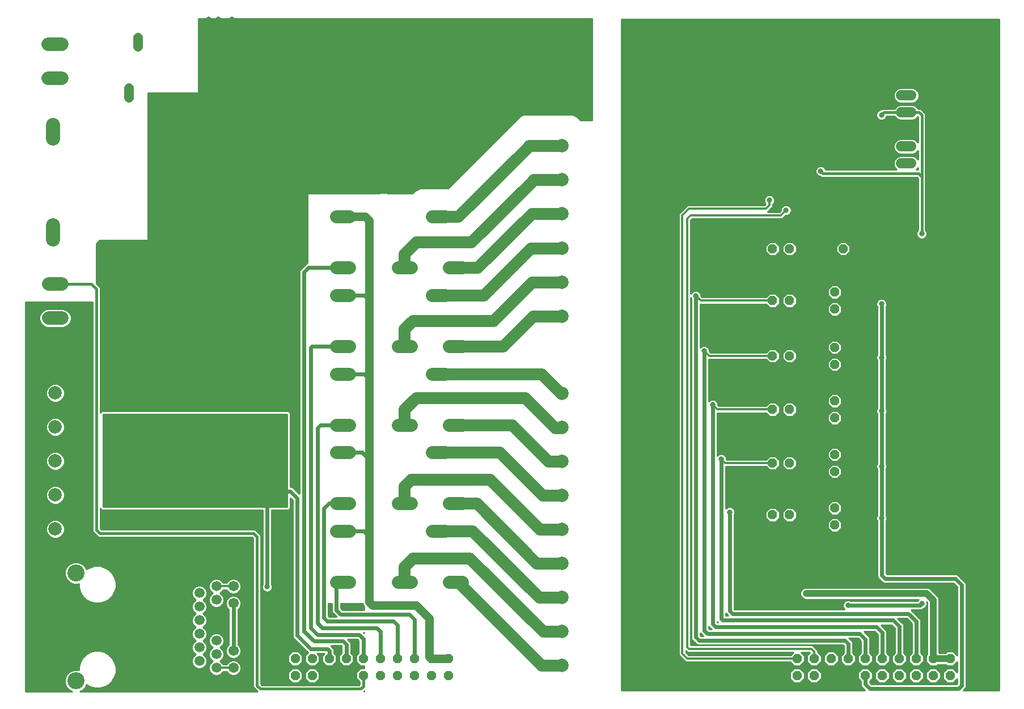
<source format=gbl>
G75*
%MOIN*%
%OFA0B0*%
%FSLAX25Y25*%
%IPPOS*%
%LPD*%
%AMOC8*
5,1,8,0,0,1.08239X$1,22.5*
%
%ADD10C,0.06000*%
%ADD11C,0.07874*%
%ADD12C,0.08268*%
%ADD13C,0.05543*%
%ADD14C,0.07677*%
%ADD15C,0.05937*%
%ADD16C,0.06083*%
%ADD17C,0.10039*%
%ADD18OC8,0.05200*%
%ADD19C,0.07874*%
%ADD20OC8,0.05600*%
%ADD21C,0.01000*%
%ADD22C,0.03175*%
%ADD23C,0.02400*%
%ADD24C,0.01600*%
%ADD25C,0.04000*%
%ADD26C,0.01200*%
%ADD27C,0.07000*%
%ADD28C,0.05000*%
D10*
X0551050Y0339089D02*
X0557050Y0339089D01*
X0557050Y0349089D02*
X0551050Y0349089D01*
X0551050Y0359089D02*
X0557050Y0359089D01*
X0557050Y0369089D02*
X0551050Y0369089D01*
X0551050Y0379089D02*
X0557050Y0379089D01*
D11*
X0057510Y0389070D02*
X0049636Y0389070D01*
X0049636Y0409070D02*
X0057510Y0409070D01*
X0057676Y0268125D02*
X0049802Y0268125D01*
X0049802Y0248125D02*
X0057676Y0248125D01*
D12*
X0052278Y0294523D02*
X0052278Y0302790D01*
X0052278Y0353774D02*
X0052278Y0362042D01*
D13*
X0097003Y0378050D02*
X0097003Y0383593D01*
X0102121Y0407814D02*
X0102121Y0413357D01*
D14*
X0219050Y0307869D02*
X0226727Y0307869D01*
X0226727Y0277869D02*
X0219050Y0277869D01*
X0219050Y0261609D02*
X0226727Y0261609D01*
X0255212Y0277869D02*
X0262889Y0277869D01*
X0275212Y0261609D02*
X0282889Y0261609D01*
X0285212Y0277869D02*
X0292889Y0277869D01*
X0282889Y0307869D02*
X0275212Y0307869D01*
X0285212Y0231609D02*
X0292889Y0231609D01*
X0282889Y0215349D02*
X0275212Y0215349D01*
X0262889Y0231609D02*
X0255212Y0231609D01*
X0226727Y0231609D02*
X0219050Y0231609D01*
X0219050Y0215349D02*
X0226727Y0215349D01*
X0226727Y0185349D02*
X0219050Y0185349D01*
X0219050Y0169089D02*
X0226727Y0169089D01*
X0255212Y0185349D02*
X0262889Y0185349D01*
X0275212Y0169089D02*
X0282889Y0169089D01*
X0285212Y0185349D02*
X0292889Y0185349D01*
X0292889Y0139089D02*
X0285212Y0139089D01*
X0282889Y0122830D02*
X0275212Y0122830D01*
X0262889Y0139089D02*
X0255212Y0139089D01*
X0226727Y0139089D02*
X0219050Y0139089D01*
X0219050Y0122830D02*
X0226727Y0122830D01*
X0226727Y0092830D02*
X0219050Y0092830D01*
X0255212Y0092830D02*
X0262889Y0092830D01*
X0285212Y0092830D02*
X0292889Y0092830D01*
D15*
X0148460Y0090428D03*
X0148460Y0082436D03*
X0148460Y0074444D03*
X0138460Y0070467D03*
X0138460Y0062475D03*
X0138460Y0054483D03*
X0138460Y0046491D03*
X0148460Y0050467D03*
X0148460Y0042475D03*
X0148460Y0058460D03*
X0138460Y0078460D03*
X0138460Y0086452D03*
D16*
X0158460Y0090428D03*
X0158460Y0080428D03*
X0158460Y0052475D03*
X0158460Y0042475D03*
D17*
X0065940Y0034739D03*
X0065940Y0098204D03*
D18*
X0475428Y0132436D03*
X0485428Y0132436D03*
X0511924Y0136452D03*
X0511924Y0126452D03*
X0511924Y0157948D03*
X0511924Y0167948D03*
X0511924Y0189444D03*
X0511924Y0199444D03*
X0511924Y0220940D03*
X0511924Y0230940D03*
X0511924Y0253420D03*
X0511924Y0263420D03*
X0485428Y0258420D03*
X0475428Y0258420D03*
X0475428Y0288932D03*
X0485428Y0288932D03*
X0506924Y0288932D03*
X0516924Y0288932D03*
X0485428Y0225940D03*
X0475428Y0225940D03*
X0475428Y0194444D03*
X0485428Y0194444D03*
X0485428Y0162948D03*
X0475428Y0162948D03*
D19*
X0351589Y0163858D03*
X0351589Y0183858D03*
X0351589Y0203858D03*
X0351589Y0249291D03*
X0351589Y0269291D03*
X0351589Y0289291D03*
X0351589Y0309527D03*
X0351589Y0329527D03*
X0351589Y0349527D03*
X0351589Y0143818D03*
X0351589Y0123818D03*
X0351589Y0103818D03*
X0351589Y0083739D03*
X0351589Y0063739D03*
X0351589Y0043739D03*
X0053755Y0124094D03*
X0053755Y0144094D03*
X0053755Y0164094D03*
X0053755Y0184094D03*
X0053755Y0204094D03*
D20*
X0194778Y0047869D03*
X0204778Y0047869D03*
X0214778Y0047869D03*
X0224778Y0047869D03*
X0234778Y0047869D03*
X0244778Y0047869D03*
X0254778Y0047869D03*
X0264778Y0047869D03*
X0274778Y0047869D03*
X0284778Y0047869D03*
X0284778Y0037869D03*
X0274778Y0037869D03*
X0264778Y0037869D03*
X0254778Y0037869D03*
X0244778Y0037869D03*
X0234778Y0037869D03*
X0224778Y0037869D03*
X0214778Y0037869D03*
X0204778Y0037869D03*
X0194778Y0037869D03*
X0489857Y0037869D03*
X0499857Y0037869D03*
X0509857Y0037869D03*
X0519857Y0037869D03*
X0529857Y0037869D03*
X0539857Y0037869D03*
X0549857Y0037869D03*
X0559857Y0037869D03*
X0569857Y0037869D03*
X0579857Y0037869D03*
X0579857Y0047869D03*
X0569857Y0047869D03*
X0559857Y0047869D03*
X0549857Y0047869D03*
X0539857Y0047869D03*
X0529857Y0047869D03*
X0519857Y0047869D03*
X0509857Y0047869D03*
X0499857Y0047869D03*
X0489857Y0047869D03*
D21*
X0036109Y0028668D02*
X0036109Y0257436D01*
X0075569Y0257436D01*
X0075569Y0122625D01*
X0076916Y0121278D01*
X0078885Y0119309D01*
X0169436Y0119309D01*
X0170057Y0118688D01*
X0170057Y0031090D01*
X0171404Y0029742D01*
X0172479Y0028668D01*
X0068320Y0028668D01*
X0069633Y0029212D01*
X0071467Y0031046D01*
X0072064Y0032487D01*
X0074215Y0031244D01*
X0077012Y0030495D01*
X0079907Y0030495D01*
X0082704Y0031244D01*
X0085211Y0032692D01*
X0087259Y0034739D01*
X0088706Y0037247D01*
X0089456Y0040043D01*
X0089456Y0042939D01*
X0088706Y0045735D01*
X0087259Y0048243D01*
X0085211Y0050290D01*
X0082704Y0051738D01*
X0079907Y0052487D01*
X0077012Y0052487D01*
X0074215Y0051738D01*
X0071708Y0050290D01*
X0069660Y0048243D01*
X0068213Y0045735D01*
X0067463Y0042939D01*
X0067463Y0041165D01*
X0067237Y0041259D01*
X0064643Y0041259D01*
X0062247Y0040266D01*
X0060413Y0038432D01*
X0059420Y0036036D01*
X0059420Y0033442D01*
X0060413Y0031046D01*
X0062247Y0029212D01*
X0063560Y0028668D01*
X0036109Y0028668D01*
X0036109Y0029161D02*
X0062370Y0029161D01*
X0061299Y0030159D02*
X0036109Y0030159D01*
X0036109Y0031158D02*
X0060366Y0031158D01*
X0059953Y0032156D02*
X0036109Y0032156D01*
X0036109Y0033155D02*
X0059539Y0033155D01*
X0059420Y0034153D02*
X0036109Y0034153D01*
X0036109Y0035152D02*
X0059420Y0035152D01*
X0059468Y0036150D02*
X0036109Y0036150D01*
X0036109Y0037149D02*
X0059881Y0037149D01*
X0060295Y0038147D02*
X0036109Y0038147D01*
X0036109Y0039146D02*
X0061126Y0039146D01*
X0062125Y0040144D02*
X0036109Y0040144D01*
X0036109Y0041143D02*
X0064363Y0041143D01*
X0067463Y0042141D02*
X0036109Y0042141D01*
X0036109Y0043140D02*
X0067517Y0043140D01*
X0067785Y0044138D02*
X0036109Y0044138D01*
X0036109Y0045137D02*
X0068052Y0045137D01*
X0068444Y0046135D02*
X0036109Y0046135D01*
X0036109Y0047134D02*
X0069020Y0047134D01*
X0069597Y0048132D02*
X0036109Y0048132D01*
X0036109Y0049131D02*
X0070549Y0049131D01*
X0071547Y0050129D02*
X0036109Y0050129D01*
X0036109Y0051128D02*
X0073159Y0051128D01*
X0075666Y0052127D02*
X0036109Y0052127D01*
X0036109Y0053125D02*
X0134185Y0053125D01*
X0133991Y0053594D02*
X0134671Y0051952D01*
X0135928Y0050695D01*
X0136430Y0050487D01*
X0135928Y0050279D01*
X0134671Y0049022D01*
X0133991Y0047380D01*
X0133991Y0045602D01*
X0134671Y0043960D01*
X0135928Y0042703D01*
X0137571Y0042023D01*
X0139348Y0042023D01*
X0140991Y0042703D01*
X0142248Y0043960D01*
X0142928Y0045602D01*
X0142928Y0047380D01*
X0142248Y0049022D01*
X0140991Y0050279D01*
X0140489Y0050487D01*
X0140991Y0050695D01*
X0142248Y0051952D01*
X0142928Y0053594D01*
X0142928Y0055372D01*
X0142248Y0057014D01*
X0140991Y0058271D01*
X0140489Y0058479D01*
X0140991Y0058687D01*
X0142248Y0059944D01*
X0142928Y0061586D01*
X0142928Y0063364D01*
X0142248Y0065006D01*
X0140991Y0066263D01*
X0140489Y0066471D01*
X0140991Y0066679D01*
X0142248Y0067936D01*
X0142928Y0069579D01*
X0142928Y0071356D01*
X0142248Y0072999D01*
X0140991Y0074256D01*
X0140489Y0074463D01*
X0140991Y0074671D01*
X0142248Y0075928D01*
X0142928Y0077571D01*
X0142928Y0079348D01*
X0142248Y0080991D01*
X0140991Y0082248D01*
X0140489Y0082456D01*
X0140991Y0082663D01*
X0142248Y0083920D01*
X0142928Y0085563D01*
X0142928Y0087341D01*
X0142248Y0088983D01*
X0140991Y0090240D01*
X0139348Y0090920D01*
X0137571Y0090920D01*
X0135928Y0090240D01*
X0134671Y0088983D01*
X0133991Y0087341D01*
X0133991Y0085563D01*
X0134671Y0083920D01*
X0135928Y0082663D01*
X0136430Y0082456D01*
X0135928Y0082248D01*
X0134671Y0080991D01*
X0133991Y0079348D01*
X0133991Y0077571D01*
X0134671Y0075928D01*
X0135928Y0074671D01*
X0136430Y0074463D01*
X0135928Y0074256D01*
X0134671Y0072999D01*
X0133991Y0071356D01*
X0133991Y0069579D01*
X0134671Y0067936D01*
X0135928Y0066679D01*
X0136430Y0066471D01*
X0135928Y0066263D01*
X0134671Y0065006D01*
X0133991Y0063364D01*
X0133991Y0061586D01*
X0134671Y0059944D01*
X0135928Y0058687D01*
X0136430Y0058479D01*
X0135928Y0058271D01*
X0134671Y0057014D01*
X0133991Y0055372D01*
X0133991Y0053594D01*
X0133991Y0054124D02*
X0036109Y0054124D01*
X0036109Y0055122D02*
X0133991Y0055122D01*
X0134301Y0056121D02*
X0036109Y0056121D01*
X0036109Y0057119D02*
X0134776Y0057119D01*
X0135775Y0058118D02*
X0036109Y0058118D01*
X0036109Y0059116D02*
X0135499Y0059116D01*
X0134601Y0060115D02*
X0036109Y0060115D01*
X0036109Y0061113D02*
X0134187Y0061113D01*
X0133991Y0062112D02*
X0036109Y0062112D01*
X0036109Y0063110D02*
X0133991Y0063110D01*
X0134299Y0064109D02*
X0036109Y0064109D01*
X0036109Y0065107D02*
X0134772Y0065107D01*
X0135771Y0066106D02*
X0036109Y0066106D01*
X0036109Y0067104D02*
X0135503Y0067104D01*
X0134602Y0068103D02*
X0036109Y0068103D01*
X0036109Y0069101D02*
X0134189Y0069101D01*
X0133991Y0070100D02*
X0036109Y0070100D01*
X0036109Y0071098D02*
X0133991Y0071098D01*
X0134298Y0072097D02*
X0036109Y0072097D01*
X0036109Y0073095D02*
X0134768Y0073095D01*
X0135766Y0074094D02*
X0036109Y0074094D01*
X0036109Y0075092D02*
X0135507Y0075092D01*
X0134604Y0076091D02*
X0036109Y0076091D01*
X0036109Y0077089D02*
X0134190Y0077089D01*
X0133991Y0078088D02*
X0036109Y0078088D01*
X0036109Y0079086D02*
X0133991Y0079086D01*
X0134296Y0080085D02*
X0036109Y0080085D01*
X0036109Y0081083D02*
X0074669Y0081083D01*
X0074215Y0081205D02*
X0077012Y0080456D01*
X0079907Y0080456D01*
X0082704Y0081205D01*
X0085211Y0082653D01*
X0087259Y0084700D01*
X0088706Y0087207D01*
X0089456Y0090004D01*
X0089456Y0092899D01*
X0088706Y0095696D01*
X0087259Y0098203D01*
X0085211Y0100251D01*
X0082704Y0101698D01*
X0079907Y0102448D01*
X0077012Y0102448D01*
X0074215Y0101698D01*
X0072064Y0100456D01*
X0071467Y0101897D01*
X0069633Y0103731D01*
X0067237Y0104723D01*
X0064643Y0104723D01*
X0062247Y0103731D01*
X0060413Y0101897D01*
X0059420Y0099500D01*
X0059420Y0096907D01*
X0060413Y0094511D01*
X0062247Y0092677D01*
X0064643Y0091684D01*
X0067237Y0091684D01*
X0067463Y0091778D01*
X0067463Y0090004D01*
X0068213Y0087207D01*
X0069660Y0084700D01*
X0071708Y0082653D01*
X0074215Y0081205D01*
X0072696Y0082082D02*
X0036109Y0082082D01*
X0036109Y0083080D02*
X0071280Y0083080D01*
X0070282Y0084079D02*
X0036109Y0084079D01*
X0036109Y0085077D02*
X0069443Y0085077D01*
X0068866Y0086076D02*
X0036109Y0086076D01*
X0036109Y0087074D02*
X0068290Y0087074D01*
X0067981Y0088073D02*
X0036109Y0088073D01*
X0036109Y0089071D02*
X0067713Y0089071D01*
X0067463Y0090070D02*
X0036109Y0090070D01*
X0036109Y0091068D02*
X0067463Y0091068D01*
X0063718Y0092067D02*
X0036109Y0092067D01*
X0036109Y0093065D02*
X0061858Y0093065D01*
X0060859Y0094064D02*
X0036109Y0094064D01*
X0036109Y0095062D02*
X0060184Y0095062D01*
X0059770Y0096061D02*
X0036109Y0096061D01*
X0036109Y0097060D02*
X0059420Y0097060D01*
X0059420Y0098058D02*
X0036109Y0098058D01*
X0036109Y0099057D02*
X0059420Y0099057D01*
X0059650Y0100055D02*
X0036109Y0100055D01*
X0036109Y0101054D02*
X0060063Y0101054D01*
X0060568Y0102052D02*
X0036109Y0102052D01*
X0036109Y0103051D02*
X0061567Y0103051D01*
X0063015Y0104049D02*
X0036109Y0104049D01*
X0036109Y0105048D02*
X0170057Y0105048D01*
X0170057Y0106046D02*
X0036109Y0106046D01*
X0036109Y0107045D02*
X0170057Y0107045D01*
X0170057Y0108043D02*
X0036109Y0108043D01*
X0036109Y0109042D02*
X0170057Y0109042D01*
X0170057Y0110040D02*
X0036109Y0110040D01*
X0036109Y0111039D02*
X0170057Y0111039D01*
X0170057Y0112037D02*
X0036109Y0112037D01*
X0036109Y0113036D02*
X0170057Y0113036D01*
X0170057Y0114034D02*
X0036109Y0114034D01*
X0036109Y0115033D02*
X0170057Y0115033D01*
X0170057Y0116031D02*
X0036109Y0116031D01*
X0036109Y0117030D02*
X0170057Y0117030D01*
X0170057Y0118028D02*
X0036109Y0118028D01*
X0036109Y0119027D02*
X0051780Y0119027D01*
X0052673Y0118657D02*
X0054836Y0118657D01*
X0056835Y0119485D01*
X0058364Y0121014D01*
X0059192Y0123012D01*
X0059192Y0125175D01*
X0058364Y0127174D01*
X0056835Y0128703D01*
X0054836Y0129531D01*
X0052673Y0129531D01*
X0050675Y0128703D01*
X0049146Y0127174D01*
X0048318Y0125175D01*
X0048318Y0123012D01*
X0049146Y0121014D01*
X0050675Y0119485D01*
X0052673Y0118657D01*
X0050134Y0120025D02*
X0036109Y0120025D01*
X0036109Y0121024D02*
X0049141Y0121024D01*
X0048728Y0122022D02*
X0036109Y0122022D01*
X0036109Y0123021D02*
X0048318Y0123021D01*
X0048318Y0124019D02*
X0036109Y0124019D01*
X0036109Y0125018D02*
X0048318Y0125018D01*
X0048666Y0126016D02*
X0036109Y0126016D01*
X0036109Y0127015D02*
X0049080Y0127015D01*
X0049985Y0128013D02*
X0036109Y0128013D01*
X0036109Y0129012D02*
X0051421Y0129012D01*
X0056089Y0129012D02*
X0075569Y0129012D01*
X0075569Y0130010D02*
X0036109Y0130010D01*
X0036109Y0131009D02*
X0075569Y0131009D01*
X0075569Y0132007D02*
X0036109Y0132007D01*
X0036109Y0133006D02*
X0075569Y0133006D01*
X0075569Y0134004D02*
X0036109Y0134004D01*
X0036109Y0135003D02*
X0075569Y0135003D01*
X0075569Y0136001D02*
X0036109Y0136001D01*
X0036109Y0137000D02*
X0075569Y0137000D01*
X0075569Y0137998D02*
X0036109Y0137998D01*
X0036109Y0138997D02*
X0051852Y0138997D01*
X0052673Y0138657D02*
X0054836Y0138657D01*
X0056835Y0139485D01*
X0058364Y0141014D01*
X0059192Y0143012D01*
X0059192Y0145175D01*
X0058364Y0147174D01*
X0056835Y0148703D01*
X0054836Y0149531D01*
X0052673Y0149531D01*
X0050675Y0148703D01*
X0049146Y0147174D01*
X0048318Y0145175D01*
X0048318Y0143012D01*
X0049146Y0141014D01*
X0050675Y0139485D01*
X0052673Y0138657D01*
X0050164Y0139996D02*
X0036109Y0139996D01*
X0036109Y0140994D02*
X0049165Y0140994D01*
X0048740Y0141993D02*
X0036109Y0141993D01*
X0036109Y0142991D02*
X0048327Y0142991D01*
X0048318Y0143990D02*
X0036109Y0143990D01*
X0036109Y0144988D02*
X0048318Y0144988D01*
X0048654Y0145987D02*
X0036109Y0145987D01*
X0036109Y0146985D02*
X0049067Y0146985D01*
X0049956Y0147984D02*
X0036109Y0147984D01*
X0036109Y0148982D02*
X0051349Y0148982D01*
X0056161Y0148982D02*
X0075569Y0148982D01*
X0075569Y0147984D02*
X0057554Y0147984D01*
X0058442Y0146985D02*
X0075569Y0146985D01*
X0075569Y0145987D02*
X0058856Y0145987D01*
X0059192Y0144988D02*
X0075569Y0144988D01*
X0075569Y0143990D02*
X0059192Y0143990D01*
X0059183Y0142991D02*
X0075569Y0142991D01*
X0075569Y0141993D02*
X0058769Y0141993D01*
X0058344Y0140994D02*
X0075569Y0140994D01*
X0075569Y0139996D02*
X0057346Y0139996D01*
X0055658Y0138997D02*
X0075569Y0138997D01*
X0080169Y0136166D02*
X0080978Y0135357D01*
X0175563Y0135357D01*
X0175563Y0091662D01*
X0175175Y0090727D01*
X0175175Y0089499D01*
X0175645Y0088364D01*
X0176514Y0087496D01*
X0177649Y0087026D01*
X0178877Y0087026D01*
X0180012Y0087496D01*
X0180880Y0088364D01*
X0181350Y0089499D01*
X0181350Y0090727D01*
X0180963Y0091662D01*
X0180963Y0135357D01*
X0190902Y0135357D01*
X0192074Y0136529D01*
X0192074Y0142366D01*
X0193279Y0141160D01*
X0193279Y0061033D01*
X0193690Y0060040D01*
X0202279Y0051451D01*
X0200478Y0049650D01*
X0200478Y0046088D01*
X0202997Y0043569D01*
X0206560Y0043569D01*
X0209078Y0046088D01*
X0209078Y0049650D01*
X0207733Y0050996D01*
X0211824Y0050996D01*
X0210478Y0049650D01*
X0210478Y0046088D01*
X0212997Y0043569D01*
X0216560Y0043569D01*
X0219078Y0046088D01*
X0219078Y0049650D01*
X0217478Y0051250D01*
X0217478Y0053150D01*
X0217067Y0054142D01*
X0215985Y0055225D01*
X0215785Y0055425D01*
X0221928Y0055425D01*
X0222078Y0055274D01*
X0222078Y0051250D01*
X0220478Y0049650D01*
X0220478Y0046088D01*
X0222997Y0043569D01*
X0226560Y0043569D01*
X0229078Y0046088D01*
X0229078Y0049650D01*
X0227478Y0051250D01*
X0227478Y0056930D01*
X0227067Y0057922D01*
X0225627Y0059362D01*
X0231278Y0059362D01*
X0232078Y0058562D01*
X0232078Y0051250D01*
X0230478Y0049650D01*
X0230478Y0046088D01*
X0232997Y0043569D01*
X0235349Y0043569D01*
X0235349Y0042169D01*
X0232997Y0042169D01*
X0230478Y0039650D01*
X0230478Y0036088D01*
X0232478Y0034088D01*
X0232478Y0032424D01*
X0232428Y0032374D01*
X0175278Y0032374D01*
X0174657Y0032995D01*
X0174657Y0120593D01*
X0172689Y0122562D01*
X0171341Y0123909D01*
X0080790Y0123909D01*
X0080169Y0124530D01*
X0080169Y0136166D01*
X0080169Y0136001D02*
X0080333Y0136001D01*
X0080169Y0135003D02*
X0175563Y0135003D01*
X0175563Y0134004D02*
X0080169Y0134004D01*
X0080169Y0133006D02*
X0175563Y0133006D01*
X0175563Y0132007D02*
X0080169Y0132007D01*
X0080169Y0131009D02*
X0175563Y0131009D01*
X0175563Y0130010D02*
X0080169Y0130010D01*
X0080169Y0129012D02*
X0175563Y0129012D01*
X0175563Y0128013D02*
X0080169Y0128013D01*
X0080169Y0127015D02*
X0175563Y0127015D01*
X0175563Y0126016D02*
X0080169Y0126016D01*
X0080169Y0125018D02*
X0175563Y0125018D01*
X0175563Y0124019D02*
X0080680Y0124019D01*
X0077170Y0121024D02*
X0058368Y0121024D01*
X0058782Y0122022D02*
X0076172Y0122022D01*
X0075569Y0123021D02*
X0059192Y0123021D01*
X0059192Y0124019D02*
X0075569Y0124019D01*
X0075569Y0125018D02*
X0059192Y0125018D01*
X0058843Y0126016D02*
X0075569Y0126016D01*
X0075569Y0127015D02*
X0058430Y0127015D01*
X0057524Y0128013D02*
X0075569Y0128013D01*
X0078169Y0120025D02*
X0057375Y0120025D01*
X0055730Y0119027D02*
X0169718Y0119027D01*
X0173228Y0122022D02*
X0175563Y0122022D01*
X0175563Y0121024D02*
X0174227Y0121024D01*
X0174657Y0120025D02*
X0175563Y0120025D01*
X0175563Y0119027D02*
X0174657Y0119027D01*
X0174657Y0118028D02*
X0175563Y0118028D01*
X0175563Y0117030D02*
X0174657Y0117030D01*
X0174657Y0116031D02*
X0175563Y0116031D01*
X0175563Y0115033D02*
X0174657Y0115033D01*
X0174657Y0114034D02*
X0175563Y0114034D01*
X0175563Y0113036D02*
X0174657Y0113036D01*
X0174657Y0112037D02*
X0175563Y0112037D01*
X0175563Y0111039D02*
X0174657Y0111039D01*
X0174657Y0110040D02*
X0175563Y0110040D01*
X0175563Y0109042D02*
X0174657Y0109042D01*
X0174657Y0108043D02*
X0175563Y0108043D01*
X0175563Y0107045D02*
X0174657Y0107045D01*
X0174657Y0106046D02*
X0175563Y0106046D01*
X0175563Y0105048D02*
X0174657Y0105048D01*
X0174657Y0104049D02*
X0175563Y0104049D01*
X0175563Y0103051D02*
X0174657Y0103051D01*
X0174657Y0102052D02*
X0175563Y0102052D01*
X0175563Y0101054D02*
X0174657Y0101054D01*
X0174657Y0100055D02*
X0175563Y0100055D01*
X0175563Y0099057D02*
X0174657Y0099057D01*
X0174657Y0098058D02*
X0175563Y0098058D01*
X0175563Y0097060D02*
X0174657Y0097060D01*
X0174657Y0096061D02*
X0175563Y0096061D01*
X0175563Y0095062D02*
X0174657Y0095062D01*
X0174657Y0094064D02*
X0175563Y0094064D01*
X0175563Y0093065D02*
X0174657Y0093065D01*
X0174657Y0092067D02*
X0175563Y0092067D01*
X0175317Y0091068D02*
X0174657Y0091068D01*
X0174657Y0090070D02*
X0175175Y0090070D01*
X0175352Y0089071D02*
X0174657Y0089071D01*
X0174657Y0088073D02*
X0175937Y0088073D01*
X0174657Y0087074D02*
X0177531Y0087074D01*
X0178994Y0087074D02*
X0193279Y0087074D01*
X0193279Y0086076D02*
X0174657Y0086076D01*
X0174657Y0085077D02*
X0193279Y0085077D01*
X0193279Y0084079D02*
X0174657Y0084079D01*
X0174657Y0083080D02*
X0193279Y0083080D01*
X0193279Y0082082D02*
X0174657Y0082082D01*
X0174657Y0081083D02*
X0193279Y0081083D01*
X0193279Y0080085D02*
X0174657Y0080085D01*
X0174657Y0079086D02*
X0193279Y0079086D01*
X0193279Y0078088D02*
X0174657Y0078088D01*
X0174657Y0077089D02*
X0193279Y0077089D01*
X0193279Y0076091D02*
X0174657Y0076091D01*
X0174657Y0075092D02*
X0193279Y0075092D01*
X0193279Y0074094D02*
X0174657Y0074094D01*
X0174657Y0073095D02*
X0193279Y0073095D01*
X0193279Y0072097D02*
X0174657Y0072097D01*
X0174657Y0071098D02*
X0193279Y0071098D01*
X0193279Y0070100D02*
X0174657Y0070100D01*
X0174657Y0069101D02*
X0193279Y0069101D01*
X0193279Y0068103D02*
X0174657Y0068103D01*
X0174657Y0067104D02*
X0193279Y0067104D01*
X0193279Y0066106D02*
X0174657Y0066106D01*
X0174657Y0065107D02*
X0193279Y0065107D01*
X0193279Y0064109D02*
X0174657Y0064109D01*
X0174657Y0063110D02*
X0193279Y0063110D01*
X0193279Y0062112D02*
X0174657Y0062112D01*
X0174657Y0061113D02*
X0193279Y0061113D01*
X0193659Y0060115D02*
X0174657Y0060115D01*
X0174657Y0059116D02*
X0194615Y0059116D01*
X0195613Y0058118D02*
X0174657Y0058118D01*
X0174657Y0057119D02*
X0196612Y0057119D01*
X0197610Y0056121D02*
X0174657Y0056121D01*
X0174657Y0055122D02*
X0198609Y0055122D01*
X0199607Y0054124D02*
X0174657Y0054124D01*
X0174657Y0053125D02*
X0200606Y0053125D01*
X0201604Y0052127D02*
X0196602Y0052127D01*
X0196560Y0052169D02*
X0192997Y0052169D01*
X0190478Y0049650D01*
X0190478Y0046088D01*
X0192997Y0043569D01*
X0196560Y0043569D01*
X0199078Y0046088D01*
X0199078Y0049650D01*
X0196560Y0052169D01*
X0197601Y0051128D02*
X0201956Y0051128D01*
X0200958Y0050129D02*
X0198599Y0050129D01*
X0199078Y0049131D02*
X0200478Y0049131D01*
X0200478Y0048132D02*
X0199078Y0048132D01*
X0199078Y0047134D02*
X0200478Y0047134D01*
X0200478Y0046135D02*
X0199078Y0046135D01*
X0198127Y0045137D02*
X0201429Y0045137D01*
X0202428Y0044138D02*
X0197129Y0044138D01*
X0196560Y0042169D02*
X0192997Y0042169D01*
X0190478Y0039650D01*
X0190478Y0036088D01*
X0192997Y0033569D01*
X0196560Y0033569D01*
X0199078Y0036088D01*
X0199078Y0039650D01*
X0196560Y0042169D01*
X0196587Y0042141D02*
X0202970Y0042141D01*
X0202997Y0042169D02*
X0200478Y0039650D01*
X0200478Y0036088D01*
X0202997Y0033569D01*
X0206560Y0033569D01*
X0209078Y0036088D01*
X0209078Y0039650D01*
X0206560Y0042169D01*
X0202997Y0042169D01*
X0201971Y0041143D02*
X0197586Y0041143D01*
X0198584Y0040144D02*
X0200973Y0040144D01*
X0200478Y0039146D02*
X0199078Y0039146D01*
X0199078Y0038147D02*
X0200478Y0038147D01*
X0200478Y0037149D02*
X0199078Y0037149D01*
X0199078Y0036150D02*
X0200478Y0036150D01*
X0201414Y0035152D02*
X0198142Y0035152D01*
X0197144Y0034153D02*
X0202413Y0034153D01*
X0207144Y0034153D02*
X0232413Y0034153D01*
X0232478Y0033155D02*
X0174657Y0033155D01*
X0174657Y0034153D02*
X0192413Y0034153D01*
X0191414Y0035152D02*
X0174657Y0035152D01*
X0174657Y0036150D02*
X0190478Y0036150D01*
X0190478Y0037149D02*
X0174657Y0037149D01*
X0174657Y0038147D02*
X0190478Y0038147D01*
X0190478Y0039146D02*
X0174657Y0039146D01*
X0174657Y0040144D02*
X0190973Y0040144D01*
X0191971Y0041143D02*
X0174657Y0041143D01*
X0174657Y0042141D02*
X0192970Y0042141D01*
X0192428Y0044138D02*
X0174657Y0044138D01*
X0174657Y0043140D02*
X0235349Y0043140D01*
X0232970Y0042141D02*
X0206587Y0042141D01*
X0207586Y0041143D02*
X0231971Y0041143D01*
X0230973Y0040144D02*
X0208584Y0040144D01*
X0209078Y0039146D02*
X0230478Y0039146D01*
X0230478Y0038147D02*
X0209078Y0038147D01*
X0209078Y0037149D02*
X0230478Y0037149D01*
X0230478Y0036150D02*
X0209078Y0036150D01*
X0208142Y0035152D02*
X0231414Y0035152D01*
X0235349Y0028790D02*
X0235349Y0028668D01*
X0235228Y0028668D01*
X0235349Y0028790D01*
X0232428Y0044138D02*
X0227129Y0044138D01*
X0228127Y0045137D02*
X0231429Y0045137D01*
X0230478Y0046135D02*
X0229078Y0046135D01*
X0229078Y0047134D02*
X0230478Y0047134D01*
X0230478Y0048132D02*
X0229078Y0048132D01*
X0229078Y0049131D02*
X0230478Y0049131D01*
X0230958Y0050129D02*
X0228599Y0050129D01*
X0227601Y0051128D02*
X0231956Y0051128D01*
X0232078Y0052127D02*
X0227478Y0052127D01*
X0227478Y0053125D02*
X0232078Y0053125D01*
X0232078Y0054124D02*
X0227478Y0054124D01*
X0227478Y0055122D02*
X0232078Y0055122D01*
X0232078Y0056121D02*
X0227478Y0056121D01*
X0227400Y0057119D02*
X0232078Y0057119D01*
X0232078Y0058118D02*
X0226872Y0058118D01*
X0225873Y0059116D02*
X0231524Y0059116D01*
X0235349Y0062927D02*
X0234978Y0063299D01*
X0235349Y0063299D01*
X0235349Y0062927D01*
X0235349Y0063110D02*
X0235167Y0063110D01*
X0222078Y0055122D02*
X0216088Y0055122D01*
X0217075Y0054124D02*
X0222078Y0054124D01*
X0222078Y0053125D02*
X0217478Y0053125D01*
X0217478Y0052127D02*
X0222078Y0052127D01*
X0221956Y0051128D02*
X0217601Y0051128D01*
X0218599Y0050129D02*
X0220958Y0050129D01*
X0220478Y0049131D02*
X0219078Y0049131D01*
X0219078Y0048132D02*
X0220478Y0048132D01*
X0220478Y0047134D02*
X0219078Y0047134D01*
X0219078Y0046135D02*
X0220478Y0046135D01*
X0221429Y0045137D02*
X0218127Y0045137D01*
X0217129Y0044138D02*
X0222428Y0044138D01*
X0212428Y0044138D02*
X0207129Y0044138D01*
X0208127Y0045137D02*
X0211429Y0045137D01*
X0210478Y0046135D02*
X0209078Y0046135D01*
X0209078Y0047134D02*
X0210478Y0047134D01*
X0210478Y0048132D02*
X0209078Y0048132D01*
X0209078Y0049131D02*
X0210478Y0049131D01*
X0210958Y0050129D02*
X0208599Y0050129D01*
X0192955Y0052127D02*
X0174657Y0052127D01*
X0174657Y0051128D02*
X0191956Y0051128D01*
X0190958Y0050129D02*
X0174657Y0050129D01*
X0174657Y0049131D02*
X0190478Y0049131D01*
X0190478Y0048132D02*
X0174657Y0048132D01*
X0174657Y0047134D02*
X0190478Y0047134D01*
X0190478Y0046135D02*
X0174657Y0046135D01*
X0174657Y0045137D02*
X0191429Y0045137D01*
X0170057Y0045137D02*
X0162220Y0045137D01*
X0162309Y0045048D02*
X0161032Y0046325D01*
X0159363Y0047017D01*
X0157556Y0047017D01*
X0155887Y0046325D01*
X0154610Y0045048D01*
X0154414Y0044575D01*
X0152426Y0044575D01*
X0152248Y0045006D01*
X0150991Y0046263D01*
X0150489Y0046471D01*
X0150991Y0046679D01*
X0152248Y0047936D01*
X0152928Y0049579D01*
X0152928Y0051356D01*
X0152248Y0052999D01*
X0150991Y0054256D01*
X0150489Y0054463D01*
X0150991Y0054671D01*
X0152248Y0055928D01*
X0152928Y0057571D01*
X0152928Y0059348D01*
X0152248Y0060991D01*
X0150991Y0062248D01*
X0149348Y0062928D01*
X0147571Y0062928D01*
X0145928Y0062248D01*
X0144671Y0060991D01*
X0143991Y0059348D01*
X0143991Y0057571D01*
X0144671Y0055928D01*
X0145928Y0054671D01*
X0146430Y0054463D01*
X0145928Y0054256D01*
X0144671Y0052999D01*
X0143991Y0051356D01*
X0143991Y0049579D01*
X0144671Y0047936D01*
X0145928Y0046679D01*
X0146430Y0046471D01*
X0145928Y0046263D01*
X0144671Y0045006D01*
X0143991Y0043364D01*
X0143991Y0041586D01*
X0144671Y0039944D01*
X0145928Y0038687D01*
X0147571Y0038007D01*
X0149348Y0038007D01*
X0150991Y0038687D01*
X0152248Y0039944D01*
X0152426Y0040375D01*
X0154414Y0040375D01*
X0154610Y0039903D01*
X0155887Y0038625D01*
X0157556Y0037934D01*
X0159363Y0037934D01*
X0161032Y0038625D01*
X0162309Y0039903D01*
X0163001Y0041572D01*
X0163001Y0043379D01*
X0162309Y0045048D01*
X0162686Y0044138D02*
X0170057Y0044138D01*
X0170057Y0043140D02*
X0163001Y0043140D01*
X0163001Y0042141D02*
X0170057Y0042141D01*
X0170057Y0041143D02*
X0162823Y0041143D01*
X0162410Y0040144D02*
X0170057Y0040144D01*
X0170057Y0039146D02*
X0161553Y0039146D01*
X0159878Y0038147D02*
X0170057Y0038147D01*
X0170057Y0037149D02*
X0088650Y0037149D01*
X0088948Y0038147D02*
X0147231Y0038147D01*
X0145470Y0039146D02*
X0089215Y0039146D01*
X0089456Y0040144D02*
X0144588Y0040144D01*
X0144175Y0041143D02*
X0089456Y0041143D01*
X0089456Y0042141D02*
X0137284Y0042141D01*
X0135491Y0043140D02*
X0089402Y0043140D01*
X0089134Y0044138D02*
X0134597Y0044138D01*
X0134184Y0045137D02*
X0088867Y0045137D01*
X0088475Y0046135D02*
X0133991Y0046135D01*
X0133991Y0047134D02*
X0087899Y0047134D01*
X0087322Y0048132D02*
X0134303Y0048132D01*
X0134780Y0049131D02*
X0086370Y0049131D01*
X0085372Y0050129D02*
X0135779Y0050129D01*
X0135495Y0051128D02*
X0083760Y0051128D01*
X0081253Y0052127D02*
X0134599Y0052127D01*
X0141140Y0050129D02*
X0143991Y0050129D01*
X0143991Y0051128D02*
X0141424Y0051128D01*
X0142320Y0052127D02*
X0144310Y0052127D01*
X0144798Y0053125D02*
X0142734Y0053125D01*
X0142928Y0054124D02*
X0145796Y0054124D01*
X0145478Y0055122D02*
X0142928Y0055122D01*
X0142618Y0056121D02*
X0144592Y0056121D01*
X0144178Y0057119D02*
X0142143Y0057119D01*
X0141145Y0058118D02*
X0143991Y0058118D01*
X0143991Y0059116D02*
X0141420Y0059116D01*
X0142318Y0060115D02*
X0144308Y0060115D01*
X0144794Y0061113D02*
X0142732Y0061113D01*
X0142928Y0062112D02*
X0145792Y0062112D01*
X0142928Y0063110D02*
X0155760Y0063110D01*
X0155760Y0062112D02*
X0151127Y0062112D01*
X0152125Y0061113D02*
X0155760Y0061113D01*
X0155760Y0060115D02*
X0152611Y0060115D01*
X0152928Y0059116D02*
X0155760Y0059116D01*
X0155760Y0058118D02*
X0152928Y0058118D01*
X0152741Y0057119D02*
X0155760Y0057119D01*
X0155760Y0056198D02*
X0154610Y0055048D01*
X0153918Y0053379D01*
X0153918Y0051572D01*
X0154610Y0049903D01*
X0155887Y0048625D01*
X0157556Y0047934D01*
X0159363Y0047934D01*
X0161032Y0048625D01*
X0162309Y0049903D01*
X0163001Y0051572D01*
X0163001Y0053379D01*
X0162309Y0055048D01*
X0161160Y0056198D01*
X0161160Y0076706D01*
X0162309Y0077856D01*
X0163001Y0079525D01*
X0163001Y0081331D01*
X0162309Y0083000D01*
X0161032Y0084278D01*
X0159363Y0084969D01*
X0157556Y0084969D01*
X0155887Y0084278D01*
X0154610Y0083000D01*
X0153918Y0081331D01*
X0153918Y0079525D01*
X0154610Y0077856D01*
X0155760Y0076706D01*
X0155760Y0056198D01*
X0155682Y0056121D02*
X0152327Y0056121D01*
X0151441Y0055122D02*
X0154684Y0055122D01*
X0154227Y0054124D02*
X0151123Y0054124D01*
X0152121Y0053125D02*
X0153918Y0053125D01*
X0153918Y0052127D02*
X0152609Y0052127D01*
X0152928Y0051128D02*
X0154102Y0051128D01*
X0154516Y0050129D02*
X0152928Y0050129D01*
X0152743Y0049131D02*
X0155381Y0049131D01*
X0157077Y0048132D02*
X0152329Y0048132D01*
X0151445Y0047134D02*
X0170057Y0047134D01*
X0170057Y0048132D02*
X0159842Y0048132D01*
X0161538Y0049131D02*
X0170057Y0049131D01*
X0170057Y0050129D02*
X0162403Y0050129D01*
X0162817Y0051128D02*
X0170057Y0051128D01*
X0170057Y0052127D02*
X0163001Y0052127D01*
X0163001Y0053125D02*
X0170057Y0053125D01*
X0170057Y0054124D02*
X0162692Y0054124D01*
X0162235Y0055122D02*
X0170057Y0055122D01*
X0170057Y0056121D02*
X0161237Y0056121D01*
X0161160Y0057119D02*
X0170057Y0057119D01*
X0170057Y0058118D02*
X0161160Y0058118D01*
X0161160Y0059116D02*
X0170057Y0059116D01*
X0170057Y0060115D02*
X0161160Y0060115D01*
X0161160Y0061113D02*
X0170057Y0061113D01*
X0170057Y0062112D02*
X0161160Y0062112D01*
X0161160Y0063110D02*
X0170057Y0063110D01*
X0170057Y0064109D02*
X0161160Y0064109D01*
X0161160Y0065107D02*
X0170057Y0065107D01*
X0170057Y0066106D02*
X0161160Y0066106D01*
X0161160Y0067104D02*
X0170057Y0067104D01*
X0170057Y0068103D02*
X0161160Y0068103D01*
X0161160Y0069101D02*
X0170057Y0069101D01*
X0170057Y0070100D02*
X0161160Y0070100D01*
X0161160Y0071098D02*
X0170057Y0071098D01*
X0170057Y0072097D02*
X0161160Y0072097D01*
X0161160Y0073095D02*
X0170057Y0073095D01*
X0170057Y0074094D02*
X0161160Y0074094D01*
X0161160Y0075092D02*
X0170057Y0075092D01*
X0170057Y0076091D02*
X0161160Y0076091D01*
X0161543Y0077089D02*
X0170057Y0077089D01*
X0170057Y0078088D02*
X0162406Y0078088D01*
X0162819Y0079086D02*
X0170057Y0079086D01*
X0170057Y0080085D02*
X0163001Y0080085D01*
X0163001Y0081083D02*
X0170057Y0081083D01*
X0170057Y0082082D02*
X0162690Y0082082D01*
X0162230Y0083080D02*
X0170057Y0083080D01*
X0170057Y0084079D02*
X0161231Y0084079D01*
X0159820Y0086076D02*
X0170057Y0086076D01*
X0170057Y0087074D02*
X0161528Y0087074D01*
X0161032Y0086578D02*
X0162309Y0087856D01*
X0163001Y0089525D01*
X0163001Y0091331D01*
X0162309Y0093000D01*
X0161032Y0094278D01*
X0159363Y0094969D01*
X0157556Y0094969D01*
X0155887Y0094278D01*
X0154610Y0093000D01*
X0154414Y0092528D01*
X0152426Y0092528D01*
X0152248Y0092959D01*
X0150991Y0094216D01*
X0149348Y0094897D01*
X0147571Y0094897D01*
X0145928Y0094216D01*
X0144671Y0092959D01*
X0143991Y0091317D01*
X0143991Y0089539D01*
X0144671Y0087897D01*
X0145928Y0086640D01*
X0146430Y0086432D01*
X0145928Y0086224D01*
X0144671Y0084967D01*
X0143991Y0083325D01*
X0143991Y0081547D01*
X0144671Y0079905D01*
X0145928Y0078648D01*
X0147571Y0077967D01*
X0149348Y0077967D01*
X0150991Y0078648D01*
X0152248Y0079905D01*
X0152928Y0081547D01*
X0152928Y0083325D01*
X0152248Y0084967D01*
X0150991Y0086224D01*
X0150489Y0086432D01*
X0150991Y0086640D01*
X0152248Y0087897D01*
X0152426Y0088328D01*
X0154414Y0088328D01*
X0154610Y0087856D01*
X0155887Y0086578D01*
X0157556Y0085887D01*
X0159363Y0085887D01*
X0161032Y0086578D01*
X0162400Y0088073D02*
X0170057Y0088073D01*
X0170057Y0089071D02*
X0162813Y0089071D01*
X0163001Y0090070D02*
X0170057Y0090070D01*
X0170057Y0091068D02*
X0163001Y0091068D01*
X0162696Y0092067D02*
X0170057Y0092067D01*
X0170057Y0093065D02*
X0162245Y0093065D01*
X0161246Y0094064D02*
X0170057Y0094064D01*
X0170057Y0095062D02*
X0088876Y0095062D01*
X0089144Y0094064D02*
X0145776Y0094064D01*
X0144778Y0093065D02*
X0089411Y0093065D01*
X0089456Y0092067D02*
X0144302Y0092067D01*
X0143991Y0091068D02*
X0089456Y0091068D01*
X0089456Y0090070D02*
X0135758Y0090070D01*
X0134760Y0089071D02*
X0089206Y0089071D01*
X0088938Y0088073D02*
X0134294Y0088073D01*
X0133991Y0087074D02*
X0088629Y0087074D01*
X0088053Y0086076D02*
X0133991Y0086076D01*
X0134192Y0085077D02*
X0087476Y0085077D01*
X0086638Y0084079D02*
X0134606Y0084079D01*
X0135511Y0083080D02*
X0085639Y0083080D01*
X0084223Y0082082D02*
X0135762Y0082082D01*
X0134764Y0081083D02*
X0082250Y0081083D01*
X0088495Y0096061D02*
X0170057Y0096061D01*
X0170057Y0097060D02*
X0087919Y0097060D01*
X0087342Y0098058D02*
X0170057Y0098058D01*
X0170057Y0099057D02*
X0086405Y0099057D01*
X0085407Y0100055D02*
X0170057Y0100055D01*
X0170057Y0101054D02*
X0083821Y0101054D01*
X0081384Y0102052D02*
X0170057Y0102052D01*
X0170057Y0103051D02*
X0070313Y0103051D01*
X0071312Y0102052D02*
X0075535Y0102052D01*
X0073098Y0101054D02*
X0071816Y0101054D01*
X0068864Y0104049D02*
X0170057Y0104049D01*
X0180963Y0104049D02*
X0193279Y0104049D01*
X0193279Y0103051D02*
X0180963Y0103051D01*
X0180963Y0102052D02*
X0193279Y0102052D01*
X0193279Y0101054D02*
X0180963Y0101054D01*
X0180963Y0100055D02*
X0193279Y0100055D01*
X0193279Y0099057D02*
X0180963Y0099057D01*
X0180963Y0098058D02*
X0193279Y0098058D01*
X0193279Y0097060D02*
X0180963Y0097060D01*
X0180963Y0096061D02*
X0193279Y0096061D01*
X0193279Y0095062D02*
X0180963Y0095062D01*
X0180963Y0094064D02*
X0193279Y0094064D01*
X0193279Y0093065D02*
X0180963Y0093065D01*
X0180963Y0092067D02*
X0193279Y0092067D01*
X0193279Y0091068D02*
X0181209Y0091068D01*
X0181350Y0090070D02*
X0193279Y0090070D01*
X0193279Y0089071D02*
X0181173Y0089071D01*
X0180589Y0088073D02*
X0193279Y0088073D01*
X0214427Y0080271D02*
X0216350Y0080271D01*
X0216350Y0075856D01*
X0216761Y0074863D01*
X0217521Y0074104D01*
X0218988Y0072636D01*
X0214814Y0072636D01*
X0214427Y0073023D01*
X0214427Y0080271D01*
X0214427Y0080085D02*
X0216350Y0080085D01*
X0216350Y0079086D02*
X0214427Y0079086D01*
X0214427Y0078088D02*
X0216350Y0078088D01*
X0216350Y0077089D02*
X0214427Y0077089D01*
X0214427Y0076091D02*
X0216350Y0076091D01*
X0216666Y0075092D02*
X0214427Y0075092D01*
X0214427Y0074094D02*
X0217531Y0074094D01*
X0217521Y0074104D02*
X0217521Y0074104D01*
X0218529Y0073095D02*
X0214427Y0073095D01*
X0221750Y0077511D02*
X0222688Y0076573D01*
X0235349Y0076573D01*
X0235349Y0078551D01*
X0234911Y0078989D01*
X0234380Y0080271D01*
X0221750Y0080271D01*
X0221750Y0077511D01*
X0221750Y0078088D02*
X0235349Y0078088D01*
X0235349Y0077089D02*
X0222172Y0077089D01*
X0221750Y0079086D02*
X0234871Y0079086D01*
X0234457Y0080085D02*
X0221750Y0080085D01*
X0193279Y0105048D02*
X0180963Y0105048D01*
X0180963Y0106046D02*
X0193279Y0106046D01*
X0193279Y0107045D02*
X0180963Y0107045D01*
X0180963Y0108043D02*
X0193279Y0108043D01*
X0193279Y0109042D02*
X0180963Y0109042D01*
X0180963Y0110040D02*
X0193279Y0110040D01*
X0193279Y0111039D02*
X0180963Y0111039D01*
X0180963Y0112037D02*
X0193279Y0112037D01*
X0193279Y0113036D02*
X0180963Y0113036D01*
X0180963Y0114034D02*
X0193279Y0114034D01*
X0193279Y0115033D02*
X0180963Y0115033D01*
X0180963Y0116031D02*
X0193279Y0116031D01*
X0193279Y0117030D02*
X0180963Y0117030D01*
X0180963Y0118028D02*
X0193279Y0118028D01*
X0193279Y0119027D02*
X0180963Y0119027D01*
X0180963Y0120025D02*
X0193279Y0120025D01*
X0193279Y0121024D02*
X0180963Y0121024D01*
X0180963Y0122022D02*
X0193279Y0122022D01*
X0193279Y0123021D02*
X0180963Y0123021D01*
X0180963Y0124019D02*
X0193279Y0124019D01*
X0193279Y0125018D02*
X0180963Y0125018D01*
X0180963Y0126016D02*
X0193279Y0126016D01*
X0193279Y0127015D02*
X0180963Y0127015D01*
X0180963Y0128013D02*
X0193279Y0128013D01*
X0193279Y0129012D02*
X0180963Y0129012D01*
X0180963Y0130010D02*
X0193279Y0130010D01*
X0193279Y0131009D02*
X0180963Y0131009D01*
X0180963Y0132007D02*
X0193279Y0132007D01*
X0193279Y0133006D02*
X0180963Y0133006D01*
X0180963Y0134004D02*
X0193279Y0134004D01*
X0193279Y0135003D02*
X0180963Y0135003D01*
X0190074Y0137357D02*
X0081806Y0137357D01*
X0081806Y0191491D01*
X0190074Y0191491D01*
X0190074Y0137357D01*
X0190074Y0137998D02*
X0081806Y0137998D01*
X0081806Y0138997D02*
X0190074Y0138997D01*
X0190074Y0139996D02*
X0081806Y0139996D01*
X0081806Y0140994D02*
X0190074Y0140994D01*
X0190074Y0141993D02*
X0081806Y0141993D01*
X0081806Y0142991D02*
X0190074Y0142991D01*
X0190074Y0143990D02*
X0081806Y0143990D01*
X0081806Y0144988D02*
X0190074Y0144988D01*
X0190074Y0145987D02*
X0081806Y0145987D01*
X0081806Y0146985D02*
X0190074Y0146985D01*
X0190074Y0147984D02*
X0081806Y0147984D01*
X0081806Y0148982D02*
X0190074Y0148982D01*
X0190074Y0149981D02*
X0081806Y0149981D01*
X0081806Y0150979D02*
X0190074Y0150979D01*
X0190074Y0151978D02*
X0081806Y0151978D01*
X0081806Y0152976D02*
X0190074Y0152976D01*
X0190074Y0153975D02*
X0081806Y0153975D01*
X0081806Y0154973D02*
X0190074Y0154973D01*
X0190074Y0155972D02*
X0081806Y0155972D01*
X0081806Y0156970D02*
X0190074Y0156970D01*
X0190074Y0157969D02*
X0081806Y0157969D01*
X0081806Y0158967D02*
X0190074Y0158967D01*
X0190074Y0159966D02*
X0081806Y0159966D01*
X0081806Y0160964D02*
X0190074Y0160964D01*
X0190074Y0161963D02*
X0081806Y0161963D01*
X0081806Y0162961D02*
X0190074Y0162961D01*
X0190074Y0163960D02*
X0081806Y0163960D01*
X0081806Y0164958D02*
X0190074Y0164958D01*
X0190074Y0165957D02*
X0081806Y0165957D01*
X0081806Y0166955D02*
X0190074Y0166955D01*
X0190074Y0167954D02*
X0081806Y0167954D01*
X0081806Y0168952D02*
X0190074Y0168952D01*
X0190074Y0169951D02*
X0081806Y0169951D01*
X0081806Y0170949D02*
X0190074Y0170949D01*
X0190074Y0171948D02*
X0081806Y0171948D01*
X0081806Y0172946D02*
X0190074Y0172946D01*
X0190074Y0173945D02*
X0081806Y0173945D01*
X0081806Y0174943D02*
X0190074Y0174943D01*
X0190074Y0175942D02*
X0081806Y0175942D01*
X0081806Y0176940D02*
X0190074Y0176940D01*
X0190074Y0177939D02*
X0081806Y0177939D01*
X0081806Y0178937D02*
X0190074Y0178937D01*
X0190074Y0179936D02*
X0081806Y0179936D01*
X0081806Y0180934D02*
X0190074Y0180934D01*
X0190074Y0181933D02*
X0081806Y0181933D01*
X0081806Y0182931D02*
X0190074Y0182931D01*
X0190074Y0183930D02*
X0081806Y0183930D01*
X0081806Y0184929D02*
X0190074Y0184929D01*
X0190074Y0185927D02*
X0081806Y0185927D01*
X0081806Y0186926D02*
X0190074Y0186926D01*
X0190074Y0187924D02*
X0081806Y0187924D01*
X0081806Y0188923D02*
X0190074Y0188923D01*
X0190074Y0189921D02*
X0081806Y0189921D01*
X0081806Y0190920D02*
X0190074Y0190920D01*
X0192074Y0190920D02*
X0197216Y0190920D01*
X0197216Y0191918D02*
X0192074Y0191918D01*
X0192074Y0192319D02*
X0190902Y0193491D01*
X0080978Y0193491D01*
X0080169Y0192682D01*
X0080169Y0266263D01*
X0077869Y0268563D01*
X0077869Y0291885D01*
X0079837Y0293853D01*
X0108381Y0293853D01*
X0108381Y0380467D01*
X0137908Y0380467D01*
X0137908Y0424393D01*
X0369235Y0424393D01*
X0369235Y0364719D01*
X0362534Y0364719D01*
X0360638Y0366615D01*
X0357896Y0367751D01*
X0328843Y0367751D01*
X0327005Y0366990D01*
X0284459Y0324444D01*
X0268314Y0324444D01*
X0265572Y0323308D01*
X0263676Y0321412D01*
X0249530Y0321412D01*
X0248152Y0321983D01*
X0245184Y0321983D01*
X0243806Y0321412D01*
X0201885Y0321412D01*
X0201885Y0280482D01*
X0201103Y0280158D01*
X0200344Y0279398D01*
X0197627Y0276682D01*
X0197216Y0275690D01*
X0197216Y0144860D01*
X0193572Y0148504D01*
X0192579Y0148915D01*
X0192074Y0148915D01*
X0192074Y0192319D01*
X0191477Y0192917D02*
X0197216Y0192917D01*
X0197216Y0193915D02*
X0080169Y0193915D01*
X0080169Y0192917D02*
X0080403Y0192917D01*
X0080169Y0194914D02*
X0197216Y0194914D01*
X0197216Y0195912D02*
X0080169Y0195912D01*
X0080169Y0196911D02*
X0197216Y0196911D01*
X0197216Y0197909D02*
X0080169Y0197909D01*
X0080169Y0198908D02*
X0197216Y0198908D01*
X0197216Y0199906D02*
X0080169Y0199906D01*
X0080169Y0200905D02*
X0197216Y0200905D01*
X0197216Y0201903D02*
X0080169Y0201903D01*
X0080169Y0202902D02*
X0197216Y0202902D01*
X0197216Y0203900D02*
X0080169Y0203900D01*
X0080169Y0204899D02*
X0197216Y0204899D01*
X0197216Y0205897D02*
X0080169Y0205897D01*
X0080169Y0206896D02*
X0197216Y0206896D01*
X0197216Y0207894D02*
X0080169Y0207894D01*
X0080169Y0208893D02*
X0197216Y0208893D01*
X0197216Y0209891D02*
X0080169Y0209891D01*
X0080169Y0210890D02*
X0197216Y0210890D01*
X0197216Y0211888D02*
X0080169Y0211888D01*
X0080169Y0212887D02*
X0197216Y0212887D01*
X0197216Y0213885D02*
X0080169Y0213885D01*
X0080169Y0214884D02*
X0197216Y0214884D01*
X0197216Y0215882D02*
X0080169Y0215882D01*
X0080169Y0216881D02*
X0197216Y0216881D01*
X0197216Y0217879D02*
X0080169Y0217879D01*
X0080169Y0218878D02*
X0197216Y0218878D01*
X0197216Y0219876D02*
X0080169Y0219876D01*
X0080169Y0220875D02*
X0197216Y0220875D01*
X0197216Y0221873D02*
X0080169Y0221873D01*
X0080169Y0222872D02*
X0197216Y0222872D01*
X0197216Y0223870D02*
X0080169Y0223870D01*
X0080169Y0224869D02*
X0197216Y0224869D01*
X0197216Y0225867D02*
X0080169Y0225867D01*
X0080169Y0226866D02*
X0197216Y0226866D01*
X0197216Y0227865D02*
X0080169Y0227865D01*
X0080169Y0228863D02*
X0197216Y0228863D01*
X0197216Y0229862D02*
X0080169Y0229862D01*
X0080169Y0230860D02*
X0197216Y0230860D01*
X0197216Y0231859D02*
X0080169Y0231859D01*
X0080169Y0232857D02*
X0197216Y0232857D01*
X0197216Y0233856D02*
X0080169Y0233856D01*
X0080169Y0234854D02*
X0197216Y0234854D01*
X0197216Y0235853D02*
X0080169Y0235853D01*
X0080169Y0236851D02*
X0197216Y0236851D01*
X0197216Y0237850D02*
X0080169Y0237850D01*
X0080169Y0238848D02*
X0197216Y0238848D01*
X0197216Y0239847D02*
X0080169Y0239847D01*
X0080169Y0240845D02*
X0197216Y0240845D01*
X0197216Y0241844D02*
X0080169Y0241844D01*
X0080169Y0242842D02*
X0197216Y0242842D01*
X0197216Y0243841D02*
X0080169Y0243841D01*
X0080169Y0244839D02*
X0197216Y0244839D01*
X0197216Y0245838D02*
X0080169Y0245838D01*
X0080169Y0246836D02*
X0197216Y0246836D01*
X0197216Y0247835D02*
X0080169Y0247835D01*
X0080169Y0248833D02*
X0197216Y0248833D01*
X0197216Y0249832D02*
X0080169Y0249832D01*
X0080169Y0250830D02*
X0197216Y0250830D01*
X0197216Y0251829D02*
X0080169Y0251829D01*
X0080169Y0252827D02*
X0197216Y0252827D01*
X0197216Y0253826D02*
X0080169Y0253826D01*
X0080169Y0254824D02*
X0197216Y0254824D01*
X0197216Y0255823D02*
X0080169Y0255823D01*
X0080169Y0256821D02*
X0197216Y0256821D01*
X0197216Y0257820D02*
X0080169Y0257820D01*
X0080169Y0258818D02*
X0197216Y0258818D01*
X0197216Y0259817D02*
X0080169Y0259817D01*
X0080169Y0260815D02*
X0197216Y0260815D01*
X0197216Y0261814D02*
X0080169Y0261814D01*
X0080169Y0262812D02*
X0197216Y0262812D01*
X0197216Y0263811D02*
X0080169Y0263811D01*
X0080169Y0264809D02*
X0197216Y0264809D01*
X0197216Y0265808D02*
X0080169Y0265808D01*
X0079625Y0266806D02*
X0197216Y0266806D01*
X0197216Y0267805D02*
X0078627Y0267805D01*
X0077869Y0268803D02*
X0197216Y0268803D01*
X0197216Y0269802D02*
X0077869Y0269802D01*
X0077869Y0270800D02*
X0197216Y0270800D01*
X0197216Y0271799D02*
X0077869Y0271799D01*
X0077869Y0272798D02*
X0197216Y0272798D01*
X0197216Y0273796D02*
X0077869Y0273796D01*
X0077869Y0274795D02*
X0197216Y0274795D01*
X0197259Y0275793D02*
X0077869Y0275793D01*
X0077869Y0276792D02*
X0197737Y0276792D01*
X0198735Y0277790D02*
X0077869Y0277790D01*
X0077869Y0278789D02*
X0199734Y0278789D01*
X0200733Y0279787D02*
X0077869Y0279787D01*
X0077869Y0280786D02*
X0201885Y0280786D01*
X0201885Y0281784D02*
X0077869Y0281784D01*
X0077869Y0282783D02*
X0201885Y0282783D01*
X0201885Y0283781D02*
X0077869Y0283781D01*
X0077869Y0284780D02*
X0201885Y0284780D01*
X0201885Y0285778D02*
X0077869Y0285778D01*
X0077869Y0286777D02*
X0201885Y0286777D01*
X0201885Y0287775D02*
X0077869Y0287775D01*
X0077869Y0288774D02*
X0201885Y0288774D01*
X0201885Y0289772D02*
X0077869Y0289772D01*
X0077869Y0290771D02*
X0201885Y0290771D01*
X0201885Y0291769D02*
X0077869Y0291769D01*
X0078752Y0292768D02*
X0201885Y0292768D01*
X0201885Y0293766D02*
X0079751Y0293766D01*
X0108381Y0294765D02*
X0201885Y0294765D01*
X0201885Y0295763D02*
X0108381Y0295763D01*
X0108381Y0296762D02*
X0201885Y0296762D01*
X0201885Y0297760D02*
X0108381Y0297760D01*
X0108381Y0298759D02*
X0201885Y0298759D01*
X0201885Y0299757D02*
X0108381Y0299757D01*
X0108381Y0300756D02*
X0201885Y0300756D01*
X0201885Y0301754D02*
X0108381Y0301754D01*
X0108381Y0302753D02*
X0201885Y0302753D01*
X0201885Y0303751D02*
X0108381Y0303751D01*
X0108381Y0304750D02*
X0201885Y0304750D01*
X0201885Y0305748D02*
X0108381Y0305748D01*
X0108381Y0306747D02*
X0201885Y0306747D01*
X0201885Y0307745D02*
X0108381Y0307745D01*
X0108381Y0308744D02*
X0201885Y0308744D01*
X0201885Y0309742D02*
X0108381Y0309742D01*
X0108381Y0310741D02*
X0201885Y0310741D01*
X0201885Y0311739D02*
X0108381Y0311739D01*
X0108381Y0312738D02*
X0201885Y0312738D01*
X0201885Y0313736D02*
X0108381Y0313736D01*
X0108381Y0314735D02*
X0201885Y0314735D01*
X0201885Y0315734D02*
X0108381Y0315734D01*
X0108381Y0316732D02*
X0201885Y0316732D01*
X0201885Y0317731D02*
X0108381Y0317731D01*
X0108381Y0318729D02*
X0201885Y0318729D01*
X0201885Y0319728D02*
X0108381Y0319728D01*
X0108381Y0320726D02*
X0201885Y0320726D01*
X0244560Y0321725D02*
X0108381Y0321725D01*
X0108381Y0322723D02*
X0264987Y0322723D01*
X0265572Y0323308D02*
X0265572Y0323308D01*
X0266571Y0323722D02*
X0108381Y0323722D01*
X0108381Y0324720D02*
X0284736Y0324720D01*
X0285734Y0325719D02*
X0108381Y0325719D01*
X0108381Y0326717D02*
X0286733Y0326717D01*
X0287731Y0327716D02*
X0108381Y0327716D01*
X0108381Y0328714D02*
X0288730Y0328714D01*
X0289728Y0329713D02*
X0108381Y0329713D01*
X0108381Y0330711D02*
X0290727Y0330711D01*
X0291725Y0331710D02*
X0108381Y0331710D01*
X0108381Y0332708D02*
X0292724Y0332708D01*
X0293722Y0333707D02*
X0108381Y0333707D01*
X0108381Y0334705D02*
X0294721Y0334705D01*
X0295719Y0335704D02*
X0108381Y0335704D01*
X0108381Y0336702D02*
X0296718Y0336702D01*
X0297716Y0337701D02*
X0108381Y0337701D01*
X0108381Y0338699D02*
X0298715Y0338699D01*
X0299713Y0339698D02*
X0108381Y0339698D01*
X0108381Y0340696D02*
X0300712Y0340696D01*
X0301710Y0341695D02*
X0108381Y0341695D01*
X0108381Y0342693D02*
X0302709Y0342693D01*
X0303707Y0343692D02*
X0108381Y0343692D01*
X0108381Y0344690D02*
X0304706Y0344690D01*
X0305704Y0345689D02*
X0108381Y0345689D01*
X0108381Y0346687D02*
X0306703Y0346687D01*
X0307701Y0347686D02*
X0108381Y0347686D01*
X0108381Y0348684D02*
X0308700Y0348684D01*
X0309698Y0349683D02*
X0108381Y0349683D01*
X0108381Y0350681D02*
X0310697Y0350681D01*
X0311695Y0351680D02*
X0108381Y0351680D01*
X0108381Y0352678D02*
X0312694Y0352678D01*
X0313692Y0353677D02*
X0108381Y0353677D01*
X0108381Y0354675D02*
X0314691Y0354675D01*
X0315690Y0355674D02*
X0108381Y0355674D01*
X0108381Y0356672D02*
X0316688Y0356672D01*
X0317687Y0357671D02*
X0108381Y0357671D01*
X0108381Y0358669D02*
X0318685Y0358669D01*
X0319684Y0359668D02*
X0108381Y0359668D01*
X0108381Y0360667D02*
X0320682Y0360667D01*
X0321681Y0361665D02*
X0108381Y0361665D01*
X0108381Y0362664D02*
X0322679Y0362664D01*
X0323678Y0363662D02*
X0108381Y0363662D01*
X0108381Y0364661D02*
X0324676Y0364661D01*
X0325675Y0365659D02*
X0108381Y0365659D01*
X0108381Y0366658D02*
X0326673Y0366658D01*
X0328614Y0367656D02*
X0108381Y0367656D01*
X0108381Y0368655D02*
X0369235Y0368655D01*
X0369235Y0369653D02*
X0108381Y0369653D01*
X0108381Y0370652D02*
X0369235Y0370652D01*
X0369235Y0371650D02*
X0108381Y0371650D01*
X0108381Y0372649D02*
X0369235Y0372649D01*
X0369235Y0373647D02*
X0108381Y0373647D01*
X0108381Y0374646D02*
X0369235Y0374646D01*
X0369235Y0375644D02*
X0108381Y0375644D01*
X0108381Y0376643D02*
X0369235Y0376643D01*
X0369235Y0377641D02*
X0108381Y0377641D01*
X0108381Y0378640D02*
X0369235Y0378640D01*
X0369235Y0379638D02*
X0108381Y0379638D01*
X0137908Y0380637D02*
X0369235Y0380637D01*
X0369235Y0381635D02*
X0137908Y0381635D01*
X0137908Y0382634D02*
X0369235Y0382634D01*
X0369235Y0383632D02*
X0137908Y0383632D01*
X0137908Y0384631D02*
X0369235Y0384631D01*
X0369235Y0385629D02*
X0137908Y0385629D01*
X0137908Y0386628D02*
X0369235Y0386628D01*
X0369235Y0387626D02*
X0137908Y0387626D01*
X0137908Y0388625D02*
X0369235Y0388625D01*
X0369235Y0389623D02*
X0137908Y0389623D01*
X0137908Y0390622D02*
X0369235Y0390622D01*
X0369235Y0391620D02*
X0137908Y0391620D01*
X0137908Y0392619D02*
X0369235Y0392619D01*
X0369235Y0393617D02*
X0137908Y0393617D01*
X0137908Y0394616D02*
X0369235Y0394616D01*
X0369235Y0395614D02*
X0137908Y0395614D01*
X0137908Y0396613D02*
X0369235Y0396613D01*
X0369235Y0397611D02*
X0137908Y0397611D01*
X0137908Y0398610D02*
X0369235Y0398610D01*
X0369235Y0399608D02*
X0137908Y0399608D01*
X0137908Y0400607D02*
X0369235Y0400607D01*
X0369235Y0401605D02*
X0137908Y0401605D01*
X0137908Y0402604D02*
X0369235Y0402604D01*
X0369235Y0403602D02*
X0137908Y0403602D01*
X0137908Y0404601D02*
X0369235Y0404601D01*
X0369235Y0405600D02*
X0137908Y0405600D01*
X0137908Y0406598D02*
X0369235Y0406598D01*
X0369235Y0407597D02*
X0137908Y0407597D01*
X0137908Y0408595D02*
X0369235Y0408595D01*
X0369235Y0409594D02*
X0137908Y0409594D01*
X0137908Y0410592D02*
X0369235Y0410592D01*
X0369235Y0411591D02*
X0137908Y0411591D01*
X0137908Y0412589D02*
X0369235Y0412589D01*
X0369235Y0413588D02*
X0137908Y0413588D01*
X0137908Y0414586D02*
X0369235Y0414586D01*
X0369235Y0415585D02*
X0137908Y0415585D01*
X0137908Y0416583D02*
X0369235Y0416583D01*
X0369235Y0417582D02*
X0137908Y0417582D01*
X0137908Y0418580D02*
X0369235Y0418580D01*
X0369235Y0419579D02*
X0137908Y0419579D01*
X0137908Y0420577D02*
X0369235Y0420577D01*
X0369235Y0421576D02*
X0137908Y0421576D01*
X0137908Y0422574D02*
X0369235Y0422574D01*
X0369235Y0423573D02*
X0137908Y0423573D01*
X0248776Y0321725D02*
X0263989Y0321725D01*
X0358125Y0367656D02*
X0369235Y0367656D01*
X0369235Y0366658D02*
X0360536Y0366658D01*
X0360638Y0366615D02*
X0360638Y0366615D01*
X0361594Y0365659D02*
X0369235Y0365659D01*
X0386503Y0365659D02*
X0537130Y0365659D01*
X0536866Y0365923D02*
X0537734Y0365055D01*
X0538869Y0364585D01*
X0540097Y0364585D01*
X0541232Y0365055D01*
X0542101Y0365923D01*
X0542459Y0366789D01*
X0547132Y0366789D01*
X0547235Y0366540D01*
X0548501Y0365275D01*
X0550155Y0364589D01*
X0557945Y0364589D01*
X0559599Y0365275D01*
X0560805Y0366481D01*
X0560805Y0351698D01*
X0559599Y0352904D01*
X0557945Y0353589D01*
X0550155Y0353589D01*
X0548501Y0352904D01*
X0547235Y0351638D01*
X0546550Y0349985D01*
X0546550Y0348194D01*
X0547235Y0346540D01*
X0548501Y0345275D01*
X0550155Y0344589D01*
X0557945Y0344589D01*
X0559599Y0345275D01*
X0560805Y0346481D01*
X0560805Y0341698D01*
X0559599Y0342904D01*
X0557945Y0343589D01*
X0550155Y0343589D01*
X0548501Y0342904D01*
X0547235Y0341638D01*
X0546550Y0339985D01*
X0546550Y0338194D01*
X0547235Y0336540D01*
X0548252Y0335523D01*
X0506730Y0335523D01*
X0506372Y0336388D01*
X0505504Y0337256D01*
X0504369Y0337726D01*
X0503141Y0337726D01*
X0502006Y0337256D01*
X0501137Y0336388D01*
X0500667Y0335253D01*
X0500667Y0334025D01*
X0501137Y0332890D01*
X0502006Y0332022D01*
X0503141Y0331552D01*
X0503453Y0331552D01*
X0504082Y0330923D01*
X0560184Y0330923D01*
X0560805Y0330302D01*
X0560805Y0299856D01*
X0560488Y0299539D01*
X0560018Y0298404D01*
X0560018Y0297176D01*
X0560488Y0296041D01*
X0561356Y0295173D01*
X0562491Y0294703D01*
X0563719Y0294703D01*
X0564854Y0295173D01*
X0565723Y0296041D01*
X0566193Y0297176D01*
X0566193Y0298404D01*
X0565723Y0299539D01*
X0565405Y0299856D01*
X0565405Y0368625D01*
X0563988Y0370042D01*
X0562641Y0371389D01*
X0560968Y0371389D01*
X0560865Y0371638D01*
X0559599Y0372904D01*
X0557945Y0373589D01*
X0550155Y0373589D01*
X0548501Y0372904D01*
X0547235Y0371638D01*
X0547132Y0371389D01*
X0539948Y0371389D01*
X0539318Y0370760D01*
X0538869Y0370760D01*
X0537734Y0370289D01*
X0536866Y0369421D01*
X0536396Y0368286D01*
X0536396Y0367058D01*
X0536866Y0365923D01*
X0536562Y0366658D02*
X0386503Y0366658D01*
X0386503Y0367656D02*
X0536396Y0367656D01*
X0536548Y0368655D02*
X0386503Y0368655D01*
X0386503Y0369653D02*
X0537098Y0369653D01*
X0538609Y0370652D02*
X0386503Y0370652D01*
X0386503Y0371650D02*
X0547247Y0371650D01*
X0548245Y0372649D02*
X0386503Y0372649D01*
X0386503Y0373647D02*
X0608605Y0373647D01*
X0608605Y0372649D02*
X0559855Y0372649D01*
X0560853Y0371650D02*
X0608605Y0371650D01*
X0608605Y0370652D02*
X0563378Y0370652D01*
X0564377Y0369653D02*
X0608605Y0369653D01*
X0608605Y0368655D02*
X0565375Y0368655D01*
X0565405Y0367656D02*
X0608605Y0367656D01*
X0608605Y0366658D02*
X0565405Y0366658D01*
X0565405Y0365659D02*
X0608605Y0365659D01*
X0608605Y0364661D02*
X0565405Y0364661D01*
X0565405Y0363662D02*
X0608605Y0363662D01*
X0608605Y0362664D02*
X0565405Y0362664D01*
X0565405Y0361665D02*
X0608605Y0361665D01*
X0608605Y0360667D02*
X0565405Y0360667D01*
X0565405Y0359668D02*
X0608605Y0359668D01*
X0608605Y0358669D02*
X0565405Y0358669D01*
X0565405Y0357671D02*
X0608605Y0357671D01*
X0608605Y0356672D02*
X0565405Y0356672D01*
X0565405Y0355674D02*
X0608605Y0355674D01*
X0608605Y0354675D02*
X0565405Y0354675D01*
X0565405Y0353677D02*
X0608605Y0353677D01*
X0608605Y0352678D02*
X0565405Y0352678D01*
X0565405Y0351680D02*
X0608605Y0351680D01*
X0608605Y0350681D02*
X0565405Y0350681D01*
X0565405Y0349683D02*
X0608605Y0349683D01*
X0608605Y0348684D02*
X0565405Y0348684D01*
X0565405Y0347686D02*
X0608605Y0347686D01*
X0608605Y0346687D02*
X0565405Y0346687D01*
X0565405Y0345689D02*
X0608605Y0345689D01*
X0608605Y0344690D02*
X0565405Y0344690D01*
X0565405Y0343692D02*
X0608605Y0343692D01*
X0608605Y0342693D02*
X0565405Y0342693D01*
X0565405Y0341695D02*
X0608605Y0341695D01*
X0608605Y0340696D02*
X0565405Y0340696D01*
X0565405Y0339698D02*
X0608605Y0339698D01*
X0608605Y0338699D02*
X0565405Y0338699D01*
X0565405Y0337701D02*
X0608605Y0337701D01*
X0608605Y0336702D02*
X0565405Y0336702D01*
X0565405Y0335704D02*
X0608605Y0335704D01*
X0608605Y0334705D02*
X0565405Y0334705D01*
X0565405Y0333707D02*
X0608605Y0333707D01*
X0608605Y0332708D02*
X0565405Y0332708D01*
X0565405Y0331710D02*
X0608605Y0331710D01*
X0608605Y0330711D02*
X0565405Y0330711D01*
X0565405Y0329713D02*
X0608605Y0329713D01*
X0608605Y0328714D02*
X0565405Y0328714D01*
X0565405Y0327716D02*
X0608605Y0327716D01*
X0608605Y0326717D02*
X0565405Y0326717D01*
X0565405Y0325719D02*
X0608605Y0325719D01*
X0608605Y0324720D02*
X0565405Y0324720D01*
X0565405Y0323722D02*
X0608605Y0323722D01*
X0608605Y0322723D02*
X0565405Y0322723D01*
X0565405Y0321725D02*
X0608605Y0321725D01*
X0608605Y0320726D02*
X0565405Y0320726D01*
X0565405Y0319728D02*
X0608605Y0319728D01*
X0608605Y0318729D02*
X0565405Y0318729D01*
X0565405Y0317731D02*
X0608605Y0317731D01*
X0608605Y0316732D02*
X0565405Y0316732D01*
X0565405Y0315734D02*
X0608605Y0315734D01*
X0608605Y0314735D02*
X0565405Y0314735D01*
X0565405Y0313736D02*
X0608605Y0313736D01*
X0608605Y0312738D02*
X0565405Y0312738D01*
X0565405Y0311739D02*
X0608605Y0311739D01*
X0608605Y0310741D02*
X0565405Y0310741D01*
X0565405Y0309742D02*
X0608605Y0309742D01*
X0608605Y0308744D02*
X0565405Y0308744D01*
X0565405Y0307745D02*
X0608605Y0307745D01*
X0608605Y0306747D02*
X0565405Y0306747D01*
X0565405Y0305748D02*
X0608605Y0305748D01*
X0608605Y0304750D02*
X0565405Y0304750D01*
X0565405Y0303751D02*
X0608605Y0303751D01*
X0608605Y0302753D02*
X0565405Y0302753D01*
X0565405Y0301754D02*
X0608605Y0301754D01*
X0608605Y0300756D02*
X0565405Y0300756D01*
X0565504Y0299757D02*
X0608605Y0299757D01*
X0608605Y0298759D02*
X0566046Y0298759D01*
X0566193Y0297760D02*
X0608605Y0297760D01*
X0608605Y0296762D02*
X0566021Y0296762D01*
X0565444Y0295763D02*
X0608605Y0295763D01*
X0608605Y0294765D02*
X0563869Y0294765D01*
X0562342Y0294765D02*
X0427410Y0294765D01*
X0427410Y0295763D02*
X0560766Y0295763D01*
X0560189Y0296762D02*
X0427410Y0296762D01*
X0427410Y0297760D02*
X0560018Y0297760D01*
X0560165Y0298759D02*
X0427410Y0298759D01*
X0427410Y0299757D02*
X0560706Y0299757D01*
X0560805Y0300756D02*
X0427410Y0300756D01*
X0427410Y0301754D02*
X0560805Y0301754D01*
X0560805Y0302753D02*
X0427410Y0302753D01*
X0427410Y0303751D02*
X0560805Y0303751D01*
X0560805Y0304750D02*
X0427410Y0304750D01*
X0427410Y0305748D02*
X0560805Y0305748D01*
X0560805Y0306747D02*
X0481528Y0306747D01*
X0481298Y0306517D02*
X0483263Y0308482D01*
X0483995Y0308482D01*
X0485130Y0308952D01*
X0485998Y0309821D01*
X0486468Y0310956D01*
X0486468Y0312184D01*
X0485998Y0313319D01*
X0485130Y0314187D01*
X0483995Y0314657D01*
X0482767Y0314657D01*
X0481632Y0314187D01*
X0480763Y0313319D01*
X0480293Y0312184D01*
X0480293Y0311452D01*
X0479558Y0310717D01*
X0472703Y0310717D01*
X0474408Y0312423D01*
X0475638Y0313653D01*
X0475638Y0315209D01*
X0476156Y0315726D01*
X0476626Y0316861D01*
X0476626Y0318089D01*
X0476156Y0319224D01*
X0475287Y0320093D01*
X0474152Y0320563D01*
X0472924Y0320563D01*
X0471789Y0320093D01*
X0470921Y0319224D01*
X0470451Y0318089D01*
X0470451Y0316861D01*
X0470921Y0315726D01*
X0471347Y0315301D01*
X0470700Y0314654D01*
X0425424Y0314654D01*
X0424194Y0313424D01*
X0420257Y0309487D01*
X0420257Y0049873D01*
X0421487Y0048643D01*
X0424361Y0045769D01*
X0485876Y0045769D01*
X0488076Y0043569D01*
X0491638Y0043569D01*
X0494157Y0046088D01*
X0494157Y0049650D01*
X0492211Y0051596D01*
X0497275Y0051596D01*
X0497389Y0051482D01*
X0495557Y0049650D01*
X0495557Y0046088D01*
X0498076Y0043569D01*
X0501638Y0043569D01*
X0504157Y0046088D01*
X0504157Y0049650D01*
X0501957Y0051850D01*
X0501957Y0052853D01*
X0500245Y0054566D01*
X0499014Y0055796D01*
X0427410Y0055796D01*
X0427410Y0260200D01*
X0427590Y0259764D01*
X0427590Y0059989D01*
X0428001Y0058997D01*
X0428761Y0058238D01*
X0429911Y0057088D01*
X0430670Y0056328D01*
X0431663Y0055917D01*
X0516711Y0055917D01*
X0517157Y0055471D01*
X0517157Y0051250D01*
X0515557Y0049650D01*
X0515557Y0046088D01*
X0518076Y0043569D01*
X0521638Y0043569D01*
X0524157Y0046088D01*
X0524157Y0049650D01*
X0522557Y0051250D01*
X0522557Y0057127D01*
X0522146Y0058119D01*
X0520411Y0059854D01*
X0525570Y0059854D01*
X0527157Y0058266D01*
X0527157Y0051250D01*
X0525557Y0049650D01*
X0525557Y0046088D01*
X0528076Y0043569D01*
X0531638Y0043569D01*
X0534157Y0046088D01*
X0534157Y0049650D01*
X0532557Y0051250D01*
X0532557Y0059922D01*
X0532146Y0060914D01*
X0529269Y0063791D01*
X0535412Y0063791D01*
X0537157Y0062046D01*
X0537157Y0051250D01*
X0535557Y0049650D01*
X0535557Y0046088D01*
X0538076Y0043569D01*
X0541638Y0043569D01*
X0544157Y0046088D01*
X0544157Y0049650D01*
X0542557Y0051250D01*
X0542557Y0063701D01*
X0542146Y0064694D01*
X0541387Y0065453D01*
X0539112Y0067728D01*
X0545255Y0067728D01*
X0547157Y0065825D01*
X0547157Y0051250D01*
X0545557Y0049650D01*
X0545557Y0046088D01*
X0548076Y0043569D01*
X0551638Y0043569D01*
X0554157Y0046088D01*
X0554157Y0049650D01*
X0552557Y0051250D01*
X0552557Y0067481D01*
X0552146Y0068473D01*
X0551387Y0069233D01*
X0551387Y0069233D01*
X0548954Y0071665D01*
X0554113Y0071665D01*
X0557157Y0068621D01*
X0557157Y0051250D01*
X0555557Y0049650D01*
X0555557Y0046088D01*
X0558076Y0043569D01*
X0561638Y0043569D01*
X0564157Y0046088D01*
X0564157Y0049650D01*
X0562557Y0051250D01*
X0562557Y0070276D01*
X0562146Y0071268D01*
X0561387Y0072028D01*
X0556828Y0076586D01*
X0562658Y0076586D01*
X0563650Y0076997D01*
X0563919Y0077266D01*
X0564854Y0077653D01*
X0565723Y0078522D01*
X0566193Y0079656D01*
X0566193Y0080885D01*
X0566046Y0081238D01*
X0566357Y0080927D01*
X0566357Y0050450D01*
X0565557Y0049650D01*
X0565557Y0046088D01*
X0568076Y0043569D01*
X0571638Y0043569D01*
X0572438Y0044369D01*
X0577276Y0044369D01*
X0578076Y0043569D01*
X0581638Y0043569D01*
X0584027Y0045958D01*
X0584027Y0039780D01*
X0581638Y0042169D01*
X0578076Y0042169D01*
X0575557Y0039650D01*
X0575557Y0036088D01*
X0578076Y0033569D01*
X0581638Y0033569D01*
X0584027Y0035958D01*
X0584027Y0033161D01*
X0583640Y0032774D01*
X0533712Y0032774D01*
X0532557Y0033928D01*
X0532557Y0034488D01*
X0534157Y0036088D01*
X0534157Y0039650D01*
X0531638Y0042169D01*
X0528076Y0042169D01*
X0525557Y0039650D01*
X0525557Y0036088D01*
X0527157Y0034488D01*
X0527157Y0032273D01*
X0527568Y0031280D01*
X0529590Y0029259D01*
X0386503Y0029259D01*
X0386503Y0423802D01*
X0608605Y0423802D01*
X0608605Y0029259D01*
X0587762Y0029259D01*
X0588257Y0029753D01*
X0589016Y0030513D01*
X0589427Y0031505D01*
X0589427Y0091634D01*
X0589016Y0092627D01*
X0585079Y0096564D01*
X0584320Y0097323D01*
X0583327Y0097734D01*
X0542570Y0097734D01*
X0542183Y0098121D01*
X0542183Y0128918D01*
X0542571Y0129853D01*
X0542571Y0131082D01*
X0542183Y0132017D01*
X0542183Y0159430D01*
X0542571Y0160365D01*
X0542571Y0161593D01*
X0542183Y0162529D01*
X0542183Y0191910D01*
X0542571Y0192845D01*
X0542571Y0194074D01*
X0542183Y0195009D01*
X0542183Y0223406D01*
X0542571Y0224341D01*
X0542571Y0225570D01*
X0542183Y0226505D01*
X0542183Y0254902D01*
X0542571Y0255838D01*
X0542571Y0257066D01*
X0542101Y0258201D01*
X0541232Y0259069D01*
X0540097Y0259539D01*
X0538869Y0259539D01*
X0537734Y0259069D01*
X0536866Y0258201D01*
X0536396Y0257066D01*
X0536396Y0255838D01*
X0536783Y0254902D01*
X0536783Y0226505D01*
X0536396Y0225570D01*
X0536396Y0224341D01*
X0536783Y0223406D01*
X0536783Y0195009D01*
X0536396Y0194074D01*
X0536396Y0192845D01*
X0536783Y0191910D01*
X0536783Y0162529D01*
X0536396Y0161593D01*
X0536396Y0160365D01*
X0536783Y0159430D01*
X0536783Y0132017D01*
X0536396Y0131082D01*
X0536396Y0129853D01*
X0536783Y0128918D01*
X0536783Y0096466D01*
X0537194Y0095473D01*
X0537954Y0094714D01*
X0539922Y0092745D01*
X0540915Y0092334D01*
X0581672Y0092334D01*
X0584027Y0089979D01*
X0584027Y0049780D01*
X0581638Y0052169D01*
X0578076Y0052169D01*
X0577276Y0051369D01*
X0573357Y0051369D01*
X0573357Y0083073D01*
X0572824Y0084359D01*
X0569025Y0088159D01*
X0568041Y0089143D01*
X0566754Y0089676D01*
X0494496Y0089676D01*
X0493209Y0089143D01*
X0492225Y0088159D01*
X0491692Y0086872D01*
X0491692Y0085480D01*
X0492225Y0084193D01*
X0493209Y0083209D01*
X0494496Y0082676D01*
X0561144Y0082676D01*
X0560488Y0082019D01*
X0560474Y0081986D01*
X0521348Y0081986D01*
X0520412Y0082374D01*
X0519184Y0082374D01*
X0518049Y0081904D01*
X0517181Y0081035D01*
X0516711Y0079900D01*
X0516711Y0078672D01*
X0517181Y0077537D01*
X0517653Y0077065D01*
X0453003Y0077065D01*
X0452990Y0077078D01*
X0452990Y0132481D01*
X0453378Y0133416D01*
X0453378Y0134645D01*
X0452908Y0135779D01*
X0452039Y0136648D01*
X0450904Y0137118D01*
X0449676Y0137118D01*
X0448541Y0136648D01*
X0447990Y0136097D01*
X0447990Y0160848D01*
X0471730Y0160848D01*
X0473730Y0158848D01*
X0477126Y0158848D01*
X0479528Y0161249D01*
X0479528Y0164646D01*
X0477126Y0167048D01*
X0473730Y0167048D01*
X0471730Y0165048D01*
X0448424Y0165048D01*
X0448378Y0165094D01*
X0448378Y0165826D01*
X0447908Y0166960D01*
X0447039Y0167829D01*
X0445904Y0168299D01*
X0444676Y0168299D01*
X0443541Y0167829D01*
X0442990Y0167278D01*
X0442990Y0192344D01*
X0471730Y0192344D01*
X0473730Y0190344D01*
X0477126Y0190344D01*
X0479528Y0192746D01*
X0479528Y0196142D01*
X0477126Y0198544D01*
X0473730Y0198544D01*
X0471730Y0196544D01*
X0443896Y0196544D01*
X0443378Y0197062D01*
X0443378Y0197794D01*
X0442908Y0198929D01*
X0442039Y0199797D01*
X0440904Y0200267D01*
X0439676Y0200267D01*
X0438541Y0199797D01*
X0437990Y0199246D01*
X0437990Y0223840D01*
X0471730Y0223840D01*
X0473730Y0221840D01*
X0477126Y0221840D01*
X0479528Y0224242D01*
X0479528Y0227638D01*
X0477126Y0230040D01*
X0473730Y0230040D01*
X0471730Y0228040D01*
X0438975Y0228040D01*
X0438378Y0228637D01*
X0438378Y0229369D01*
X0437908Y0230504D01*
X0437039Y0231372D01*
X0435904Y0231842D01*
X0434676Y0231842D01*
X0433541Y0231372D01*
X0432990Y0230821D01*
X0432990Y0256320D01*
X0471730Y0256320D01*
X0473730Y0254320D01*
X0477126Y0254320D01*
X0479528Y0256722D01*
X0479528Y0260118D01*
X0477126Y0262520D01*
X0473730Y0262520D01*
X0471730Y0260520D01*
X0434054Y0260520D01*
X0433378Y0261196D01*
X0433378Y0261928D01*
X0432908Y0263063D01*
X0432039Y0263931D01*
X0430904Y0264401D01*
X0429676Y0264401D01*
X0428541Y0263931D01*
X0427673Y0263063D01*
X0427410Y0262428D01*
X0427410Y0305779D01*
X0428148Y0306517D01*
X0481298Y0306517D01*
X0482526Y0307745D02*
X0560805Y0307745D01*
X0560805Y0308744D02*
X0484626Y0308744D01*
X0485920Y0309742D02*
X0560805Y0309742D01*
X0560805Y0310741D02*
X0486379Y0310741D01*
X0486468Y0311739D02*
X0560805Y0311739D01*
X0560805Y0312738D02*
X0486239Y0312738D01*
X0485580Y0313736D02*
X0560805Y0313736D01*
X0560805Y0314735D02*
X0475638Y0314735D01*
X0475638Y0313736D02*
X0481181Y0313736D01*
X0480523Y0312738D02*
X0474724Y0312738D01*
X0473725Y0311739D02*
X0480293Y0311739D01*
X0479582Y0310741D02*
X0472727Y0310741D01*
X0470781Y0314735D02*
X0386503Y0314735D01*
X0386503Y0315734D02*
X0470918Y0315734D01*
X0470504Y0316732D02*
X0386503Y0316732D01*
X0386503Y0317731D02*
X0470451Y0317731D01*
X0470716Y0318729D02*
X0386503Y0318729D01*
X0386503Y0319728D02*
X0471424Y0319728D01*
X0475652Y0319728D02*
X0560805Y0319728D01*
X0560805Y0320726D02*
X0386503Y0320726D01*
X0386503Y0321725D02*
X0560805Y0321725D01*
X0560805Y0322723D02*
X0386503Y0322723D01*
X0386503Y0323722D02*
X0560805Y0323722D01*
X0560805Y0324720D02*
X0386503Y0324720D01*
X0386503Y0325719D02*
X0560805Y0325719D01*
X0560805Y0326717D02*
X0386503Y0326717D01*
X0386503Y0327716D02*
X0560805Y0327716D01*
X0560805Y0328714D02*
X0386503Y0328714D01*
X0386503Y0329713D02*
X0560805Y0329713D01*
X0560396Y0330711D02*
X0386503Y0330711D01*
X0386503Y0331710D02*
X0502759Y0331710D01*
X0501319Y0332708D02*
X0386503Y0332708D01*
X0386503Y0333707D02*
X0500799Y0333707D01*
X0500667Y0334705D02*
X0386503Y0334705D01*
X0386503Y0335704D02*
X0500854Y0335704D01*
X0501452Y0336702D02*
X0386503Y0336702D01*
X0386503Y0337701D02*
X0503079Y0337701D01*
X0504431Y0337701D02*
X0546755Y0337701D01*
X0546550Y0338699D02*
X0386503Y0338699D01*
X0386503Y0339698D02*
X0546550Y0339698D01*
X0546845Y0340696D02*
X0386503Y0340696D01*
X0386503Y0341695D02*
X0547291Y0341695D01*
X0548290Y0342693D02*
X0386503Y0342693D01*
X0386503Y0343692D02*
X0560805Y0343692D01*
X0560805Y0344690D02*
X0558189Y0344690D01*
X0560013Y0345689D02*
X0560805Y0345689D01*
X0560805Y0342693D02*
X0559810Y0342693D01*
X0560805Y0336481D02*
X0559848Y0335523D01*
X0560805Y0335523D01*
X0560805Y0336481D01*
X0560805Y0335704D02*
X0560028Y0335704D01*
X0548072Y0335704D02*
X0506656Y0335704D01*
X0506058Y0336702D02*
X0547168Y0336702D01*
X0549911Y0344690D02*
X0386503Y0344690D01*
X0386503Y0345689D02*
X0548087Y0345689D01*
X0547174Y0346687D02*
X0386503Y0346687D01*
X0386503Y0347686D02*
X0546761Y0347686D01*
X0546550Y0348684D02*
X0386503Y0348684D01*
X0386503Y0349683D02*
X0546550Y0349683D01*
X0546839Y0350681D02*
X0386503Y0350681D01*
X0386503Y0351680D02*
X0547277Y0351680D01*
X0548275Y0352678D02*
X0386503Y0352678D01*
X0386503Y0353677D02*
X0560805Y0353677D01*
X0560805Y0354675D02*
X0386503Y0354675D01*
X0386503Y0355674D02*
X0560805Y0355674D01*
X0560805Y0356672D02*
X0386503Y0356672D01*
X0386503Y0357671D02*
X0560805Y0357671D01*
X0560805Y0358669D02*
X0386503Y0358669D01*
X0386503Y0359668D02*
X0560805Y0359668D01*
X0560805Y0360667D02*
X0386503Y0360667D01*
X0386503Y0361665D02*
X0560805Y0361665D01*
X0560805Y0362664D02*
X0386503Y0362664D01*
X0386503Y0363662D02*
X0560805Y0363662D01*
X0560805Y0364661D02*
X0558117Y0364661D01*
X0559984Y0365659D02*
X0560805Y0365659D01*
X0549983Y0364661D02*
X0540280Y0364661D01*
X0538686Y0364661D02*
X0386503Y0364661D01*
X0386503Y0374646D02*
X0550019Y0374646D01*
X0550155Y0374589D02*
X0557945Y0374589D01*
X0559599Y0375275D01*
X0560865Y0376540D01*
X0561550Y0378194D01*
X0561550Y0379985D01*
X0560865Y0381638D01*
X0559599Y0382904D01*
X0557945Y0383589D01*
X0550155Y0383589D01*
X0548501Y0382904D01*
X0547235Y0381638D01*
X0546550Y0379985D01*
X0546550Y0378194D01*
X0547235Y0376540D01*
X0548501Y0375275D01*
X0550155Y0374589D01*
X0548131Y0375644D02*
X0386503Y0375644D01*
X0386503Y0376643D02*
X0547193Y0376643D01*
X0546779Y0377641D02*
X0386503Y0377641D01*
X0386503Y0378640D02*
X0546550Y0378640D01*
X0546550Y0379638D02*
X0386503Y0379638D01*
X0386503Y0380637D02*
X0546820Y0380637D01*
X0547234Y0381635D02*
X0386503Y0381635D01*
X0386503Y0382634D02*
X0548230Y0382634D01*
X0559870Y0382634D02*
X0608605Y0382634D01*
X0608605Y0383632D02*
X0386503Y0383632D01*
X0386503Y0384631D02*
X0608605Y0384631D01*
X0608605Y0385629D02*
X0386503Y0385629D01*
X0386503Y0386628D02*
X0608605Y0386628D01*
X0608605Y0387626D02*
X0386503Y0387626D01*
X0386503Y0388625D02*
X0608605Y0388625D01*
X0608605Y0389623D02*
X0386503Y0389623D01*
X0386503Y0390622D02*
X0608605Y0390622D01*
X0608605Y0391620D02*
X0386503Y0391620D01*
X0386503Y0392619D02*
X0608605Y0392619D01*
X0608605Y0393617D02*
X0386503Y0393617D01*
X0386503Y0394616D02*
X0608605Y0394616D01*
X0608605Y0395614D02*
X0386503Y0395614D01*
X0386503Y0396613D02*
X0608605Y0396613D01*
X0608605Y0397611D02*
X0386503Y0397611D01*
X0386503Y0398610D02*
X0608605Y0398610D01*
X0608605Y0399608D02*
X0386503Y0399608D01*
X0386503Y0400607D02*
X0608605Y0400607D01*
X0608605Y0401605D02*
X0386503Y0401605D01*
X0386503Y0402604D02*
X0608605Y0402604D01*
X0608605Y0403602D02*
X0386503Y0403602D01*
X0386503Y0404601D02*
X0608605Y0404601D01*
X0608605Y0405600D02*
X0386503Y0405600D01*
X0386503Y0406598D02*
X0608605Y0406598D01*
X0608605Y0407597D02*
X0386503Y0407597D01*
X0386503Y0408595D02*
X0608605Y0408595D01*
X0608605Y0409594D02*
X0386503Y0409594D01*
X0386503Y0410592D02*
X0608605Y0410592D01*
X0608605Y0411591D02*
X0386503Y0411591D01*
X0386503Y0412589D02*
X0608605Y0412589D01*
X0608605Y0413588D02*
X0386503Y0413588D01*
X0386503Y0414586D02*
X0608605Y0414586D01*
X0608605Y0415585D02*
X0386503Y0415585D01*
X0386503Y0416583D02*
X0608605Y0416583D01*
X0608605Y0417582D02*
X0386503Y0417582D01*
X0386503Y0418580D02*
X0608605Y0418580D01*
X0608605Y0419579D02*
X0386503Y0419579D01*
X0386503Y0420577D02*
X0608605Y0420577D01*
X0608605Y0421576D02*
X0386503Y0421576D01*
X0386503Y0422574D02*
X0608605Y0422574D01*
X0608605Y0423573D02*
X0386503Y0423573D01*
X0476361Y0318729D02*
X0560805Y0318729D01*
X0560805Y0317731D02*
X0476626Y0317731D01*
X0476572Y0316732D02*
X0560805Y0316732D01*
X0560805Y0315734D02*
X0476159Y0315734D01*
X0477126Y0293032D02*
X0473730Y0293032D01*
X0471328Y0290630D01*
X0471328Y0287234D01*
X0473730Y0284832D01*
X0477126Y0284832D01*
X0479528Y0287234D01*
X0479528Y0290630D01*
X0477126Y0293032D01*
X0477391Y0292768D02*
X0483466Y0292768D01*
X0483730Y0293032D02*
X0481328Y0290630D01*
X0481328Y0287234D01*
X0483730Y0284832D01*
X0487126Y0284832D01*
X0489528Y0287234D01*
X0489528Y0290630D01*
X0487126Y0293032D01*
X0483730Y0293032D01*
X0482467Y0291769D02*
X0478389Y0291769D01*
X0479388Y0290771D02*
X0481469Y0290771D01*
X0481328Y0289772D02*
X0479528Y0289772D01*
X0479528Y0288774D02*
X0481328Y0288774D01*
X0481328Y0287775D02*
X0479528Y0287775D01*
X0479071Y0286777D02*
X0481785Y0286777D01*
X0482784Y0285778D02*
X0478072Y0285778D01*
X0472784Y0285778D02*
X0427410Y0285778D01*
X0427410Y0284780D02*
X0608605Y0284780D01*
X0608605Y0285778D02*
X0519569Y0285778D01*
X0518622Y0284832D02*
X0521024Y0287234D01*
X0521024Y0290630D01*
X0518622Y0293032D01*
X0515226Y0293032D01*
X0512824Y0290630D01*
X0512824Y0287234D01*
X0515226Y0284832D01*
X0518622Y0284832D01*
X0520567Y0286777D02*
X0608605Y0286777D01*
X0608605Y0287775D02*
X0521024Y0287775D01*
X0521024Y0288774D02*
X0608605Y0288774D01*
X0608605Y0289772D02*
X0521024Y0289772D01*
X0520884Y0290771D02*
X0608605Y0290771D01*
X0608605Y0291769D02*
X0519885Y0291769D01*
X0518887Y0292768D02*
X0608605Y0292768D01*
X0608605Y0293766D02*
X0427410Y0293766D01*
X0427410Y0292768D02*
X0473466Y0292768D01*
X0472467Y0291769D02*
X0427410Y0291769D01*
X0427410Y0290771D02*
X0471469Y0290771D01*
X0471328Y0289772D02*
X0427410Y0289772D01*
X0427410Y0288774D02*
X0471328Y0288774D01*
X0471328Y0287775D02*
X0427410Y0287775D01*
X0427410Y0286777D02*
X0471785Y0286777D01*
X0488072Y0285778D02*
X0514280Y0285778D01*
X0513281Y0286777D02*
X0489071Y0286777D01*
X0489528Y0287775D02*
X0512824Y0287775D01*
X0512824Y0288774D02*
X0489528Y0288774D01*
X0489528Y0289772D02*
X0512824Y0289772D01*
X0512965Y0290771D02*
X0489388Y0290771D01*
X0488389Y0291769D02*
X0513963Y0291769D01*
X0514962Y0292768D02*
X0487391Y0292768D01*
X0510226Y0267520D02*
X0507824Y0265118D01*
X0507824Y0261722D01*
X0510226Y0259320D01*
X0513622Y0259320D01*
X0516024Y0261722D01*
X0516024Y0265118D01*
X0513622Y0267520D01*
X0510226Y0267520D01*
X0509512Y0266806D02*
X0427410Y0266806D01*
X0427410Y0265808D02*
X0508514Y0265808D01*
X0507824Y0264809D02*
X0427410Y0264809D01*
X0427410Y0263811D02*
X0428421Y0263811D01*
X0427569Y0262812D02*
X0427410Y0262812D01*
X0427410Y0259817D02*
X0427569Y0259817D01*
X0427590Y0258818D02*
X0427410Y0258818D01*
X0427410Y0257820D02*
X0427590Y0257820D01*
X0427590Y0256821D02*
X0427410Y0256821D01*
X0427410Y0255823D02*
X0427590Y0255823D01*
X0427590Y0254824D02*
X0427410Y0254824D01*
X0427410Y0253826D02*
X0427590Y0253826D01*
X0427590Y0252827D02*
X0427410Y0252827D01*
X0427410Y0251829D02*
X0427590Y0251829D01*
X0427590Y0250830D02*
X0427410Y0250830D01*
X0427410Y0249832D02*
X0427590Y0249832D01*
X0427590Y0248833D02*
X0427410Y0248833D01*
X0427410Y0247835D02*
X0427590Y0247835D01*
X0427590Y0246836D02*
X0427410Y0246836D01*
X0427410Y0245838D02*
X0427590Y0245838D01*
X0427590Y0244839D02*
X0427410Y0244839D01*
X0427410Y0243841D02*
X0427590Y0243841D01*
X0427590Y0242842D02*
X0427410Y0242842D01*
X0427410Y0241844D02*
X0427590Y0241844D01*
X0427590Y0240845D02*
X0427410Y0240845D01*
X0427410Y0239847D02*
X0427590Y0239847D01*
X0427590Y0238848D02*
X0427410Y0238848D01*
X0427410Y0237850D02*
X0427590Y0237850D01*
X0427590Y0236851D02*
X0427410Y0236851D01*
X0427410Y0235853D02*
X0427590Y0235853D01*
X0427590Y0234854D02*
X0427410Y0234854D01*
X0427410Y0233856D02*
X0427590Y0233856D01*
X0427590Y0232857D02*
X0427410Y0232857D01*
X0427410Y0231859D02*
X0427590Y0231859D01*
X0427590Y0230860D02*
X0427410Y0230860D01*
X0427410Y0229862D02*
X0427590Y0229862D01*
X0427590Y0228863D02*
X0427410Y0228863D01*
X0427410Y0227865D02*
X0427590Y0227865D01*
X0427590Y0226866D02*
X0427410Y0226866D01*
X0427410Y0225867D02*
X0427590Y0225867D01*
X0427590Y0224869D02*
X0427410Y0224869D01*
X0427410Y0223870D02*
X0427590Y0223870D01*
X0427590Y0222872D02*
X0427410Y0222872D01*
X0427410Y0221873D02*
X0427590Y0221873D01*
X0427590Y0220875D02*
X0427410Y0220875D01*
X0427410Y0219876D02*
X0427590Y0219876D01*
X0427590Y0218878D02*
X0427410Y0218878D01*
X0427410Y0217879D02*
X0427590Y0217879D01*
X0427590Y0216881D02*
X0427410Y0216881D01*
X0427410Y0215882D02*
X0427590Y0215882D01*
X0427590Y0214884D02*
X0427410Y0214884D01*
X0427410Y0213885D02*
X0427590Y0213885D01*
X0427590Y0212887D02*
X0427410Y0212887D01*
X0427410Y0211888D02*
X0427590Y0211888D01*
X0427590Y0210890D02*
X0427410Y0210890D01*
X0427410Y0209891D02*
X0427590Y0209891D01*
X0427590Y0208893D02*
X0427410Y0208893D01*
X0427410Y0207894D02*
X0427590Y0207894D01*
X0427590Y0206896D02*
X0427410Y0206896D01*
X0427410Y0205897D02*
X0427590Y0205897D01*
X0427590Y0204899D02*
X0427410Y0204899D01*
X0427410Y0203900D02*
X0427590Y0203900D01*
X0427590Y0202902D02*
X0427410Y0202902D01*
X0427410Y0201903D02*
X0427590Y0201903D01*
X0427590Y0200905D02*
X0427410Y0200905D01*
X0427410Y0199906D02*
X0427590Y0199906D01*
X0427590Y0198908D02*
X0427410Y0198908D01*
X0427410Y0197909D02*
X0427590Y0197909D01*
X0427590Y0196911D02*
X0427410Y0196911D01*
X0427410Y0195912D02*
X0427590Y0195912D01*
X0427590Y0194914D02*
X0427410Y0194914D01*
X0427410Y0193915D02*
X0427590Y0193915D01*
X0427590Y0192917D02*
X0427410Y0192917D01*
X0427410Y0191918D02*
X0427590Y0191918D01*
X0427590Y0190920D02*
X0427410Y0190920D01*
X0427410Y0189921D02*
X0427590Y0189921D01*
X0427590Y0188923D02*
X0427410Y0188923D01*
X0427410Y0187924D02*
X0427590Y0187924D01*
X0427590Y0186926D02*
X0427410Y0186926D01*
X0427410Y0185927D02*
X0427590Y0185927D01*
X0427590Y0184929D02*
X0427410Y0184929D01*
X0427410Y0183930D02*
X0427590Y0183930D01*
X0427590Y0182931D02*
X0427410Y0182931D01*
X0427410Y0181933D02*
X0427590Y0181933D01*
X0427590Y0180934D02*
X0427410Y0180934D01*
X0427410Y0179936D02*
X0427590Y0179936D01*
X0427590Y0178937D02*
X0427410Y0178937D01*
X0427410Y0177939D02*
X0427590Y0177939D01*
X0427590Y0176940D02*
X0427410Y0176940D01*
X0427410Y0175942D02*
X0427590Y0175942D01*
X0427590Y0174943D02*
X0427410Y0174943D01*
X0427410Y0173945D02*
X0427590Y0173945D01*
X0427590Y0172946D02*
X0427410Y0172946D01*
X0427410Y0171948D02*
X0427590Y0171948D01*
X0427590Y0170949D02*
X0427410Y0170949D01*
X0427410Y0169951D02*
X0427590Y0169951D01*
X0427590Y0168952D02*
X0427410Y0168952D01*
X0427410Y0167954D02*
X0427590Y0167954D01*
X0427590Y0166955D02*
X0427410Y0166955D01*
X0427410Y0165957D02*
X0427590Y0165957D01*
X0427590Y0164958D02*
X0427410Y0164958D01*
X0427410Y0163960D02*
X0427590Y0163960D01*
X0427590Y0162961D02*
X0427410Y0162961D01*
X0427410Y0161963D02*
X0427590Y0161963D01*
X0427590Y0160964D02*
X0427410Y0160964D01*
X0427410Y0159966D02*
X0427590Y0159966D01*
X0427590Y0158967D02*
X0427410Y0158967D01*
X0427410Y0157969D02*
X0427590Y0157969D01*
X0427590Y0156970D02*
X0427410Y0156970D01*
X0427410Y0155972D02*
X0427590Y0155972D01*
X0427590Y0154973D02*
X0427410Y0154973D01*
X0427410Y0153975D02*
X0427590Y0153975D01*
X0427590Y0152976D02*
X0427410Y0152976D01*
X0427410Y0151978D02*
X0427590Y0151978D01*
X0427590Y0150979D02*
X0427410Y0150979D01*
X0427410Y0149981D02*
X0427590Y0149981D01*
X0427590Y0148982D02*
X0427410Y0148982D01*
X0427410Y0147984D02*
X0427590Y0147984D01*
X0427590Y0146985D02*
X0427410Y0146985D01*
X0427410Y0145987D02*
X0427590Y0145987D01*
X0427590Y0144988D02*
X0427410Y0144988D01*
X0427410Y0143990D02*
X0427590Y0143990D01*
X0427590Y0142991D02*
X0427410Y0142991D01*
X0427410Y0141993D02*
X0427590Y0141993D01*
X0427590Y0140994D02*
X0427410Y0140994D01*
X0427410Y0139996D02*
X0427590Y0139996D01*
X0427590Y0138997D02*
X0427410Y0138997D01*
X0427410Y0137998D02*
X0427590Y0137998D01*
X0427590Y0137000D02*
X0427410Y0137000D01*
X0427410Y0136001D02*
X0427590Y0136001D01*
X0427590Y0135003D02*
X0427410Y0135003D01*
X0427410Y0134004D02*
X0427590Y0134004D01*
X0427590Y0133006D02*
X0427410Y0133006D01*
X0427410Y0132007D02*
X0427590Y0132007D01*
X0427590Y0131009D02*
X0427410Y0131009D01*
X0427410Y0130010D02*
X0427590Y0130010D01*
X0427590Y0129012D02*
X0427410Y0129012D01*
X0427410Y0128013D02*
X0427590Y0128013D01*
X0427590Y0127015D02*
X0427410Y0127015D01*
X0427410Y0126016D02*
X0427590Y0126016D01*
X0427590Y0125018D02*
X0427410Y0125018D01*
X0427410Y0124019D02*
X0427590Y0124019D01*
X0427590Y0123021D02*
X0427410Y0123021D01*
X0427410Y0122022D02*
X0427590Y0122022D01*
X0427590Y0121024D02*
X0427410Y0121024D01*
X0427410Y0120025D02*
X0427590Y0120025D01*
X0427590Y0119027D02*
X0427410Y0119027D01*
X0427410Y0118028D02*
X0427590Y0118028D01*
X0427590Y0117030D02*
X0427410Y0117030D01*
X0427410Y0116031D02*
X0427590Y0116031D01*
X0427590Y0115033D02*
X0427410Y0115033D01*
X0427410Y0114034D02*
X0427590Y0114034D01*
X0427590Y0113036D02*
X0427410Y0113036D01*
X0427410Y0112037D02*
X0427590Y0112037D01*
X0427590Y0111039D02*
X0427410Y0111039D01*
X0427410Y0110040D02*
X0427590Y0110040D01*
X0427590Y0109042D02*
X0427410Y0109042D01*
X0427410Y0108043D02*
X0427590Y0108043D01*
X0427590Y0107045D02*
X0427410Y0107045D01*
X0427410Y0106046D02*
X0427590Y0106046D01*
X0427590Y0105048D02*
X0427410Y0105048D01*
X0427410Y0104049D02*
X0427590Y0104049D01*
X0427590Y0103051D02*
X0427410Y0103051D01*
X0427410Y0102052D02*
X0427590Y0102052D01*
X0427590Y0101054D02*
X0427410Y0101054D01*
X0427410Y0100055D02*
X0427590Y0100055D01*
X0427590Y0099057D02*
X0427410Y0099057D01*
X0427410Y0098058D02*
X0427590Y0098058D01*
X0427590Y0097060D02*
X0427410Y0097060D01*
X0427410Y0096061D02*
X0427590Y0096061D01*
X0427590Y0095062D02*
X0427410Y0095062D01*
X0427410Y0094064D02*
X0427590Y0094064D01*
X0427590Y0093065D02*
X0427410Y0093065D01*
X0427410Y0092067D02*
X0427590Y0092067D01*
X0427590Y0091068D02*
X0427410Y0091068D01*
X0427410Y0090070D02*
X0427590Y0090070D01*
X0427590Y0089071D02*
X0427410Y0089071D01*
X0427410Y0088073D02*
X0427590Y0088073D01*
X0427590Y0087074D02*
X0427410Y0087074D01*
X0427410Y0086076D02*
X0427590Y0086076D01*
X0427590Y0085077D02*
X0427410Y0085077D01*
X0427410Y0084079D02*
X0427590Y0084079D01*
X0427590Y0083080D02*
X0427410Y0083080D01*
X0427410Y0082082D02*
X0427590Y0082082D01*
X0427590Y0081083D02*
X0427410Y0081083D01*
X0427410Y0080085D02*
X0427590Y0080085D01*
X0427590Y0079086D02*
X0427410Y0079086D01*
X0427410Y0078088D02*
X0427590Y0078088D01*
X0427590Y0077089D02*
X0427410Y0077089D01*
X0427410Y0076091D02*
X0427590Y0076091D01*
X0427590Y0075092D02*
X0427410Y0075092D01*
X0427410Y0074094D02*
X0427590Y0074094D01*
X0427590Y0073095D02*
X0427410Y0073095D01*
X0427410Y0072097D02*
X0427590Y0072097D01*
X0427590Y0071098D02*
X0427410Y0071098D01*
X0427410Y0070100D02*
X0427590Y0070100D01*
X0427590Y0069101D02*
X0427410Y0069101D01*
X0427410Y0068103D02*
X0427590Y0068103D01*
X0427590Y0067104D02*
X0427410Y0067104D01*
X0427410Y0066106D02*
X0427590Y0066106D01*
X0427590Y0065107D02*
X0427410Y0065107D01*
X0427410Y0064109D02*
X0427590Y0064109D01*
X0427590Y0063110D02*
X0427410Y0063110D01*
X0427410Y0062112D02*
X0427590Y0062112D01*
X0427590Y0061113D02*
X0427410Y0061113D01*
X0427410Y0060115D02*
X0427590Y0060115D01*
X0427410Y0059116D02*
X0427952Y0059116D01*
X0427410Y0058118D02*
X0428881Y0058118D01*
X0428761Y0058238D02*
X0428761Y0058238D01*
X0429879Y0057119D02*
X0427410Y0057119D01*
X0427410Y0056121D02*
X0431171Y0056121D01*
X0429911Y0057088D02*
X0429911Y0057088D01*
X0433318Y0061317D02*
X0432990Y0061645D01*
X0432990Y0062882D01*
X0433001Y0062855D01*
X0434540Y0061317D01*
X0433318Y0061317D01*
X0432990Y0062112D02*
X0433745Y0062112D01*
X0437990Y0065503D02*
X0437990Y0066740D01*
X0438001Y0066714D01*
X0439461Y0065254D01*
X0438239Y0065254D01*
X0437990Y0065503D01*
X0437990Y0066106D02*
X0438609Y0066106D01*
X0442990Y0069361D02*
X0443161Y0069191D01*
X0443398Y0069191D01*
X0443001Y0069588D01*
X0442990Y0069614D01*
X0442990Y0069361D01*
X0447990Y0073128D02*
X0447990Y0074457D01*
X0448001Y0074430D01*
X0449303Y0073128D01*
X0447990Y0073128D01*
X0447990Y0074094D02*
X0448338Y0074094D01*
X0452990Y0077089D02*
X0517629Y0077089D01*
X0516953Y0078088D02*
X0452990Y0078088D01*
X0452990Y0079086D02*
X0516711Y0079086D01*
X0516787Y0080085D02*
X0452990Y0080085D01*
X0452990Y0081083D02*
X0517229Y0081083D01*
X0518479Y0082082D02*
X0452990Y0082082D01*
X0452990Y0083080D02*
X0493520Y0083080D01*
X0492339Y0084079D02*
X0452990Y0084079D01*
X0452990Y0085077D02*
X0491859Y0085077D01*
X0491692Y0086076D02*
X0452990Y0086076D01*
X0452990Y0087074D02*
X0491776Y0087074D01*
X0492189Y0088073D02*
X0452990Y0088073D01*
X0452990Y0089071D02*
X0493137Y0089071D01*
X0521117Y0082082D02*
X0560550Y0082082D01*
X0566110Y0081083D02*
X0566201Y0081083D01*
X0566193Y0080085D02*
X0566357Y0080085D01*
X0566357Y0079086D02*
X0565956Y0079086D01*
X0566357Y0078088D02*
X0565289Y0078088D01*
X0566357Y0077089D02*
X0563742Y0077089D01*
X0566357Y0076091D02*
X0557324Y0076091D01*
X0558322Y0075092D02*
X0566357Y0075092D01*
X0566357Y0074094D02*
X0559321Y0074094D01*
X0560319Y0073095D02*
X0566357Y0073095D01*
X0566357Y0072097D02*
X0561318Y0072097D01*
X0562217Y0071098D02*
X0566357Y0071098D01*
X0566357Y0070100D02*
X0562557Y0070100D01*
X0562557Y0069101D02*
X0566357Y0069101D01*
X0566357Y0068103D02*
X0562557Y0068103D01*
X0562557Y0067104D02*
X0566357Y0067104D01*
X0566357Y0066106D02*
X0562557Y0066106D01*
X0562557Y0065107D02*
X0566357Y0065107D01*
X0566357Y0064109D02*
X0562557Y0064109D01*
X0562557Y0063110D02*
X0566357Y0063110D01*
X0566357Y0062112D02*
X0562557Y0062112D01*
X0562557Y0061113D02*
X0566357Y0061113D01*
X0566357Y0060115D02*
X0562557Y0060115D01*
X0562557Y0059116D02*
X0566357Y0059116D01*
X0566357Y0058118D02*
X0562557Y0058118D01*
X0562557Y0057119D02*
X0566357Y0057119D01*
X0566357Y0056121D02*
X0562557Y0056121D01*
X0562557Y0055122D02*
X0566357Y0055122D01*
X0566357Y0054124D02*
X0562557Y0054124D01*
X0562557Y0053125D02*
X0566357Y0053125D01*
X0566357Y0052127D02*
X0562557Y0052127D01*
X0562679Y0051128D02*
X0566357Y0051128D01*
X0566037Y0050129D02*
X0563678Y0050129D01*
X0564157Y0049131D02*
X0565557Y0049131D01*
X0565557Y0048132D02*
X0564157Y0048132D01*
X0564157Y0047134D02*
X0565557Y0047134D01*
X0565557Y0046135D02*
X0564157Y0046135D01*
X0563206Y0045137D02*
X0566508Y0045137D01*
X0567507Y0044138D02*
X0562208Y0044138D01*
X0561638Y0042169D02*
X0558076Y0042169D01*
X0555557Y0039650D01*
X0555557Y0036088D01*
X0558076Y0033569D01*
X0561638Y0033569D01*
X0564157Y0036088D01*
X0564157Y0039650D01*
X0561638Y0042169D01*
X0561666Y0042141D02*
X0568048Y0042141D01*
X0568076Y0042169D02*
X0565557Y0039650D01*
X0565557Y0036088D01*
X0568076Y0033569D01*
X0571638Y0033569D01*
X0574157Y0036088D01*
X0574157Y0039650D01*
X0571638Y0042169D01*
X0568076Y0042169D01*
X0567050Y0041143D02*
X0562664Y0041143D01*
X0563663Y0040144D02*
X0566051Y0040144D01*
X0565557Y0039146D02*
X0564157Y0039146D01*
X0564157Y0038147D02*
X0565557Y0038147D01*
X0565557Y0037149D02*
X0564157Y0037149D01*
X0564157Y0036150D02*
X0565557Y0036150D01*
X0566493Y0035152D02*
X0563221Y0035152D01*
X0562223Y0034153D02*
X0567492Y0034153D01*
X0572223Y0034153D02*
X0577492Y0034153D01*
X0576493Y0035152D02*
X0573221Y0035152D01*
X0574157Y0036150D02*
X0575557Y0036150D01*
X0575557Y0037149D02*
X0574157Y0037149D01*
X0574157Y0038147D02*
X0575557Y0038147D01*
X0575557Y0039146D02*
X0574157Y0039146D01*
X0573663Y0040144D02*
X0576051Y0040144D01*
X0577050Y0041143D02*
X0572664Y0041143D01*
X0571666Y0042141D02*
X0578048Y0042141D01*
X0577507Y0044138D02*
X0572208Y0044138D01*
X0573357Y0052127D02*
X0578034Y0052127D01*
X0581681Y0052127D02*
X0584027Y0052127D01*
X0584027Y0053125D02*
X0573357Y0053125D01*
X0573357Y0054124D02*
X0584027Y0054124D01*
X0584027Y0055122D02*
X0573357Y0055122D01*
X0573357Y0056121D02*
X0584027Y0056121D01*
X0584027Y0057119D02*
X0573357Y0057119D01*
X0573357Y0058118D02*
X0584027Y0058118D01*
X0584027Y0059116D02*
X0573357Y0059116D01*
X0573357Y0060115D02*
X0584027Y0060115D01*
X0584027Y0061113D02*
X0573357Y0061113D01*
X0573357Y0062112D02*
X0584027Y0062112D01*
X0584027Y0063110D02*
X0573357Y0063110D01*
X0573357Y0064109D02*
X0584027Y0064109D01*
X0584027Y0065107D02*
X0573357Y0065107D01*
X0573357Y0066106D02*
X0584027Y0066106D01*
X0584027Y0067104D02*
X0573357Y0067104D01*
X0573357Y0068103D02*
X0584027Y0068103D01*
X0584027Y0069101D02*
X0573357Y0069101D01*
X0573357Y0070100D02*
X0584027Y0070100D01*
X0584027Y0071098D02*
X0573357Y0071098D01*
X0573357Y0072097D02*
X0584027Y0072097D01*
X0584027Y0073095D02*
X0573357Y0073095D01*
X0573357Y0074094D02*
X0584027Y0074094D01*
X0584027Y0075092D02*
X0573357Y0075092D01*
X0573357Y0076091D02*
X0584027Y0076091D01*
X0584027Y0077089D02*
X0573357Y0077089D01*
X0573357Y0078088D02*
X0584027Y0078088D01*
X0584027Y0079086D02*
X0573357Y0079086D01*
X0573357Y0080085D02*
X0584027Y0080085D01*
X0584027Y0081083D02*
X0573357Y0081083D01*
X0573357Y0082082D02*
X0584027Y0082082D01*
X0584027Y0083080D02*
X0573354Y0083080D01*
X0572941Y0084079D02*
X0584027Y0084079D01*
X0584027Y0085077D02*
X0572106Y0085077D01*
X0571108Y0086076D02*
X0584027Y0086076D01*
X0584027Y0087074D02*
X0570109Y0087074D01*
X0569111Y0088073D02*
X0584027Y0088073D01*
X0584027Y0089071D02*
X0568112Y0089071D01*
X0569025Y0088159D02*
X0569025Y0088159D01*
X0581939Y0092067D02*
X0452990Y0092067D01*
X0452990Y0093065D02*
X0539602Y0093065D01*
X0538604Y0094064D02*
X0452990Y0094064D01*
X0452990Y0095062D02*
X0537605Y0095062D01*
X0536951Y0096061D02*
X0452990Y0096061D01*
X0452990Y0097060D02*
X0536783Y0097060D01*
X0536783Y0098058D02*
X0452990Y0098058D01*
X0452990Y0099057D02*
X0536783Y0099057D01*
X0536783Y0100055D02*
X0452990Y0100055D01*
X0452990Y0101054D02*
X0536783Y0101054D01*
X0536783Y0102052D02*
X0452990Y0102052D01*
X0452990Y0103051D02*
X0536783Y0103051D01*
X0536783Y0104049D02*
X0452990Y0104049D01*
X0452990Y0105048D02*
X0536783Y0105048D01*
X0536783Y0106046D02*
X0452990Y0106046D01*
X0452990Y0107045D02*
X0536783Y0107045D01*
X0536783Y0108043D02*
X0452990Y0108043D01*
X0452990Y0109042D02*
X0536783Y0109042D01*
X0536783Y0110040D02*
X0452990Y0110040D01*
X0452990Y0111039D02*
X0536783Y0111039D01*
X0536783Y0112037D02*
X0452990Y0112037D01*
X0452990Y0113036D02*
X0536783Y0113036D01*
X0536783Y0114034D02*
X0452990Y0114034D01*
X0452990Y0115033D02*
X0536783Y0115033D01*
X0536783Y0116031D02*
X0452990Y0116031D01*
X0452990Y0117030D02*
X0536783Y0117030D01*
X0536783Y0118028D02*
X0452990Y0118028D01*
X0452990Y0119027D02*
X0536783Y0119027D01*
X0536783Y0120025D02*
X0452990Y0120025D01*
X0452990Y0121024D02*
X0536783Y0121024D01*
X0536783Y0122022D02*
X0452990Y0122022D01*
X0452990Y0123021D02*
X0509557Y0123021D01*
X0510226Y0122352D02*
X0513622Y0122352D01*
X0516024Y0124753D01*
X0516024Y0128150D01*
X0513622Y0130552D01*
X0510226Y0130552D01*
X0507824Y0128150D01*
X0507824Y0124753D01*
X0510226Y0122352D01*
X0508558Y0124019D02*
X0452990Y0124019D01*
X0452990Y0125018D02*
X0507824Y0125018D01*
X0507824Y0126016D02*
X0452990Y0126016D01*
X0452990Y0127015D02*
X0507824Y0127015D01*
X0507824Y0128013D02*
X0452990Y0128013D01*
X0452990Y0129012D02*
X0473054Y0129012D01*
X0473730Y0128336D02*
X0477126Y0128336D01*
X0479528Y0130738D01*
X0479528Y0134134D01*
X0477126Y0136536D01*
X0473730Y0136536D01*
X0471328Y0134134D01*
X0471328Y0130738D01*
X0473730Y0128336D01*
X0472055Y0130010D02*
X0452990Y0130010D01*
X0452990Y0131009D02*
X0471328Y0131009D01*
X0471328Y0132007D02*
X0452990Y0132007D01*
X0453208Y0133006D02*
X0471328Y0133006D01*
X0471328Y0134004D02*
X0453378Y0134004D01*
X0453229Y0135003D02*
X0472197Y0135003D01*
X0473195Y0136001D02*
X0452685Y0136001D01*
X0451189Y0137000D02*
X0507824Y0137000D01*
X0507824Y0137998D02*
X0447990Y0137998D01*
X0447990Y0137000D02*
X0449392Y0137000D01*
X0447990Y0138997D02*
X0508671Y0138997D01*
X0507824Y0138150D02*
X0507824Y0134753D01*
X0510226Y0132352D01*
X0513622Y0132352D01*
X0516024Y0134753D01*
X0516024Y0138150D01*
X0513622Y0140552D01*
X0510226Y0140552D01*
X0507824Y0138150D01*
X0507824Y0136001D02*
X0487661Y0136001D01*
X0487126Y0136536D02*
X0483730Y0136536D01*
X0481328Y0134134D01*
X0481328Y0130738D01*
X0483730Y0128336D01*
X0487126Y0128336D01*
X0489528Y0130738D01*
X0489528Y0134134D01*
X0487126Y0136536D01*
X0488659Y0135003D02*
X0507824Y0135003D01*
X0508573Y0134004D02*
X0489528Y0134004D01*
X0489528Y0133006D02*
X0509572Y0133006D01*
X0509685Y0130010D02*
X0488801Y0130010D01*
X0489528Y0131009D02*
X0536396Y0131009D01*
X0536396Y0130010D02*
X0514164Y0130010D01*
X0515162Y0129012D02*
X0536744Y0129012D01*
X0536783Y0128013D02*
X0516024Y0128013D01*
X0516024Y0127015D02*
X0536783Y0127015D01*
X0536783Y0126016D02*
X0516024Y0126016D01*
X0516024Y0125018D02*
X0536783Y0125018D01*
X0536783Y0124019D02*
X0515290Y0124019D01*
X0514292Y0123021D02*
X0536783Y0123021D01*
X0542183Y0123021D02*
X0608605Y0123021D01*
X0608605Y0124019D02*
X0542183Y0124019D01*
X0542183Y0125018D02*
X0608605Y0125018D01*
X0608605Y0126016D02*
X0542183Y0126016D01*
X0542183Y0127015D02*
X0608605Y0127015D01*
X0608605Y0128013D02*
X0542183Y0128013D01*
X0542222Y0129012D02*
X0608605Y0129012D01*
X0608605Y0130010D02*
X0542571Y0130010D01*
X0542571Y0131009D02*
X0608605Y0131009D01*
X0608605Y0132007D02*
X0542187Y0132007D01*
X0542183Y0133006D02*
X0608605Y0133006D01*
X0608605Y0134004D02*
X0542183Y0134004D01*
X0542183Y0135003D02*
X0608605Y0135003D01*
X0608605Y0136001D02*
X0542183Y0136001D01*
X0542183Y0137000D02*
X0608605Y0137000D01*
X0608605Y0137998D02*
X0542183Y0137998D01*
X0542183Y0138997D02*
X0608605Y0138997D01*
X0608605Y0139996D02*
X0542183Y0139996D01*
X0542183Y0140994D02*
X0608605Y0140994D01*
X0608605Y0141993D02*
X0542183Y0141993D01*
X0542183Y0142991D02*
X0608605Y0142991D01*
X0608605Y0143990D02*
X0542183Y0143990D01*
X0542183Y0144988D02*
X0608605Y0144988D01*
X0608605Y0145987D02*
X0542183Y0145987D01*
X0542183Y0146985D02*
X0608605Y0146985D01*
X0608605Y0147984D02*
X0542183Y0147984D01*
X0542183Y0148982D02*
X0608605Y0148982D01*
X0608605Y0149981D02*
X0542183Y0149981D01*
X0542183Y0150979D02*
X0608605Y0150979D01*
X0608605Y0151978D02*
X0542183Y0151978D01*
X0542183Y0152976D02*
X0608605Y0152976D01*
X0608605Y0153975D02*
X0542183Y0153975D01*
X0542183Y0154973D02*
X0608605Y0154973D01*
X0608605Y0155972D02*
X0542183Y0155972D01*
X0542183Y0156970D02*
X0608605Y0156970D01*
X0608605Y0157969D02*
X0542183Y0157969D01*
X0542183Y0158967D02*
X0608605Y0158967D01*
X0608605Y0159966D02*
X0542405Y0159966D01*
X0542571Y0160964D02*
X0608605Y0160964D01*
X0608605Y0161963D02*
X0542418Y0161963D01*
X0542183Y0162961D02*
X0608605Y0162961D01*
X0608605Y0163960D02*
X0542183Y0163960D01*
X0542183Y0164958D02*
X0608605Y0164958D01*
X0608605Y0165957D02*
X0542183Y0165957D01*
X0542183Y0166955D02*
X0608605Y0166955D01*
X0608605Y0167954D02*
X0542183Y0167954D01*
X0542183Y0168952D02*
X0608605Y0168952D01*
X0608605Y0169951D02*
X0542183Y0169951D01*
X0542183Y0170949D02*
X0608605Y0170949D01*
X0608605Y0171948D02*
X0542183Y0171948D01*
X0542183Y0172946D02*
X0608605Y0172946D01*
X0608605Y0173945D02*
X0542183Y0173945D01*
X0542183Y0174943D02*
X0608605Y0174943D01*
X0608605Y0175942D02*
X0542183Y0175942D01*
X0542183Y0176940D02*
X0608605Y0176940D01*
X0608605Y0177939D02*
X0542183Y0177939D01*
X0542183Y0178937D02*
X0608605Y0178937D01*
X0608605Y0179936D02*
X0542183Y0179936D01*
X0542183Y0180934D02*
X0608605Y0180934D01*
X0608605Y0181933D02*
X0542183Y0181933D01*
X0542183Y0182931D02*
X0608605Y0182931D01*
X0608605Y0183930D02*
X0542183Y0183930D01*
X0542183Y0184929D02*
X0608605Y0184929D01*
X0608605Y0185927D02*
X0542183Y0185927D01*
X0542183Y0186926D02*
X0608605Y0186926D01*
X0608605Y0187924D02*
X0542183Y0187924D01*
X0542183Y0188923D02*
X0608605Y0188923D01*
X0608605Y0189921D02*
X0542183Y0189921D01*
X0542183Y0190920D02*
X0608605Y0190920D01*
X0608605Y0191918D02*
X0542186Y0191918D01*
X0542571Y0192917D02*
X0608605Y0192917D01*
X0608605Y0193915D02*
X0542571Y0193915D01*
X0542223Y0194914D02*
X0608605Y0194914D01*
X0608605Y0195912D02*
X0542183Y0195912D01*
X0542183Y0196911D02*
X0608605Y0196911D01*
X0608605Y0197909D02*
X0542183Y0197909D01*
X0542183Y0198908D02*
X0608605Y0198908D01*
X0608605Y0199906D02*
X0542183Y0199906D01*
X0542183Y0200905D02*
X0608605Y0200905D01*
X0608605Y0201903D02*
X0542183Y0201903D01*
X0542183Y0202902D02*
X0608605Y0202902D01*
X0608605Y0203900D02*
X0542183Y0203900D01*
X0542183Y0204899D02*
X0608605Y0204899D01*
X0608605Y0205897D02*
X0542183Y0205897D01*
X0542183Y0206896D02*
X0608605Y0206896D01*
X0608605Y0207894D02*
X0542183Y0207894D01*
X0542183Y0208893D02*
X0608605Y0208893D01*
X0608605Y0209891D02*
X0542183Y0209891D01*
X0542183Y0210890D02*
X0608605Y0210890D01*
X0608605Y0211888D02*
X0542183Y0211888D01*
X0542183Y0212887D02*
X0608605Y0212887D01*
X0608605Y0213885D02*
X0542183Y0213885D01*
X0542183Y0214884D02*
X0608605Y0214884D01*
X0608605Y0215882D02*
X0542183Y0215882D01*
X0542183Y0216881D02*
X0608605Y0216881D01*
X0608605Y0217879D02*
X0542183Y0217879D01*
X0542183Y0218878D02*
X0608605Y0218878D01*
X0608605Y0219876D02*
X0542183Y0219876D01*
X0542183Y0220875D02*
X0608605Y0220875D01*
X0608605Y0221873D02*
X0542183Y0221873D01*
X0542183Y0222872D02*
X0608605Y0222872D01*
X0608605Y0223870D02*
X0542375Y0223870D01*
X0542571Y0224869D02*
X0608605Y0224869D01*
X0608605Y0225867D02*
X0542447Y0225867D01*
X0542183Y0226866D02*
X0608605Y0226866D01*
X0608605Y0227865D02*
X0542183Y0227865D01*
X0542183Y0228863D02*
X0608605Y0228863D01*
X0608605Y0229862D02*
X0542183Y0229862D01*
X0542183Y0230860D02*
X0608605Y0230860D01*
X0608605Y0231859D02*
X0542183Y0231859D01*
X0542183Y0232857D02*
X0608605Y0232857D01*
X0608605Y0233856D02*
X0542183Y0233856D01*
X0542183Y0234854D02*
X0608605Y0234854D01*
X0608605Y0235853D02*
X0542183Y0235853D01*
X0542183Y0236851D02*
X0608605Y0236851D01*
X0608605Y0237850D02*
X0542183Y0237850D01*
X0542183Y0238848D02*
X0608605Y0238848D01*
X0608605Y0239847D02*
X0542183Y0239847D01*
X0542183Y0240845D02*
X0608605Y0240845D01*
X0608605Y0241844D02*
X0542183Y0241844D01*
X0542183Y0242842D02*
X0608605Y0242842D01*
X0608605Y0243841D02*
X0542183Y0243841D01*
X0542183Y0244839D02*
X0608605Y0244839D01*
X0608605Y0245838D02*
X0542183Y0245838D01*
X0542183Y0246836D02*
X0608605Y0246836D01*
X0608605Y0247835D02*
X0542183Y0247835D01*
X0542183Y0248833D02*
X0608605Y0248833D01*
X0608605Y0249832D02*
X0542183Y0249832D01*
X0542183Y0250830D02*
X0608605Y0250830D01*
X0608605Y0251829D02*
X0542183Y0251829D01*
X0542183Y0252827D02*
X0608605Y0252827D01*
X0608605Y0253826D02*
X0542183Y0253826D01*
X0542183Y0254824D02*
X0608605Y0254824D01*
X0608605Y0255823D02*
X0542564Y0255823D01*
X0542571Y0256821D02*
X0608605Y0256821D01*
X0608605Y0257820D02*
X0542258Y0257820D01*
X0541483Y0258818D02*
X0608605Y0258818D01*
X0608605Y0259817D02*
X0514119Y0259817D01*
X0515118Y0260815D02*
X0608605Y0260815D01*
X0608605Y0261814D02*
X0516024Y0261814D01*
X0516024Y0262812D02*
X0608605Y0262812D01*
X0608605Y0263811D02*
X0516024Y0263811D01*
X0516024Y0264809D02*
X0608605Y0264809D01*
X0608605Y0265808D02*
X0515335Y0265808D01*
X0514336Y0266806D02*
X0608605Y0266806D01*
X0608605Y0267805D02*
X0427410Y0267805D01*
X0427410Y0268803D02*
X0608605Y0268803D01*
X0608605Y0269802D02*
X0427410Y0269802D01*
X0427410Y0270800D02*
X0608605Y0270800D01*
X0608605Y0271799D02*
X0427410Y0271799D01*
X0427410Y0272798D02*
X0608605Y0272798D01*
X0608605Y0273796D02*
X0427410Y0273796D01*
X0427410Y0274795D02*
X0608605Y0274795D01*
X0608605Y0275793D02*
X0427410Y0275793D01*
X0427410Y0276792D02*
X0608605Y0276792D01*
X0608605Y0277790D02*
X0427410Y0277790D01*
X0427410Y0278789D02*
X0608605Y0278789D01*
X0608605Y0279787D02*
X0427410Y0279787D01*
X0427410Y0280786D02*
X0608605Y0280786D01*
X0608605Y0281784D02*
X0427410Y0281784D01*
X0427410Y0282783D02*
X0608605Y0282783D01*
X0608605Y0283781D02*
X0427410Y0283781D01*
X0420257Y0283781D02*
X0386503Y0283781D01*
X0386503Y0282783D02*
X0420257Y0282783D01*
X0420257Y0281784D02*
X0386503Y0281784D01*
X0386503Y0280786D02*
X0420257Y0280786D01*
X0420257Y0279787D02*
X0386503Y0279787D01*
X0386503Y0278789D02*
X0420257Y0278789D01*
X0420257Y0277790D02*
X0386503Y0277790D01*
X0386503Y0276792D02*
X0420257Y0276792D01*
X0420257Y0275793D02*
X0386503Y0275793D01*
X0386503Y0274795D02*
X0420257Y0274795D01*
X0420257Y0273796D02*
X0386503Y0273796D01*
X0386503Y0272798D02*
X0420257Y0272798D01*
X0420257Y0271799D02*
X0386503Y0271799D01*
X0386503Y0270800D02*
X0420257Y0270800D01*
X0420257Y0269802D02*
X0386503Y0269802D01*
X0386503Y0268803D02*
X0420257Y0268803D01*
X0420257Y0267805D02*
X0386503Y0267805D01*
X0386503Y0266806D02*
X0420257Y0266806D01*
X0420257Y0265808D02*
X0386503Y0265808D01*
X0386503Y0264809D02*
X0420257Y0264809D01*
X0420257Y0263811D02*
X0386503Y0263811D01*
X0386503Y0262812D02*
X0420257Y0262812D01*
X0420257Y0261814D02*
X0386503Y0261814D01*
X0386503Y0260815D02*
X0420257Y0260815D01*
X0420257Y0259817D02*
X0386503Y0259817D01*
X0386503Y0258818D02*
X0420257Y0258818D01*
X0420257Y0257820D02*
X0386503Y0257820D01*
X0386503Y0256821D02*
X0420257Y0256821D01*
X0420257Y0255823D02*
X0386503Y0255823D01*
X0386503Y0254824D02*
X0420257Y0254824D01*
X0420257Y0253826D02*
X0386503Y0253826D01*
X0386503Y0252827D02*
X0420257Y0252827D01*
X0420257Y0251829D02*
X0386503Y0251829D01*
X0386503Y0250830D02*
X0420257Y0250830D01*
X0420257Y0249832D02*
X0386503Y0249832D01*
X0386503Y0248833D02*
X0420257Y0248833D01*
X0420257Y0247835D02*
X0386503Y0247835D01*
X0386503Y0246836D02*
X0420257Y0246836D01*
X0420257Y0245838D02*
X0386503Y0245838D01*
X0386503Y0244839D02*
X0420257Y0244839D01*
X0420257Y0243841D02*
X0386503Y0243841D01*
X0386503Y0242842D02*
X0420257Y0242842D01*
X0420257Y0241844D02*
X0386503Y0241844D01*
X0386503Y0240845D02*
X0420257Y0240845D01*
X0420257Y0239847D02*
X0386503Y0239847D01*
X0386503Y0238848D02*
X0420257Y0238848D01*
X0420257Y0237850D02*
X0386503Y0237850D01*
X0386503Y0236851D02*
X0420257Y0236851D01*
X0420257Y0235853D02*
X0386503Y0235853D01*
X0386503Y0234854D02*
X0420257Y0234854D01*
X0420257Y0233856D02*
X0386503Y0233856D01*
X0386503Y0232857D02*
X0420257Y0232857D01*
X0420257Y0231859D02*
X0386503Y0231859D01*
X0386503Y0230860D02*
X0420257Y0230860D01*
X0420257Y0229862D02*
X0386503Y0229862D01*
X0386503Y0228863D02*
X0420257Y0228863D01*
X0420257Y0227865D02*
X0386503Y0227865D01*
X0386503Y0226866D02*
X0420257Y0226866D01*
X0420257Y0225867D02*
X0386503Y0225867D01*
X0386503Y0224869D02*
X0420257Y0224869D01*
X0420257Y0223870D02*
X0386503Y0223870D01*
X0386503Y0222872D02*
X0420257Y0222872D01*
X0420257Y0221873D02*
X0386503Y0221873D01*
X0386503Y0220875D02*
X0420257Y0220875D01*
X0420257Y0219876D02*
X0386503Y0219876D01*
X0386503Y0218878D02*
X0420257Y0218878D01*
X0420257Y0217879D02*
X0386503Y0217879D01*
X0386503Y0216881D02*
X0420257Y0216881D01*
X0420257Y0215882D02*
X0386503Y0215882D01*
X0386503Y0214884D02*
X0420257Y0214884D01*
X0420257Y0213885D02*
X0386503Y0213885D01*
X0386503Y0212887D02*
X0420257Y0212887D01*
X0420257Y0211888D02*
X0386503Y0211888D01*
X0386503Y0210890D02*
X0420257Y0210890D01*
X0420257Y0209891D02*
X0386503Y0209891D01*
X0386503Y0208893D02*
X0420257Y0208893D01*
X0420257Y0207894D02*
X0386503Y0207894D01*
X0386503Y0206896D02*
X0420257Y0206896D01*
X0420257Y0205897D02*
X0386503Y0205897D01*
X0386503Y0204899D02*
X0420257Y0204899D01*
X0420257Y0203900D02*
X0386503Y0203900D01*
X0386503Y0202902D02*
X0420257Y0202902D01*
X0420257Y0201903D02*
X0386503Y0201903D01*
X0386503Y0200905D02*
X0420257Y0200905D01*
X0420257Y0199906D02*
X0386503Y0199906D01*
X0386503Y0198908D02*
X0420257Y0198908D01*
X0420257Y0197909D02*
X0386503Y0197909D01*
X0386503Y0196911D02*
X0420257Y0196911D01*
X0420257Y0195912D02*
X0386503Y0195912D01*
X0386503Y0194914D02*
X0420257Y0194914D01*
X0420257Y0193915D02*
X0386503Y0193915D01*
X0386503Y0192917D02*
X0420257Y0192917D01*
X0420257Y0191918D02*
X0386503Y0191918D01*
X0386503Y0190920D02*
X0420257Y0190920D01*
X0420257Y0189921D02*
X0386503Y0189921D01*
X0386503Y0188923D02*
X0420257Y0188923D01*
X0420257Y0187924D02*
X0386503Y0187924D01*
X0386503Y0186926D02*
X0420257Y0186926D01*
X0420257Y0185927D02*
X0386503Y0185927D01*
X0386503Y0184929D02*
X0420257Y0184929D01*
X0420257Y0183930D02*
X0386503Y0183930D01*
X0386503Y0182931D02*
X0420257Y0182931D01*
X0420257Y0181933D02*
X0386503Y0181933D01*
X0386503Y0180934D02*
X0420257Y0180934D01*
X0420257Y0179936D02*
X0386503Y0179936D01*
X0386503Y0178937D02*
X0420257Y0178937D01*
X0420257Y0177939D02*
X0386503Y0177939D01*
X0386503Y0176940D02*
X0420257Y0176940D01*
X0420257Y0175942D02*
X0386503Y0175942D01*
X0386503Y0174943D02*
X0420257Y0174943D01*
X0420257Y0173945D02*
X0386503Y0173945D01*
X0386503Y0172946D02*
X0420257Y0172946D01*
X0420257Y0171948D02*
X0386503Y0171948D01*
X0386503Y0170949D02*
X0420257Y0170949D01*
X0420257Y0169951D02*
X0386503Y0169951D01*
X0386503Y0168952D02*
X0420257Y0168952D01*
X0420257Y0167954D02*
X0386503Y0167954D01*
X0386503Y0166955D02*
X0420257Y0166955D01*
X0420257Y0165957D02*
X0386503Y0165957D01*
X0386503Y0164958D02*
X0420257Y0164958D01*
X0420257Y0163960D02*
X0386503Y0163960D01*
X0386503Y0162961D02*
X0420257Y0162961D01*
X0420257Y0161963D02*
X0386503Y0161963D01*
X0386503Y0160964D02*
X0420257Y0160964D01*
X0420257Y0159966D02*
X0386503Y0159966D01*
X0386503Y0158967D02*
X0420257Y0158967D01*
X0420257Y0157969D02*
X0386503Y0157969D01*
X0386503Y0156970D02*
X0420257Y0156970D01*
X0420257Y0155972D02*
X0386503Y0155972D01*
X0386503Y0154973D02*
X0420257Y0154973D01*
X0420257Y0153975D02*
X0386503Y0153975D01*
X0386503Y0152976D02*
X0420257Y0152976D01*
X0420257Y0151978D02*
X0386503Y0151978D01*
X0386503Y0150979D02*
X0420257Y0150979D01*
X0420257Y0149981D02*
X0386503Y0149981D01*
X0386503Y0148982D02*
X0420257Y0148982D01*
X0420257Y0147984D02*
X0386503Y0147984D01*
X0386503Y0146985D02*
X0420257Y0146985D01*
X0420257Y0145987D02*
X0386503Y0145987D01*
X0386503Y0144988D02*
X0420257Y0144988D01*
X0420257Y0143990D02*
X0386503Y0143990D01*
X0386503Y0142991D02*
X0420257Y0142991D01*
X0420257Y0141993D02*
X0386503Y0141993D01*
X0386503Y0140994D02*
X0420257Y0140994D01*
X0420257Y0139996D02*
X0386503Y0139996D01*
X0386503Y0138997D02*
X0420257Y0138997D01*
X0420257Y0137998D02*
X0386503Y0137998D01*
X0386503Y0137000D02*
X0420257Y0137000D01*
X0420257Y0136001D02*
X0386503Y0136001D01*
X0386503Y0135003D02*
X0420257Y0135003D01*
X0420257Y0134004D02*
X0386503Y0134004D01*
X0386503Y0133006D02*
X0420257Y0133006D01*
X0420257Y0132007D02*
X0386503Y0132007D01*
X0386503Y0131009D02*
X0420257Y0131009D01*
X0420257Y0130010D02*
X0386503Y0130010D01*
X0386503Y0129012D02*
X0420257Y0129012D01*
X0420257Y0128013D02*
X0386503Y0128013D01*
X0386503Y0127015D02*
X0420257Y0127015D01*
X0420257Y0126016D02*
X0386503Y0126016D01*
X0386503Y0125018D02*
X0420257Y0125018D01*
X0420257Y0124019D02*
X0386503Y0124019D01*
X0386503Y0123021D02*
X0420257Y0123021D01*
X0420257Y0122022D02*
X0386503Y0122022D01*
X0386503Y0121024D02*
X0420257Y0121024D01*
X0420257Y0120025D02*
X0386503Y0120025D01*
X0386503Y0119027D02*
X0420257Y0119027D01*
X0420257Y0118028D02*
X0386503Y0118028D01*
X0386503Y0117030D02*
X0420257Y0117030D01*
X0420257Y0116031D02*
X0386503Y0116031D01*
X0386503Y0115033D02*
X0420257Y0115033D01*
X0420257Y0114034D02*
X0386503Y0114034D01*
X0386503Y0113036D02*
X0420257Y0113036D01*
X0420257Y0112037D02*
X0386503Y0112037D01*
X0386503Y0111039D02*
X0420257Y0111039D01*
X0420257Y0110040D02*
X0386503Y0110040D01*
X0386503Y0109042D02*
X0420257Y0109042D01*
X0420257Y0108043D02*
X0386503Y0108043D01*
X0386503Y0107045D02*
X0420257Y0107045D01*
X0420257Y0106046D02*
X0386503Y0106046D01*
X0386503Y0105048D02*
X0420257Y0105048D01*
X0420257Y0104049D02*
X0386503Y0104049D01*
X0386503Y0103051D02*
X0420257Y0103051D01*
X0420257Y0102052D02*
X0386503Y0102052D01*
X0386503Y0101054D02*
X0420257Y0101054D01*
X0420257Y0100055D02*
X0386503Y0100055D01*
X0386503Y0099057D02*
X0420257Y0099057D01*
X0420257Y0098058D02*
X0386503Y0098058D01*
X0386503Y0097060D02*
X0420257Y0097060D01*
X0420257Y0096061D02*
X0386503Y0096061D01*
X0386503Y0095062D02*
X0420257Y0095062D01*
X0420257Y0094064D02*
X0386503Y0094064D01*
X0386503Y0093065D02*
X0420257Y0093065D01*
X0420257Y0092067D02*
X0386503Y0092067D01*
X0386503Y0091068D02*
X0420257Y0091068D01*
X0420257Y0090070D02*
X0386503Y0090070D01*
X0386503Y0089071D02*
X0420257Y0089071D01*
X0420257Y0088073D02*
X0386503Y0088073D01*
X0386503Y0087074D02*
X0420257Y0087074D01*
X0420257Y0086076D02*
X0386503Y0086076D01*
X0386503Y0085077D02*
X0420257Y0085077D01*
X0420257Y0084079D02*
X0386503Y0084079D01*
X0386503Y0083080D02*
X0420257Y0083080D01*
X0420257Y0082082D02*
X0386503Y0082082D01*
X0386503Y0081083D02*
X0420257Y0081083D01*
X0420257Y0080085D02*
X0386503Y0080085D01*
X0386503Y0079086D02*
X0420257Y0079086D01*
X0420257Y0078088D02*
X0386503Y0078088D01*
X0386503Y0077089D02*
X0420257Y0077089D01*
X0420257Y0076091D02*
X0386503Y0076091D01*
X0386503Y0075092D02*
X0420257Y0075092D01*
X0420257Y0074094D02*
X0386503Y0074094D01*
X0386503Y0073095D02*
X0420257Y0073095D01*
X0420257Y0072097D02*
X0386503Y0072097D01*
X0386503Y0071098D02*
X0420257Y0071098D01*
X0420257Y0070100D02*
X0386503Y0070100D01*
X0386503Y0069101D02*
X0420257Y0069101D01*
X0420257Y0068103D02*
X0386503Y0068103D01*
X0386503Y0067104D02*
X0420257Y0067104D01*
X0420257Y0066106D02*
X0386503Y0066106D01*
X0386503Y0065107D02*
X0420257Y0065107D01*
X0420257Y0064109D02*
X0386503Y0064109D01*
X0386503Y0063110D02*
X0420257Y0063110D01*
X0420257Y0062112D02*
X0386503Y0062112D01*
X0386503Y0061113D02*
X0420257Y0061113D01*
X0420257Y0060115D02*
X0386503Y0060115D01*
X0386503Y0059116D02*
X0420257Y0059116D01*
X0420257Y0058118D02*
X0386503Y0058118D01*
X0386503Y0057119D02*
X0420257Y0057119D01*
X0420257Y0056121D02*
X0386503Y0056121D01*
X0386503Y0055122D02*
X0420257Y0055122D01*
X0420257Y0054124D02*
X0386503Y0054124D01*
X0386503Y0053125D02*
X0420257Y0053125D01*
X0420257Y0052127D02*
X0386503Y0052127D01*
X0386503Y0051128D02*
X0420257Y0051128D01*
X0420257Y0050129D02*
X0386503Y0050129D01*
X0386503Y0049131D02*
X0420999Y0049131D01*
X0421998Y0048132D02*
X0386503Y0048132D01*
X0386503Y0047134D02*
X0422996Y0047134D01*
X0423995Y0046135D02*
X0386503Y0046135D01*
X0386503Y0045137D02*
X0486508Y0045137D01*
X0487507Y0044138D02*
X0386503Y0044138D01*
X0386503Y0043140D02*
X0584027Y0043140D01*
X0584027Y0044138D02*
X0582208Y0044138D01*
X0583206Y0045137D02*
X0584027Y0045137D01*
X0584027Y0042141D02*
X0581666Y0042141D01*
X0582664Y0041143D02*
X0584027Y0041143D01*
X0584027Y0040144D02*
X0583663Y0040144D01*
X0584027Y0035152D02*
X0583221Y0035152D01*
X0584027Y0034153D02*
X0582223Y0034153D01*
X0584021Y0033155D02*
X0533331Y0033155D01*
X0532557Y0034153D02*
X0537492Y0034153D01*
X0538076Y0033569D02*
X0541638Y0033569D01*
X0544157Y0036088D01*
X0544157Y0039650D01*
X0541638Y0042169D01*
X0538076Y0042169D01*
X0535557Y0039650D01*
X0535557Y0036088D01*
X0538076Y0033569D01*
X0536493Y0035152D02*
X0533221Y0035152D01*
X0534157Y0036150D02*
X0535557Y0036150D01*
X0535557Y0037149D02*
X0534157Y0037149D01*
X0534157Y0038147D02*
X0535557Y0038147D01*
X0535557Y0039146D02*
X0534157Y0039146D01*
X0533663Y0040144D02*
X0536051Y0040144D01*
X0537050Y0041143D02*
X0532664Y0041143D01*
X0531666Y0042141D02*
X0538048Y0042141D01*
X0537507Y0044138D02*
X0532208Y0044138D01*
X0533206Y0045137D02*
X0536508Y0045137D01*
X0535557Y0046135D02*
X0534157Y0046135D01*
X0534157Y0047134D02*
X0535557Y0047134D01*
X0535557Y0048132D02*
X0534157Y0048132D01*
X0534157Y0049131D02*
X0535557Y0049131D01*
X0536037Y0050129D02*
X0533678Y0050129D01*
X0532679Y0051128D02*
X0537035Y0051128D01*
X0537157Y0052127D02*
X0532557Y0052127D01*
X0532557Y0053125D02*
X0537157Y0053125D01*
X0537157Y0054124D02*
X0532557Y0054124D01*
X0532557Y0055122D02*
X0537157Y0055122D01*
X0537157Y0056121D02*
X0532557Y0056121D01*
X0532557Y0057119D02*
X0537157Y0057119D01*
X0537157Y0058118D02*
X0532557Y0058118D01*
X0532557Y0059116D02*
X0537157Y0059116D01*
X0537157Y0060115D02*
X0532477Y0060115D01*
X0531947Y0061113D02*
X0537157Y0061113D01*
X0537091Y0062112D02*
X0530949Y0062112D01*
X0529950Y0063110D02*
X0536093Y0063110D01*
X0539736Y0067104D02*
X0545878Y0067104D01*
X0546877Y0066106D02*
X0540734Y0066106D01*
X0541733Y0065107D02*
X0547157Y0065107D01*
X0547157Y0064109D02*
X0542388Y0064109D01*
X0542557Y0063110D02*
X0547157Y0063110D01*
X0547157Y0062112D02*
X0542557Y0062112D01*
X0542557Y0061113D02*
X0547157Y0061113D01*
X0547157Y0060115D02*
X0542557Y0060115D01*
X0542557Y0059116D02*
X0547157Y0059116D01*
X0547157Y0058118D02*
X0542557Y0058118D01*
X0542557Y0057119D02*
X0547157Y0057119D01*
X0547157Y0056121D02*
X0542557Y0056121D01*
X0542557Y0055122D02*
X0547157Y0055122D01*
X0547157Y0054124D02*
X0542557Y0054124D01*
X0542557Y0053125D02*
X0547157Y0053125D01*
X0547157Y0052127D02*
X0542557Y0052127D01*
X0542679Y0051128D02*
X0547035Y0051128D01*
X0546037Y0050129D02*
X0543678Y0050129D01*
X0544157Y0049131D02*
X0545557Y0049131D01*
X0545557Y0048132D02*
X0544157Y0048132D01*
X0544157Y0047134D02*
X0545557Y0047134D01*
X0545557Y0046135D02*
X0544157Y0046135D01*
X0543206Y0045137D02*
X0546508Y0045137D01*
X0547507Y0044138D02*
X0542208Y0044138D01*
X0541666Y0042141D02*
X0548048Y0042141D01*
X0548076Y0042169D02*
X0545557Y0039650D01*
X0545557Y0036088D01*
X0548076Y0033569D01*
X0551638Y0033569D01*
X0554157Y0036088D01*
X0554157Y0039650D01*
X0551638Y0042169D01*
X0548076Y0042169D01*
X0547050Y0041143D02*
X0542664Y0041143D01*
X0543663Y0040144D02*
X0546051Y0040144D01*
X0545557Y0039146D02*
X0544157Y0039146D01*
X0544157Y0038147D02*
X0545557Y0038147D01*
X0545557Y0037149D02*
X0544157Y0037149D01*
X0544157Y0036150D02*
X0545557Y0036150D01*
X0546493Y0035152D02*
X0543221Y0035152D01*
X0542223Y0034153D02*
X0547492Y0034153D01*
X0552223Y0034153D02*
X0557492Y0034153D01*
X0556493Y0035152D02*
X0553221Y0035152D01*
X0554157Y0036150D02*
X0555557Y0036150D01*
X0555557Y0037149D02*
X0554157Y0037149D01*
X0554157Y0038147D02*
X0555557Y0038147D01*
X0555557Y0039146D02*
X0554157Y0039146D01*
X0553663Y0040144D02*
X0556051Y0040144D01*
X0557050Y0041143D02*
X0552664Y0041143D01*
X0551666Y0042141D02*
X0558048Y0042141D01*
X0557507Y0044138D02*
X0552208Y0044138D01*
X0553206Y0045137D02*
X0556508Y0045137D01*
X0555557Y0046135D02*
X0554157Y0046135D01*
X0554157Y0047134D02*
X0555557Y0047134D01*
X0555557Y0048132D02*
X0554157Y0048132D01*
X0554157Y0049131D02*
X0555557Y0049131D01*
X0556037Y0050129D02*
X0553678Y0050129D01*
X0552679Y0051128D02*
X0557035Y0051128D01*
X0557157Y0052127D02*
X0552557Y0052127D01*
X0552557Y0053125D02*
X0557157Y0053125D01*
X0557157Y0054124D02*
X0552557Y0054124D01*
X0552557Y0055122D02*
X0557157Y0055122D01*
X0557157Y0056121D02*
X0552557Y0056121D01*
X0552557Y0057119D02*
X0557157Y0057119D01*
X0557157Y0058118D02*
X0552557Y0058118D01*
X0552557Y0059116D02*
X0557157Y0059116D01*
X0557157Y0060115D02*
X0552557Y0060115D01*
X0552557Y0061113D02*
X0557157Y0061113D01*
X0557157Y0062112D02*
X0552557Y0062112D01*
X0552557Y0063110D02*
X0557157Y0063110D01*
X0557157Y0064109D02*
X0552557Y0064109D01*
X0552557Y0065107D02*
X0557157Y0065107D01*
X0557157Y0066106D02*
X0552557Y0066106D01*
X0552557Y0067104D02*
X0557157Y0067104D01*
X0557157Y0068103D02*
X0552300Y0068103D01*
X0551518Y0069101D02*
X0556677Y0069101D01*
X0555678Y0070100D02*
X0550520Y0070100D01*
X0549521Y0071098D02*
X0554680Y0071098D01*
X0583936Y0090070D02*
X0452990Y0090070D01*
X0452990Y0091068D02*
X0582938Y0091068D01*
X0586580Y0095062D02*
X0608605Y0095062D01*
X0608605Y0094064D02*
X0587579Y0094064D01*
X0588577Y0093065D02*
X0608605Y0093065D01*
X0608605Y0092067D02*
X0589248Y0092067D01*
X0589427Y0091068D02*
X0608605Y0091068D01*
X0608605Y0090070D02*
X0589427Y0090070D01*
X0589427Y0089071D02*
X0608605Y0089071D01*
X0608605Y0088073D02*
X0589427Y0088073D01*
X0589427Y0087074D02*
X0608605Y0087074D01*
X0608605Y0086076D02*
X0589427Y0086076D01*
X0589427Y0085077D02*
X0608605Y0085077D01*
X0608605Y0084079D02*
X0589427Y0084079D01*
X0589427Y0083080D02*
X0608605Y0083080D01*
X0608605Y0082082D02*
X0589427Y0082082D01*
X0589427Y0081083D02*
X0608605Y0081083D01*
X0608605Y0080085D02*
X0589427Y0080085D01*
X0589427Y0079086D02*
X0608605Y0079086D01*
X0608605Y0078088D02*
X0589427Y0078088D01*
X0589427Y0077089D02*
X0608605Y0077089D01*
X0608605Y0076091D02*
X0589427Y0076091D01*
X0589427Y0075092D02*
X0608605Y0075092D01*
X0608605Y0074094D02*
X0589427Y0074094D01*
X0589427Y0073095D02*
X0608605Y0073095D01*
X0608605Y0072097D02*
X0589427Y0072097D01*
X0589427Y0071098D02*
X0608605Y0071098D01*
X0608605Y0070100D02*
X0589427Y0070100D01*
X0589427Y0069101D02*
X0608605Y0069101D01*
X0608605Y0068103D02*
X0589427Y0068103D01*
X0589427Y0067104D02*
X0608605Y0067104D01*
X0608605Y0066106D02*
X0589427Y0066106D01*
X0589427Y0065107D02*
X0608605Y0065107D01*
X0608605Y0064109D02*
X0589427Y0064109D01*
X0589427Y0063110D02*
X0608605Y0063110D01*
X0608605Y0062112D02*
X0589427Y0062112D01*
X0589427Y0061113D02*
X0608605Y0061113D01*
X0608605Y0060115D02*
X0589427Y0060115D01*
X0589427Y0059116D02*
X0608605Y0059116D01*
X0608605Y0058118D02*
X0589427Y0058118D01*
X0589427Y0057119D02*
X0608605Y0057119D01*
X0608605Y0056121D02*
X0589427Y0056121D01*
X0589427Y0055122D02*
X0608605Y0055122D01*
X0608605Y0054124D02*
X0589427Y0054124D01*
X0589427Y0053125D02*
X0608605Y0053125D01*
X0608605Y0052127D02*
X0589427Y0052127D01*
X0589427Y0051128D02*
X0608605Y0051128D01*
X0608605Y0050129D02*
X0589427Y0050129D01*
X0589427Y0049131D02*
X0608605Y0049131D01*
X0608605Y0048132D02*
X0589427Y0048132D01*
X0589427Y0047134D02*
X0608605Y0047134D01*
X0608605Y0046135D02*
X0589427Y0046135D01*
X0589427Y0045137D02*
X0608605Y0045137D01*
X0608605Y0044138D02*
X0589427Y0044138D01*
X0589427Y0043140D02*
X0608605Y0043140D01*
X0608605Y0042141D02*
X0589427Y0042141D01*
X0589427Y0041143D02*
X0608605Y0041143D01*
X0608605Y0040144D02*
X0589427Y0040144D01*
X0589427Y0039146D02*
X0608605Y0039146D01*
X0608605Y0038147D02*
X0589427Y0038147D01*
X0589427Y0037149D02*
X0608605Y0037149D01*
X0608605Y0036150D02*
X0589427Y0036150D01*
X0589427Y0035152D02*
X0608605Y0035152D01*
X0608605Y0034153D02*
X0589427Y0034153D01*
X0589427Y0033155D02*
X0608605Y0033155D01*
X0608605Y0032156D02*
X0589427Y0032156D01*
X0589283Y0031158D02*
X0608605Y0031158D01*
X0608605Y0030159D02*
X0588663Y0030159D01*
X0584027Y0050129D02*
X0583678Y0050129D01*
X0584027Y0051128D02*
X0582679Y0051128D01*
X0528048Y0042141D02*
X0501666Y0042141D01*
X0501638Y0042169D02*
X0498076Y0042169D01*
X0495557Y0039650D01*
X0495557Y0036088D01*
X0498076Y0033569D01*
X0501638Y0033569D01*
X0504157Y0036088D01*
X0504157Y0039650D01*
X0501638Y0042169D01*
X0502664Y0041143D02*
X0527050Y0041143D01*
X0526051Y0040144D02*
X0503663Y0040144D01*
X0504157Y0039146D02*
X0525557Y0039146D01*
X0525557Y0038147D02*
X0504157Y0038147D01*
X0504157Y0037149D02*
X0525557Y0037149D01*
X0525557Y0036150D02*
X0504157Y0036150D01*
X0503221Y0035152D02*
X0526493Y0035152D01*
X0527157Y0034153D02*
X0502223Y0034153D01*
X0497492Y0034153D02*
X0492223Y0034153D01*
X0491638Y0033569D02*
X0494157Y0036088D01*
X0494157Y0039650D01*
X0491638Y0042169D01*
X0488076Y0042169D01*
X0485557Y0039650D01*
X0485557Y0036088D01*
X0488076Y0033569D01*
X0491638Y0033569D01*
X0493221Y0035152D02*
X0496493Y0035152D01*
X0495557Y0036150D02*
X0494157Y0036150D01*
X0494157Y0037149D02*
X0495557Y0037149D01*
X0495557Y0038147D02*
X0494157Y0038147D01*
X0494157Y0039146D02*
X0495557Y0039146D01*
X0496051Y0040144D02*
X0493663Y0040144D01*
X0492664Y0041143D02*
X0497050Y0041143D01*
X0498048Y0042141D02*
X0491666Y0042141D01*
X0492208Y0044138D02*
X0497507Y0044138D01*
X0496508Y0045137D02*
X0493206Y0045137D01*
X0494157Y0046135D02*
X0495557Y0046135D01*
X0495557Y0047134D02*
X0494157Y0047134D01*
X0494157Y0048132D02*
X0495557Y0048132D01*
X0495557Y0049131D02*
X0494157Y0049131D01*
X0493678Y0050129D02*
X0496037Y0050129D01*
X0497035Y0051128D02*
X0492679Y0051128D01*
X0487503Y0051596D02*
X0485876Y0049969D01*
X0426101Y0049969D01*
X0424457Y0051613D01*
X0424457Y0052563D01*
X0425424Y0051596D01*
X0487503Y0051596D01*
X0487035Y0051128D02*
X0424942Y0051128D01*
X0424894Y0052127D02*
X0424457Y0052127D01*
X0425941Y0050129D02*
X0486037Y0050129D01*
X0488048Y0042141D02*
X0386503Y0042141D01*
X0386503Y0041143D02*
X0487050Y0041143D01*
X0486051Y0040144D02*
X0386503Y0040144D01*
X0386503Y0039146D02*
X0485557Y0039146D01*
X0485557Y0038147D02*
X0386503Y0038147D01*
X0386503Y0037149D02*
X0485557Y0037149D01*
X0485557Y0036150D02*
X0386503Y0036150D01*
X0386503Y0035152D02*
X0486493Y0035152D01*
X0487492Y0034153D02*
X0386503Y0034153D01*
X0386503Y0033155D02*
X0527157Y0033155D01*
X0527205Y0032156D02*
X0386503Y0032156D01*
X0386503Y0031158D02*
X0527691Y0031158D01*
X0528689Y0030159D02*
X0386503Y0030159D01*
X0499688Y0055122D02*
X0517157Y0055122D01*
X0517157Y0054124D02*
X0500687Y0054124D01*
X0501685Y0053125D02*
X0517157Y0053125D01*
X0517157Y0052127D02*
X0511681Y0052127D01*
X0511638Y0052169D02*
X0508076Y0052169D01*
X0505557Y0049650D01*
X0505557Y0046088D01*
X0508076Y0043569D01*
X0511638Y0043569D01*
X0514157Y0046088D01*
X0514157Y0049650D01*
X0511638Y0052169D01*
X0512679Y0051128D02*
X0517035Y0051128D01*
X0516037Y0050129D02*
X0513678Y0050129D01*
X0514157Y0049131D02*
X0515557Y0049131D01*
X0515557Y0048132D02*
X0514157Y0048132D01*
X0514157Y0047134D02*
X0515557Y0047134D01*
X0515557Y0046135D02*
X0514157Y0046135D01*
X0513206Y0045137D02*
X0516508Y0045137D01*
X0517507Y0044138D02*
X0512208Y0044138D01*
X0507507Y0044138D02*
X0502208Y0044138D01*
X0503206Y0045137D02*
X0506508Y0045137D01*
X0505557Y0046135D02*
X0504157Y0046135D01*
X0504157Y0047134D02*
X0505557Y0047134D01*
X0505557Y0048132D02*
X0504157Y0048132D01*
X0504157Y0049131D02*
X0505557Y0049131D01*
X0506037Y0050129D02*
X0503678Y0050129D01*
X0502679Y0051128D02*
X0507035Y0051128D01*
X0508034Y0052127D02*
X0501957Y0052127D01*
X0521149Y0059116D02*
X0526307Y0059116D01*
X0527157Y0058118D02*
X0522147Y0058118D01*
X0522557Y0057119D02*
X0527157Y0057119D01*
X0527157Y0056121D02*
X0522557Y0056121D01*
X0522557Y0055122D02*
X0527157Y0055122D01*
X0527157Y0054124D02*
X0522557Y0054124D01*
X0522557Y0053125D02*
X0527157Y0053125D01*
X0527157Y0052127D02*
X0522557Y0052127D01*
X0522679Y0051128D02*
X0527035Y0051128D01*
X0526037Y0050129D02*
X0523678Y0050129D01*
X0524157Y0049131D02*
X0525557Y0049131D01*
X0525557Y0048132D02*
X0524157Y0048132D01*
X0524157Y0047134D02*
X0525557Y0047134D01*
X0525557Y0046135D02*
X0524157Y0046135D01*
X0523206Y0045137D02*
X0526508Y0045137D01*
X0527507Y0044138D02*
X0522208Y0044138D01*
X0542246Y0098058D02*
X0608605Y0098058D01*
X0608605Y0097060D02*
X0584583Y0097060D01*
X0585582Y0096061D02*
X0608605Y0096061D01*
X0608605Y0099057D02*
X0542183Y0099057D01*
X0542183Y0100055D02*
X0608605Y0100055D01*
X0608605Y0101054D02*
X0542183Y0101054D01*
X0542183Y0102052D02*
X0608605Y0102052D01*
X0608605Y0103051D02*
X0542183Y0103051D01*
X0542183Y0104049D02*
X0608605Y0104049D01*
X0608605Y0105048D02*
X0542183Y0105048D01*
X0542183Y0106046D02*
X0608605Y0106046D01*
X0608605Y0107045D02*
X0542183Y0107045D01*
X0542183Y0108043D02*
X0608605Y0108043D01*
X0608605Y0109042D02*
X0542183Y0109042D01*
X0542183Y0110040D02*
X0608605Y0110040D01*
X0608605Y0111039D02*
X0542183Y0111039D01*
X0542183Y0112037D02*
X0608605Y0112037D01*
X0608605Y0113036D02*
X0542183Y0113036D01*
X0542183Y0114034D02*
X0608605Y0114034D01*
X0608605Y0115033D02*
X0542183Y0115033D01*
X0542183Y0116031D02*
X0608605Y0116031D01*
X0608605Y0117030D02*
X0542183Y0117030D01*
X0542183Y0118028D02*
X0608605Y0118028D01*
X0608605Y0119027D02*
X0542183Y0119027D01*
X0542183Y0120025D02*
X0608605Y0120025D01*
X0608605Y0121024D02*
X0542183Y0121024D01*
X0542183Y0122022D02*
X0608605Y0122022D01*
X0536779Y0132007D02*
X0489528Y0132007D01*
X0487802Y0129012D02*
X0508686Y0129012D01*
X0514277Y0133006D02*
X0536783Y0133006D01*
X0536783Y0134004D02*
X0515275Y0134004D01*
X0516024Y0135003D02*
X0536783Y0135003D01*
X0536783Y0136001D02*
X0516024Y0136001D01*
X0516024Y0137000D02*
X0536783Y0137000D01*
X0536783Y0137998D02*
X0516024Y0137998D01*
X0515177Y0138997D02*
X0536783Y0138997D01*
X0536783Y0139996D02*
X0514179Y0139996D01*
X0509670Y0139996D02*
X0447990Y0139996D01*
X0447990Y0140994D02*
X0536783Y0140994D01*
X0536783Y0141993D02*
X0447990Y0141993D01*
X0447990Y0142991D02*
X0536783Y0142991D01*
X0536783Y0143990D02*
X0447990Y0143990D01*
X0447990Y0144988D02*
X0536783Y0144988D01*
X0536783Y0145987D02*
X0447990Y0145987D01*
X0447990Y0146985D02*
X0536783Y0146985D01*
X0536783Y0147984D02*
X0447990Y0147984D01*
X0447990Y0148982D02*
X0536783Y0148982D01*
X0536783Y0149981D02*
X0447990Y0149981D01*
X0447990Y0150979D02*
X0536783Y0150979D01*
X0536783Y0151978D02*
X0447990Y0151978D01*
X0447990Y0152976D02*
X0536783Y0152976D01*
X0536783Y0153975D02*
X0513749Y0153975D01*
X0513622Y0153848D02*
X0516024Y0156249D01*
X0516024Y0159646D01*
X0513622Y0162048D01*
X0510226Y0162048D01*
X0507824Y0159646D01*
X0507824Y0156249D01*
X0510226Y0153848D01*
X0513622Y0153848D01*
X0514748Y0154973D02*
X0536783Y0154973D01*
X0536783Y0155972D02*
X0515746Y0155972D01*
X0516024Y0156970D02*
X0536783Y0156970D01*
X0536783Y0157969D02*
X0516024Y0157969D01*
X0516024Y0158967D02*
X0536783Y0158967D01*
X0536561Y0159966D02*
X0515704Y0159966D01*
X0514706Y0160964D02*
X0536396Y0160964D01*
X0536549Y0161963D02*
X0513707Y0161963D01*
X0513622Y0163848D02*
X0510226Y0163848D01*
X0507824Y0166249D01*
X0507824Y0169646D01*
X0510226Y0172048D01*
X0513622Y0172048D01*
X0516024Y0169646D01*
X0516024Y0166249D01*
X0513622Y0163848D01*
X0513734Y0163960D02*
X0536783Y0163960D01*
X0536783Y0164958D02*
X0514733Y0164958D01*
X0515731Y0165957D02*
X0536783Y0165957D01*
X0536783Y0166955D02*
X0516024Y0166955D01*
X0516024Y0167954D02*
X0536783Y0167954D01*
X0536783Y0168952D02*
X0516024Y0168952D01*
X0515719Y0169951D02*
X0536783Y0169951D01*
X0536783Y0170949D02*
X0514721Y0170949D01*
X0513722Y0171948D02*
X0536783Y0171948D01*
X0536783Y0172946D02*
X0442990Y0172946D01*
X0442990Y0171948D02*
X0510126Y0171948D01*
X0509127Y0170949D02*
X0442990Y0170949D01*
X0442990Y0169951D02*
X0508129Y0169951D01*
X0507824Y0168952D02*
X0442990Y0168952D01*
X0442990Y0167954D02*
X0443843Y0167954D01*
X0446737Y0167954D02*
X0507824Y0167954D01*
X0507824Y0166955D02*
X0487219Y0166955D01*
X0487126Y0167048D02*
X0483730Y0167048D01*
X0481328Y0164646D01*
X0481328Y0161249D01*
X0483730Y0158848D01*
X0487126Y0158848D01*
X0489528Y0161249D01*
X0489528Y0164646D01*
X0487126Y0167048D01*
X0488217Y0165957D02*
X0508117Y0165957D01*
X0509115Y0164958D02*
X0489216Y0164958D01*
X0489528Y0163960D02*
X0510114Y0163960D01*
X0510141Y0161963D02*
X0489528Y0161963D01*
X0489528Y0162961D02*
X0536783Y0162961D01*
X0536783Y0173945D02*
X0442990Y0173945D01*
X0442990Y0174943D02*
X0536783Y0174943D01*
X0536783Y0175942D02*
X0442990Y0175942D01*
X0442990Y0176940D02*
X0536783Y0176940D01*
X0536783Y0177939D02*
X0442990Y0177939D01*
X0442990Y0178937D02*
X0536783Y0178937D01*
X0536783Y0179936D02*
X0442990Y0179936D01*
X0442990Y0180934D02*
X0536783Y0180934D01*
X0536783Y0181933D02*
X0442990Y0181933D01*
X0442990Y0182931D02*
X0536783Y0182931D01*
X0536783Y0183930D02*
X0442990Y0183930D01*
X0442990Y0184929D02*
X0536783Y0184929D01*
X0536783Y0185927D02*
X0514206Y0185927D01*
X0513622Y0185344D02*
X0516024Y0187746D01*
X0516024Y0191142D01*
X0513622Y0193544D01*
X0510226Y0193544D01*
X0507824Y0191142D01*
X0507824Y0187746D01*
X0510226Y0185344D01*
X0513622Y0185344D01*
X0515204Y0186926D02*
X0536783Y0186926D01*
X0536783Y0187924D02*
X0516024Y0187924D01*
X0516024Y0188923D02*
X0536783Y0188923D01*
X0536783Y0189921D02*
X0516024Y0189921D01*
X0516024Y0190920D02*
X0536783Y0190920D01*
X0536780Y0191918D02*
X0515248Y0191918D01*
X0514250Y0192917D02*
X0536396Y0192917D01*
X0536396Y0193915D02*
X0489528Y0193915D01*
X0489528Y0192917D02*
X0509599Y0192917D01*
X0508600Y0191918D02*
X0488701Y0191918D01*
X0489528Y0192746D02*
X0487126Y0190344D01*
X0483730Y0190344D01*
X0481328Y0192746D01*
X0481328Y0196142D01*
X0483730Y0198544D01*
X0487126Y0198544D01*
X0489528Y0196142D01*
X0489528Y0192746D01*
X0489528Y0194914D02*
X0536744Y0194914D01*
X0536783Y0195912D02*
X0514191Y0195912D01*
X0513622Y0195344D02*
X0516024Y0197746D01*
X0516024Y0201142D01*
X0513622Y0203544D01*
X0510226Y0203544D01*
X0507824Y0201142D01*
X0507824Y0197746D01*
X0510226Y0195344D01*
X0513622Y0195344D01*
X0515189Y0196911D02*
X0536783Y0196911D01*
X0536783Y0197909D02*
X0516024Y0197909D01*
X0516024Y0198908D02*
X0536783Y0198908D01*
X0536783Y0199906D02*
X0516024Y0199906D01*
X0516024Y0200905D02*
X0536783Y0200905D01*
X0536783Y0201903D02*
X0515263Y0201903D01*
X0514264Y0202902D02*
X0536783Y0202902D01*
X0536783Y0203900D02*
X0437990Y0203900D01*
X0437990Y0202902D02*
X0509584Y0202902D01*
X0508585Y0201903D02*
X0437990Y0201903D01*
X0437990Y0200905D02*
X0507824Y0200905D01*
X0507824Y0199906D02*
X0441776Y0199906D01*
X0442916Y0198908D02*
X0507824Y0198908D01*
X0507824Y0197909D02*
X0487761Y0197909D01*
X0488759Y0196911D02*
X0508659Y0196911D01*
X0509657Y0195912D02*
X0489528Y0195912D01*
X0487702Y0190920D02*
X0507824Y0190920D01*
X0507824Y0189921D02*
X0442990Y0189921D01*
X0442990Y0188923D02*
X0507824Y0188923D01*
X0507824Y0187924D02*
X0442990Y0187924D01*
X0442990Y0186926D02*
X0508644Y0186926D01*
X0509643Y0185927D02*
X0442990Y0185927D01*
X0442990Y0190920D02*
X0473154Y0190920D01*
X0472155Y0191918D02*
X0442990Y0191918D01*
X0443529Y0196911D02*
X0472097Y0196911D01*
X0473095Y0197909D02*
X0443330Y0197909D01*
X0438804Y0199906D02*
X0437990Y0199906D01*
X0437990Y0204899D02*
X0536783Y0204899D01*
X0536783Y0205897D02*
X0437990Y0205897D01*
X0437990Y0206896D02*
X0536783Y0206896D01*
X0536783Y0207894D02*
X0437990Y0207894D01*
X0437990Y0208893D02*
X0536783Y0208893D01*
X0536783Y0209891D02*
X0437990Y0209891D01*
X0437990Y0210890D02*
X0536783Y0210890D01*
X0536783Y0211888D02*
X0437990Y0211888D01*
X0437990Y0212887D02*
X0536783Y0212887D01*
X0536783Y0213885D02*
X0437990Y0213885D01*
X0437990Y0214884D02*
X0536783Y0214884D01*
X0536783Y0215882D02*
X0437990Y0215882D01*
X0437990Y0216881D02*
X0510185Y0216881D01*
X0510226Y0216840D02*
X0513622Y0216840D01*
X0516024Y0219242D01*
X0516024Y0222638D01*
X0513622Y0225040D01*
X0510226Y0225040D01*
X0507824Y0222638D01*
X0507824Y0219242D01*
X0510226Y0216840D01*
X0509186Y0217879D02*
X0437990Y0217879D01*
X0437990Y0218878D02*
X0508188Y0218878D01*
X0507824Y0219876D02*
X0437990Y0219876D01*
X0437990Y0220875D02*
X0507824Y0220875D01*
X0507824Y0221873D02*
X0487160Y0221873D01*
X0487126Y0221840D02*
X0489528Y0224242D01*
X0489528Y0227638D01*
X0487126Y0230040D01*
X0483730Y0230040D01*
X0481328Y0227638D01*
X0481328Y0224242D01*
X0483730Y0221840D01*
X0487126Y0221840D01*
X0488158Y0222872D02*
X0508058Y0222872D01*
X0509056Y0223870D02*
X0489157Y0223870D01*
X0489528Y0224869D02*
X0510055Y0224869D01*
X0510226Y0226840D02*
X0513622Y0226840D01*
X0516024Y0229242D01*
X0516024Y0232638D01*
X0513622Y0235040D01*
X0510226Y0235040D01*
X0507824Y0232638D01*
X0507824Y0229242D01*
X0510226Y0226840D01*
X0510200Y0226866D02*
X0489528Y0226866D01*
X0489528Y0225867D02*
X0536519Y0225867D01*
X0536396Y0224869D02*
X0513793Y0224869D01*
X0514792Y0223870D02*
X0536591Y0223870D01*
X0536783Y0222872D02*
X0515790Y0222872D01*
X0516024Y0221873D02*
X0536783Y0221873D01*
X0536783Y0220875D02*
X0516024Y0220875D01*
X0516024Y0219876D02*
X0536783Y0219876D01*
X0536783Y0218878D02*
X0515660Y0218878D01*
X0514662Y0217879D02*
X0536783Y0217879D01*
X0536783Y0216881D02*
X0513663Y0216881D01*
X0513649Y0226866D02*
X0536783Y0226866D01*
X0536783Y0227865D02*
X0514647Y0227865D01*
X0515646Y0228863D02*
X0536783Y0228863D01*
X0536783Y0229862D02*
X0516024Y0229862D01*
X0516024Y0230860D02*
X0536783Y0230860D01*
X0536783Y0231859D02*
X0516024Y0231859D01*
X0515805Y0232857D02*
X0536783Y0232857D01*
X0536783Y0233856D02*
X0514807Y0233856D01*
X0513808Y0234854D02*
X0536783Y0234854D01*
X0536783Y0235853D02*
X0432990Y0235853D01*
X0432990Y0236851D02*
X0536783Y0236851D01*
X0536783Y0237850D02*
X0432990Y0237850D01*
X0432990Y0238848D02*
X0536783Y0238848D01*
X0536783Y0239847D02*
X0432990Y0239847D01*
X0432990Y0240845D02*
X0536783Y0240845D01*
X0536783Y0241844D02*
X0432990Y0241844D01*
X0432990Y0242842D02*
X0536783Y0242842D01*
X0536783Y0243841D02*
X0432990Y0243841D01*
X0432990Y0244839D02*
X0536783Y0244839D01*
X0536783Y0245838D02*
X0432990Y0245838D01*
X0432990Y0246836D02*
X0536783Y0246836D01*
X0536783Y0247835D02*
X0432990Y0247835D01*
X0432990Y0248833D02*
X0536783Y0248833D01*
X0536783Y0249832D02*
X0514134Y0249832D01*
X0513622Y0249320D02*
X0516024Y0251722D01*
X0516024Y0255118D01*
X0513622Y0257520D01*
X0510226Y0257520D01*
X0507824Y0255118D01*
X0507824Y0251722D01*
X0510226Y0249320D01*
X0513622Y0249320D01*
X0515132Y0250830D02*
X0536783Y0250830D01*
X0536783Y0251829D02*
X0516024Y0251829D01*
X0516024Y0252827D02*
X0536783Y0252827D01*
X0536783Y0253826D02*
X0516024Y0253826D01*
X0516024Y0254824D02*
X0536783Y0254824D01*
X0536402Y0255823D02*
X0515320Y0255823D01*
X0514321Y0256821D02*
X0536396Y0256821D01*
X0536708Y0257820D02*
X0489528Y0257820D01*
X0489528Y0258818D02*
X0537484Y0258818D01*
X0509729Y0259817D02*
X0489528Y0259817D01*
X0489528Y0260118D02*
X0487126Y0262520D01*
X0483730Y0262520D01*
X0481328Y0260118D01*
X0481328Y0256722D01*
X0483730Y0254320D01*
X0487126Y0254320D01*
X0489528Y0256722D01*
X0489528Y0260118D01*
X0488831Y0260815D02*
X0508731Y0260815D01*
X0507824Y0261814D02*
X0487833Y0261814D01*
X0483023Y0261814D02*
X0477833Y0261814D01*
X0478831Y0260815D02*
X0482025Y0260815D01*
X0481328Y0259817D02*
X0479528Y0259817D01*
X0479528Y0258818D02*
X0481328Y0258818D01*
X0481328Y0257820D02*
X0479528Y0257820D01*
X0479528Y0256821D02*
X0481328Y0256821D01*
X0482227Y0255823D02*
X0478629Y0255823D01*
X0477630Y0254824D02*
X0483226Y0254824D01*
X0487630Y0254824D02*
X0507824Y0254824D01*
X0507824Y0253826D02*
X0432990Y0253826D01*
X0432990Y0254824D02*
X0473226Y0254824D01*
X0472227Y0255823D02*
X0432990Y0255823D01*
X0432990Y0252827D02*
X0507824Y0252827D01*
X0507824Y0251829D02*
X0432990Y0251829D01*
X0432990Y0250830D02*
X0508716Y0250830D01*
X0509714Y0249832D02*
X0432990Y0249832D01*
X0433759Y0260815D02*
X0472025Y0260815D01*
X0473023Y0261814D02*
X0433378Y0261814D01*
X0433011Y0262812D02*
X0507824Y0262812D01*
X0507824Y0263811D02*
X0432159Y0263811D01*
X0420257Y0284780D02*
X0386503Y0284780D01*
X0386503Y0285778D02*
X0420257Y0285778D01*
X0420257Y0286777D02*
X0386503Y0286777D01*
X0386503Y0287775D02*
X0420257Y0287775D01*
X0420257Y0288774D02*
X0386503Y0288774D01*
X0386503Y0289772D02*
X0420257Y0289772D01*
X0420257Y0290771D02*
X0386503Y0290771D01*
X0386503Y0291769D02*
X0420257Y0291769D01*
X0420257Y0292768D02*
X0386503Y0292768D01*
X0386503Y0293766D02*
X0420257Y0293766D01*
X0420257Y0294765D02*
X0386503Y0294765D01*
X0386503Y0295763D02*
X0420257Y0295763D01*
X0420257Y0296762D02*
X0386503Y0296762D01*
X0386503Y0297760D02*
X0420257Y0297760D01*
X0420257Y0298759D02*
X0386503Y0298759D01*
X0386503Y0299757D02*
X0420257Y0299757D01*
X0420257Y0300756D02*
X0386503Y0300756D01*
X0386503Y0301754D02*
X0420257Y0301754D01*
X0420257Y0302753D02*
X0386503Y0302753D01*
X0386503Y0303751D02*
X0420257Y0303751D01*
X0420257Y0304750D02*
X0386503Y0304750D01*
X0386503Y0305748D02*
X0420257Y0305748D01*
X0420257Y0306747D02*
X0386503Y0306747D01*
X0386503Y0307745D02*
X0420257Y0307745D01*
X0420257Y0308744D02*
X0386503Y0308744D01*
X0386503Y0309742D02*
X0420513Y0309742D01*
X0421511Y0310741D02*
X0386503Y0310741D01*
X0386503Y0311739D02*
X0422510Y0311739D01*
X0423508Y0312738D02*
X0386503Y0312738D01*
X0386503Y0313736D02*
X0424507Y0313736D01*
X0488629Y0255823D02*
X0508528Y0255823D01*
X0509527Y0256821D02*
X0489528Y0256821D01*
X0510040Y0234854D02*
X0432990Y0234854D01*
X0432990Y0233856D02*
X0509042Y0233856D01*
X0508043Y0232857D02*
X0432990Y0232857D01*
X0432990Y0231859D02*
X0507824Y0231859D01*
X0507824Y0230860D02*
X0437551Y0230860D01*
X0438174Y0229862D02*
X0473551Y0229862D01*
X0472553Y0228863D02*
X0438378Y0228863D01*
X0433029Y0230860D02*
X0432990Y0230860D01*
X0437990Y0222872D02*
X0472698Y0222872D01*
X0473696Y0221873D02*
X0437990Y0221873D01*
X0477160Y0221873D02*
X0483696Y0221873D01*
X0482698Y0222872D02*
X0478158Y0222872D01*
X0479157Y0223870D02*
X0481699Y0223870D01*
X0481328Y0224869D02*
X0479528Y0224869D01*
X0479528Y0225867D02*
X0481328Y0225867D01*
X0481328Y0226866D02*
X0479528Y0226866D01*
X0479302Y0227865D02*
X0481554Y0227865D01*
X0482553Y0228863D02*
X0478303Y0228863D01*
X0477305Y0229862D02*
X0483551Y0229862D01*
X0487305Y0229862D02*
X0507824Y0229862D01*
X0508203Y0228863D02*
X0488303Y0228863D01*
X0489302Y0227865D02*
X0509201Y0227865D01*
X0483095Y0197909D02*
X0477761Y0197909D01*
X0478759Y0196911D02*
X0482097Y0196911D01*
X0481328Y0195912D02*
X0479528Y0195912D01*
X0479528Y0194914D02*
X0481328Y0194914D01*
X0481328Y0193915D02*
X0479528Y0193915D01*
X0479528Y0192917D02*
X0481328Y0192917D01*
X0482155Y0191918D02*
X0478701Y0191918D01*
X0477702Y0190920D02*
X0483154Y0190920D01*
X0483637Y0166955D02*
X0477219Y0166955D01*
X0478217Y0165957D02*
X0482639Y0165957D01*
X0481640Y0164958D02*
X0479216Y0164958D01*
X0479528Y0163960D02*
X0481328Y0163960D01*
X0481328Y0162961D02*
X0479528Y0162961D01*
X0479528Y0161963D02*
X0481328Y0161963D01*
X0481613Y0160964D02*
X0479243Y0160964D01*
X0478244Y0159966D02*
X0482612Y0159966D01*
X0483610Y0158967D02*
X0477246Y0158967D01*
X0473610Y0158967D02*
X0447990Y0158967D01*
X0447990Y0157969D02*
X0507824Y0157969D01*
X0507824Y0158967D02*
X0487246Y0158967D01*
X0488244Y0159966D02*
X0508144Y0159966D01*
X0509142Y0160964D02*
X0489243Y0160964D01*
X0472612Y0159966D02*
X0447990Y0159966D01*
X0447990Y0156970D02*
X0507824Y0156970D01*
X0508102Y0155972D02*
X0447990Y0155972D01*
X0447990Y0154973D02*
X0509100Y0154973D01*
X0510099Y0153975D02*
X0447990Y0153975D01*
X0448323Y0165957D02*
X0472639Y0165957D01*
X0473637Y0166955D02*
X0447910Y0166955D01*
X0477661Y0136001D02*
X0483195Y0136001D01*
X0482197Y0135003D02*
X0478659Y0135003D01*
X0479528Y0134004D02*
X0481328Y0134004D01*
X0481328Y0133006D02*
X0479528Y0133006D01*
X0479528Y0132007D02*
X0481328Y0132007D01*
X0481328Y0131009D02*
X0479528Y0131009D01*
X0478801Y0130010D02*
X0482055Y0130010D01*
X0483054Y0129012D02*
X0477802Y0129012D01*
X0197216Y0144988D02*
X0197088Y0144988D01*
X0197216Y0145987D02*
X0196089Y0145987D01*
X0195091Y0146985D02*
X0197216Y0146985D01*
X0197216Y0147984D02*
X0194092Y0147984D01*
X0192074Y0148982D02*
X0197216Y0148982D01*
X0197216Y0149981D02*
X0192074Y0149981D01*
X0192074Y0150979D02*
X0197216Y0150979D01*
X0197216Y0151978D02*
X0192074Y0151978D01*
X0192074Y0152976D02*
X0197216Y0152976D01*
X0197216Y0153975D02*
X0192074Y0153975D01*
X0192074Y0154973D02*
X0197216Y0154973D01*
X0197216Y0155972D02*
X0192074Y0155972D01*
X0192074Y0156970D02*
X0197216Y0156970D01*
X0197216Y0157969D02*
X0192074Y0157969D01*
X0192074Y0158967D02*
X0197216Y0158967D01*
X0197216Y0159966D02*
X0192074Y0159966D01*
X0192074Y0160964D02*
X0197216Y0160964D01*
X0197216Y0161963D02*
X0192074Y0161963D01*
X0192074Y0162961D02*
X0197216Y0162961D01*
X0197216Y0163960D02*
X0192074Y0163960D01*
X0192074Y0164958D02*
X0197216Y0164958D01*
X0197216Y0165957D02*
X0192074Y0165957D01*
X0192074Y0166955D02*
X0197216Y0166955D01*
X0197216Y0167954D02*
X0192074Y0167954D01*
X0192074Y0168952D02*
X0197216Y0168952D01*
X0197216Y0169951D02*
X0192074Y0169951D01*
X0192074Y0170949D02*
X0197216Y0170949D01*
X0197216Y0171948D02*
X0192074Y0171948D01*
X0192074Y0172946D02*
X0197216Y0172946D01*
X0197216Y0173945D02*
X0192074Y0173945D01*
X0192074Y0174943D02*
X0197216Y0174943D01*
X0197216Y0175942D02*
X0192074Y0175942D01*
X0192074Y0176940D02*
X0197216Y0176940D01*
X0197216Y0177939D02*
X0192074Y0177939D01*
X0192074Y0178937D02*
X0197216Y0178937D01*
X0197216Y0179936D02*
X0192074Y0179936D01*
X0192074Y0180934D02*
X0197216Y0180934D01*
X0197216Y0181933D02*
X0192074Y0181933D01*
X0192074Y0182931D02*
X0197216Y0182931D01*
X0197216Y0183930D02*
X0192074Y0183930D01*
X0192074Y0184929D02*
X0197216Y0184929D01*
X0197216Y0185927D02*
X0192074Y0185927D01*
X0192074Y0186926D02*
X0197216Y0186926D01*
X0197216Y0187924D02*
X0192074Y0187924D01*
X0192074Y0188923D02*
X0197216Y0188923D01*
X0197216Y0189921D02*
X0192074Y0189921D01*
X0192074Y0141993D02*
X0192447Y0141993D01*
X0192074Y0140994D02*
X0193279Y0140994D01*
X0193279Y0139996D02*
X0192074Y0139996D01*
X0192074Y0138997D02*
X0193279Y0138997D01*
X0193279Y0137998D02*
X0192074Y0137998D01*
X0192074Y0137000D02*
X0193279Y0137000D01*
X0193279Y0136001D02*
X0191546Y0136001D01*
X0175563Y0123021D02*
X0172230Y0123021D01*
X0155673Y0094064D02*
X0151143Y0094064D01*
X0152141Y0093065D02*
X0154675Y0093065D01*
X0154520Y0088073D02*
X0152321Y0088073D01*
X0151425Y0087074D02*
X0155391Y0087074D01*
X0157099Y0086076D02*
X0151139Y0086076D01*
X0152137Y0085077D02*
X0170057Y0085077D01*
X0155688Y0084079D02*
X0152616Y0084079D01*
X0152928Y0083080D02*
X0154689Y0083080D01*
X0154229Y0082082D02*
X0152928Y0082082D01*
X0152736Y0081083D02*
X0153918Y0081083D01*
X0153918Y0080085D02*
X0152322Y0080085D01*
X0151429Y0079086D02*
X0154100Y0079086D01*
X0154513Y0078088D02*
X0149639Y0078088D01*
X0147280Y0078088D02*
X0142928Y0078088D01*
X0142928Y0079086D02*
X0145490Y0079086D01*
X0144597Y0080085D02*
X0142623Y0080085D01*
X0142155Y0081083D02*
X0144183Y0081083D01*
X0143991Y0082082D02*
X0141157Y0082082D01*
X0141408Y0083080D02*
X0143991Y0083080D01*
X0144303Y0084079D02*
X0142313Y0084079D01*
X0142727Y0085077D02*
X0144782Y0085077D01*
X0145780Y0086076D02*
X0142928Y0086076D01*
X0142928Y0087074D02*
X0145494Y0087074D01*
X0144598Y0088073D02*
X0142625Y0088073D01*
X0142159Y0089071D02*
X0144185Y0089071D01*
X0143991Y0090070D02*
X0141161Y0090070D01*
X0142729Y0077089D02*
X0155376Y0077089D01*
X0155760Y0076091D02*
X0142315Y0076091D01*
X0141412Y0075092D02*
X0155760Y0075092D01*
X0155760Y0074094D02*
X0141153Y0074094D01*
X0142151Y0073095D02*
X0155760Y0073095D01*
X0155760Y0072097D02*
X0142621Y0072097D01*
X0142928Y0071098D02*
X0155760Y0071098D01*
X0155760Y0070100D02*
X0142928Y0070100D01*
X0142730Y0069101D02*
X0155760Y0069101D01*
X0155760Y0068103D02*
X0142317Y0068103D01*
X0141416Y0067104D02*
X0155760Y0067104D01*
X0155760Y0066106D02*
X0141149Y0066106D01*
X0142147Y0065107D02*
X0155760Y0065107D01*
X0155760Y0064109D02*
X0142620Y0064109D01*
X0142139Y0049131D02*
X0144176Y0049131D01*
X0144590Y0048132D02*
X0142616Y0048132D01*
X0142928Y0047134D02*
X0145474Y0047134D01*
X0145800Y0046135D02*
X0142928Y0046135D01*
X0142735Y0045137D02*
X0144802Y0045137D01*
X0144312Y0044138D02*
X0142322Y0044138D01*
X0141428Y0043140D02*
X0143991Y0043140D01*
X0143991Y0042141D02*
X0139635Y0042141D01*
X0149688Y0038147D02*
X0157041Y0038147D01*
X0155367Y0039146D02*
X0151450Y0039146D01*
X0152331Y0040144D02*
X0154510Y0040144D01*
X0154699Y0045137D02*
X0152117Y0045137D01*
X0151119Y0046135D02*
X0155697Y0046135D01*
X0161222Y0046135D02*
X0170057Y0046135D01*
X0170057Y0036150D02*
X0088073Y0036150D01*
X0087497Y0035152D02*
X0170057Y0035152D01*
X0170057Y0034153D02*
X0086673Y0034153D01*
X0085674Y0033155D02*
X0170057Y0033155D01*
X0170057Y0032156D02*
X0084283Y0032156D01*
X0082381Y0031158D02*
X0170057Y0031158D01*
X0170987Y0030159D02*
X0070580Y0030159D01*
X0071513Y0031158D02*
X0074538Y0031158D01*
X0072636Y0032156D02*
X0071927Y0032156D01*
X0069509Y0029161D02*
X0171986Y0029161D01*
X0075569Y0149981D02*
X0036109Y0149981D01*
X0036109Y0150979D02*
X0075569Y0150979D01*
X0075569Y0151978D02*
X0036109Y0151978D01*
X0036109Y0152976D02*
X0075569Y0152976D01*
X0075569Y0153975D02*
X0036109Y0153975D01*
X0036109Y0154973D02*
X0075569Y0154973D01*
X0075569Y0155972D02*
X0036109Y0155972D01*
X0036109Y0156970D02*
X0075569Y0156970D01*
X0075569Y0157969D02*
X0036109Y0157969D01*
X0036109Y0158967D02*
X0051924Y0158967D01*
X0052673Y0158657D02*
X0054836Y0158657D01*
X0056835Y0159485D01*
X0058364Y0161014D01*
X0059192Y0163012D01*
X0059192Y0165175D01*
X0058364Y0167174D01*
X0056835Y0168703D01*
X0054836Y0169531D01*
X0052673Y0169531D01*
X0050675Y0168703D01*
X0049146Y0167174D01*
X0048318Y0165175D01*
X0048318Y0163012D01*
X0049146Y0161014D01*
X0050675Y0159485D01*
X0052673Y0158657D01*
X0050194Y0159966D02*
X0036109Y0159966D01*
X0036109Y0160964D02*
X0049195Y0160964D01*
X0048753Y0161963D02*
X0036109Y0161963D01*
X0036109Y0162961D02*
X0048339Y0162961D01*
X0048318Y0163960D02*
X0036109Y0163960D01*
X0036109Y0164958D02*
X0048318Y0164958D01*
X0048642Y0165957D02*
X0036109Y0165957D01*
X0036109Y0166955D02*
X0049055Y0166955D01*
X0049926Y0167954D02*
X0036109Y0167954D01*
X0036109Y0168952D02*
X0051277Y0168952D01*
X0056233Y0168952D02*
X0075569Y0168952D01*
X0075569Y0167954D02*
X0057584Y0167954D01*
X0058454Y0166955D02*
X0075569Y0166955D01*
X0075569Y0165957D02*
X0058868Y0165957D01*
X0059192Y0164958D02*
X0075569Y0164958D01*
X0075569Y0163960D02*
X0059192Y0163960D01*
X0059171Y0162961D02*
X0075569Y0162961D01*
X0075569Y0161963D02*
X0058757Y0161963D01*
X0058314Y0160964D02*
X0075569Y0160964D01*
X0075569Y0159966D02*
X0057316Y0159966D01*
X0055586Y0158967D02*
X0075569Y0158967D01*
X0075569Y0169951D02*
X0036109Y0169951D01*
X0036109Y0170949D02*
X0075569Y0170949D01*
X0075569Y0171948D02*
X0036109Y0171948D01*
X0036109Y0172946D02*
X0075569Y0172946D01*
X0075569Y0173945D02*
X0036109Y0173945D01*
X0036109Y0174943D02*
X0075569Y0174943D01*
X0075569Y0175942D02*
X0036109Y0175942D01*
X0036109Y0176940D02*
X0075569Y0176940D01*
X0075569Y0177939D02*
X0036109Y0177939D01*
X0036109Y0178937D02*
X0051996Y0178937D01*
X0052673Y0178657D02*
X0054836Y0178657D01*
X0056835Y0179485D01*
X0058364Y0181014D01*
X0059192Y0183012D01*
X0059192Y0185175D01*
X0058364Y0187174D01*
X0056835Y0188703D01*
X0054836Y0189531D01*
X0052673Y0189531D01*
X0050675Y0188703D01*
X0049146Y0187174D01*
X0048318Y0185175D01*
X0048318Y0183012D01*
X0049146Y0181014D01*
X0050675Y0179485D01*
X0052673Y0178657D01*
X0050224Y0179936D02*
X0036109Y0179936D01*
X0036109Y0180934D02*
X0049225Y0180934D01*
X0048765Y0181933D02*
X0036109Y0181933D01*
X0036109Y0182931D02*
X0048351Y0182931D01*
X0048318Y0183930D02*
X0036109Y0183930D01*
X0036109Y0184929D02*
X0048318Y0184929D01*
X0048629Y0185927D02*
X0036109Y0185927D01*
X0036109Y0186926D02*
X0049043Y0186926D01*
X0049896Y0187924D02*
X0036109Y0187924D01*
X0036109Y0188923D02*
X0051205Y0188923D01*
X0056305Y0188923D02*
X0075569Y0188923D01*
X0075569Y0189921D02*
X0036109Y0189921D01*
X0036109Y0190920D02*
X0075569Y0190920D01*
X0075569Y0191918D02*
X0036109Y0191918D01*
X0036109Y0192917D02*
X0075569Y0192917D01*
X0075569Y0193915D02*
X0036109Y0193915D01*
X0036109Y0194914D02*
X0075569Y0194914D01*
X0075569Y0195912D02*
X0036109Y0195912D01*
X0036109Y0196911D02*
X0075569Y0196911D01*
X0075569Y0197909D02*
X0036109Y0197909D01*
X0036109Y0198908D02*
X0052068Y0198908D01*
X0052673Y0198657D02*
X0054836Y0198657D01*
X0056835Y0199485D01*
X0058364Y0201014D01*
X0059192Y0203012D01*
X0059192Y0205175D01*
X0058364Y0207174D01*
X0056835Y0208703D01*
X0054836Y0209531D01*
X0052673Y0209531D01*
X0050675Y0208703D01*
X0049146Y0207174D01*
X0048318Y0205175D01*
X0048318Y0203012D01*
X0049146Y0201014D01*
X0050675Y0199485D01*
X0052673Y0198657D01*
X0050253Y0199906D02*
X0036109Y0199906D01*
X0036109Y0200905D02*
X0049255Y0200905D01*
X0048777Y0201903D02*
X0036109Y0201903D01*
X0036109Y0202902D02*
X0048364Y0202902D01*
X0048318Y0203900D02*
X0036109Y0203900D01*
X0036109Y0204899D02*
X0048318Y0204899D01*
X0048617Y0205897D02*
X0036109Y0205897D01*
X0036109Y0206896D02*
X0049030Y0206896D01*
X0049866Y0207894D02*
X0036109Y0207894D01*
X0036109Y0208893D02*
X0051133Y0208893D01*
X0056377Y0208893D02*
X0075569Y0208893D01*
X0075569Y0209891D02*
X0036109Y0209891D01*
X0036109Y0210890D02*
X0075569Y0210890D01*
X0075569Y0211888D02*
X0036109Y0211888D01*
X0036109Y0212887D02*
X0075569Y0212887D01*
X0075569Y0213885D02*
X0036109Y0213885D01*
X0036109Y0214884D02*
X0075569Y0214884D01*
X0075569Y0215882D02*
X0036109Y0215882D01*
X0036109Y0216881D02*
X0075569Y0216881D01*
X0075569Y0217879D02*
X0036109Y0217879D01*
X0036109Y0218878D02*
X0075569Y0218878D01*
X0075569Y0219876D02*
X0036109Y0219876D01*
X0036109Y0220875D02*
X0075569Y0220875D01*
X0075569Y0221873D02*
X0036109Y0221873D01*
X0036109Y0222872D02*
X0075569Y0222872D01*
X0075569Y0223870D02*
X0036109Y0223870D01*
X0036109Y0224869D02*
X0075569Y0224869D01*
X0075569Y0225867D02*
X0036109Y0225867D01*
X0036109Y0226866D02*
X0075569Y0226866D01*
X0075569Y0227865D02*
X0036109Y0227865D01*
X0036109Y0228863D02*
X0075569Y0228863D01*
X0075569Y0229862D02*
X0036109Y0229862D01*
X0036109Y0230860D02*
X0075569Y0230860D01*
X0075569Y0231859D02*
X0036109Y0231859D01*
X0036109Y0232857D02*
X0075569Y0232857D01*
X0075569Y0233856D02*
X0036109Y0233856D01*
X0036109Y0234854D02*
X0075569Y0234854D01*
X0075569Y0235853D02*
X0036109Y0235853D01*
X0036109Y0236851D02*
X0075569Y0236851D01*
X0075569Y0237850D02*
X0036109Y0237850D01*
X0036109Y0238848D02*
X0075569Y0238848D01*
X0075569Y0239847D02*
X0036109Y0239847D01*
X0036109Y0240845D02*
X0075569Y0240845D01*
X0075569Y0241844D02*
X0036109Y0241844D01*
X0036109Y0242842D02*
X0048348Y0242842D01*
X0048721Y0242688D02*
X0046723Y0243516D01*
X0045193Y0245045D01*
X0044365Y0247043D01*
X0044365Y0249206D01*
X0045193Y0251205D01*
X0046723Y0252734D01*
X0048721Y0253562D01*
X0058758Y0253562D01*
X0060756Y0252734D01*
X0062286Y0251205D01*
X0063113Y0249206D01*
X0063113Y0247043D01*
X0062286Y0245045D01*
X0060756Y0243516D01*
X0058758Y0242688D01*
X0048721Y0242688D01*
X0046398Y0243841D02*
X0036109Y0243841D01*
X0036109Y0244839D02*
X0045399Y0244839D01*
X0044865Y0245838D02*
X0036109Y0245838D01*
X0036109Y0246836D02*
X0044451Y0246836D01*
X0044365Y0247835D02*
X0036109Y0247835D01*
X0036109Y0248833D02*
X0044365Y0248833D01*
X0044624Y0249832D02*
X0036109Y0249832D01*
X0036109Y0250830D02*
X0045038Y0250830D01*
X0045817Y0251829D02*
X0036109Y0251829D01*
X0036109Y0252827D02*
X0046947Y0252827D01*
X0036109Y0253826D02*
X0075569Y0253826D01*
X0075569Y0254824D02*
X0036109Y0254824D01*
X0036109Y0255823D02*
X0075569Y0255823D01*
X0075569Y0256821D02*
X0036109Y0256821D01*
X0060531Y0252827D02*
X0075569Y0252827D01*
X0075569Y0251829D02*
X0061662Y0251829D01*
X0062441Y0250830D02*
X0075569Y0250830D01*
X0075569Y0249832D02*
X0062854Y0249832D01*
X0063113Y0248833D02*
X0075569Y0248833D01*
X0075569Y0247835D02*
X0063113Y0247835D01*
X0063028Y0246836D02*
X0075569Y0246836D01*
X0075569Y0245838D02*
X0062614Y0245838D01*
X0062080Y0244839D02*
X0075569Y0244839D01*
X0075569Y0243841D02*
X0061081Y0243841D01*
X0059130Y0242842D02*
X0075569Y0242842D01*
X0075569Y0207894D02*
X0057643Y0207894D01*
X0058479Y0206896D02*
X0075569Y0206896D01*
X0075569Y0205897D02*
X0058893Y0205897D01*
X0059192Y0204899D02*
X0075569Y0204899D01*
X0075569Y0203900D02*
X0059192Y0203900D01*
X0059146Y0202902D02*
X0075569Y0202902D01*
X0075569Y0201903D02*
X0058732Y0201903D01*
X0058255Y0200905D02*
X0075569Y0200905D01*
X0075569Y0199906D02*
X0057256Y0199906D01*
X0055442Y0198908D02*
X0075569Y0198908D01*
X0075569Y0187924D02*
X0057614Y0187924D01*
X0058467Y0186926D02*
X0075569Y0186926D01*
X0075569Y0185927D02*
X0058880Y0185927D01*
X0059192Y0184929D02*
X0075569Y0184929D01*
X0075569Y0183930D02*
X0059192Y0183930D01*
X0059158Y0182931D02*
X0075569Y0182931D01*
X0075569Y0181933D02*
X0058745Y0181933D01*
X0058285Y0180934D02*
X0075569Y0180934D01*
X0075569Y0179936D02*
X0057286Y0179936D01*
X0055514Y0178937D02*
X0075569Y0178937D01*
X0541836Y0365659D02*
X0548116Y0365659D01*
X0547187Y0366658D02*
X0542405Y0366658D01*
X0558081Y0374646D02*
X0608605Y0374646D01*
X0608605Y0375644D02*
X0559969Y0375644D01*
X0560907Y0376643D02*
X0608605Y0376643D01*
X0608605Y0377641D02*
X0561321Y0377641D01*
X0561550Y0378640D02*
X0608605Y0378640D01*
X0608605Y0379638D02*
X0561550Y0379638D01*
X0561280Y0380637D02*
X0608605Y0380637D01*
X0608605Y0381635D02*
X0560866Y0381635D01*
X0560805Y0352678D02*
X0559825Y0352678D01*
D22*
X0539483Y0367672D03*
X0535546Y0386373D03*
X0551294Y0417869D03*
X0582790Y0417869D03*
X0598538Y0402121D03*
X0598538Y0370625D03*
X0598538Y0339129D03*
X0598538Y0307633D03*
X0563105Y0297790D03*
X0543420Y0287948D03*
X0539483Y0256452D03*
X0555231Y0252515D03*
X0568026Y0253499D03*
X0572948Y0253499D03*
X0598538Y0244641D03*
X0577869Y0230861D03*
X0577869Y0225940D03*
X0598538Y0213145D03*
X0577869Y0201334D03*
X0577869Y0195428D03*
X0598538Y0181649D03*
X0577869Y0168853D03*
X0577869Y0163932D03*
X0598538Y0150152D03*
X0579837Y0137357D03*
X0579837Y0132436D03*
X0598538Y0118656D03*
X0598538Y0087160D03*
X0563105Y0080271D03*
X0598538Y0055664D03*
X0519798Y0079286D03*
X0519798Y0095034D03*
X0511924Y0095034D03*
X0511924Y0102908D03*
X0519798Y0102908D03*
X0504050Y0102908D03*
X0504050Y0095034D03*
X0495192Y0086176D03*
X0472554Y0102908D03*
X0450290Y0134030D03*
X0472554Y0150152D03*
X0445290Y0165212D03*
X0472554Y0181649D03*
X0440290Y0197180D03*
X0472554Y0213145D03*
X0435290Y0228755D03*
X0472554Y0244641D03*
X0430290Y0261314D03*
X0393814Y0276137D03*
X0393814Y0307633D03*
X0421373Y0323381D03*
X0448932Y0343066D03*
X0473538Y0317475D03*
X0483381Y0311570D03*
X0492239Y0335192D03*
X0503755Y0334639D03*
X0511924Y0350940D03*
X0492239Y0350940D03*
X0456806Y0370625D03*
X0456806Y0417869D03*
X0393814Y0402121D03*
X0362318Y0402121D03*
X0362318Y0417869D03*
X0315074Y0417869D03*
X0299326Y0417869D03*
X0283578Y0417869D03*
X0267830Y0417869D03*
X0252082Y0417869D03*
X0236334Y0417869D03*
X0236334Y0402121D03*
X0236334Y0394247D03*
X0244208Y0394247D03*
X0252082Y0394247D03*
X0252082Y0402121D03*
X0228460Y0394247D03*
X0228460Y0386373D03*
X0236334Y0386373D03*
X0244208Y0386373D03*
X0252082Y0386373D03*
X0252082Y0378499D03*
X0252082Y0370625D03*
X0244208Y0370625D03*
X0244208Y0378499D03*
X0236334Y0378499D03*
X0236334Y0370625D03*
X0236334Y0362751D03*
X0244208Y0362751D03*
X0252082Y0362751D03*
X0252082Y0354877D03*
X0244208Y0354877D03*
X0236334Y0354877D03*
X0236334Y0347003D03*
X0244208Y0347003D03*
X0252082Y0347003D03*
X0252082Y0339129D03*
X0244208Y0339129D03*
X0236334Y0339129D03*
X0236334Y0327318D03*
X0244208Y0327318D03*
X0252082Y0327318D03*
X0228460Y0327318D03*
X0220586Y0327318D03*
X0212712Y0327318D03*
X0204837Y0327318D03*
X0204837Y0386373D03*
X0212712Y0386373D03*
X0220586Y0386373D03*
X0220586Y0394247D03*
X0212712Y0394247D03*
X0204837Y0394247D03*
X0204837Y0402121D03*
X0220586Y0402121D03*
X0204837Y0417869D03*
X0173341Y0417869D03*
X0157593Y0417869D03*
X0157593Y0423774D03*
X0149719Y0423774D03*
X0149719Y0417869D03*
X0143814Y0417869D03*
X0143814Y0423774D03*
X0149719Y0404089D03*
X0118223Y0374562D03*
X0112318Y0374562D03*
X0112318Y0368656D03*
X0112318Y0362751D03*
X0118223Y0362751D03*
X0118223Y0368656D03*
X0087712Y0287948D03*
X0082790Y0287948D03*
X0112318Y0270231D03*
X0118223Y0270231D03*
X0124129Y0270231D03*
X0130034Y0270231D03*
X0135940Y0270231D03*
X0173341Y0244641D03*
X0173341Y0236767D03*
X0181215Y0236767D03*
X0181215Y0244641D03*
X0189089Y0244641D03*
X0189089Y0236767D03*
X0189089Y0228893D03*
X0181215Y0228893D03*
X0173341Y0228893D03*
X0173341Y0221019D03*
X0181215Y0221019D03*
X0189089Y0221019D03*
X0189089Y0213145D03*
X0181215Y0213145D03*
X0173341Y0213145D03*
X0130034Y0185586D03*
X0130034Y0177712D03*
X0126097Y0169837D03*
X0118223Y0169837D03*
X0118223Y0161963D03*
X0126097Y0161963D03*
X0133971Y0161963D03*
X0133971Y0154089D03*
X0126097Y0154089D03*
X0118223Y0154089D03*
X0118223Y0146215D03*
X0126097Y0146215D03*
X0133971Y0146215D03*
X0141845Y0146215D03*
X0149719Y0146215D03*
X0157593Y0146215D03*
X0165467Y0146215D03*
X0173341Y0146215D03*
X0181215Y0146215D03*
X0181215Y0154089D03*
X0173341Y0154089D03*
X0165467Y0154089D03*
X0157593Y0154089D03*
X0149719Y0154089D03*
X0141845Y0154089D03*
X0141845Y0161963D03*
X0149719Y0161963D03*
X0157593Y0161963D03*
X0165467Y0161963D03*
X0173341Y0161963D03*
X0181215Y0161963D03*
X0181215Y0169837D03*
X0173341Y0169837D03*
X0165467Y0169837D03*
X0157593Y0169837D03*
X0149719Y0169837D03*
X0141845Y0169837D03*
X0133971Y0169837D03*
X0110349Y0169837D03*
X0102475Y0169837D03*
X0094601Y0169837D03*
X0086727Y0169837D03*
X0086727Y0161963D03*
X0094601Y0161963D03*
X0102475Y0161963D03*
X0110349Y0161963D03*
X0110349Y0154089D03*
X0102475Y0154089D03*
X0094601Y0154089D03*
X0086727Y0154089D03*
X0086727Y0146215D03*
X0094601Y0146215D03*
X0102475Y0146215D03*
X0110349Y0146215D03*
X0110349Y0112751D03*
X0094601Y0112751D03*
X0094601Y0102908D03*
X0110349Y0102908D03*
X0126097Y0102908D03*
X0126097Y0112751D03*
X0141845Y0112751D03*
X0157593Y0112751D03*
X0157593Y0102908D03*
X0141845Y0102908D03*
X0178263Y0090113D03*
X0179247Y0069444D03*
X0185152Y0069444D03*
X0181215Y0051727D03*
X0181215Y0039916D03*
X0110349Y0039916D03*
X0094601Y0039916D03*
X0047357Y0039916D03*
X0047357Y0071412D03*
X0047357Y0102908D03*
X0086727Y0177712D03*
X0094601Y0177712D03*
X0094601Y0185586D03*
X0086727Y0185586D03*
X0094601Y0197397D03*
X0094601Y0213145D03*
X0094601Y0228893D03*
X0110349Y0228893D03*
X0063105Y0228893D03*
X0047357Y0228893D03*
X0157593Y0177712D03*
X0181215Y0177712D03*
X0393814Y0181649D03*
X0393814Y0150152D03*
X0393814Y0118656D03*
X0393814Y0087160D03*
X0413499Y0079286D03*
X0413499Y0071412D03*
X0413499Y0063538D03*
X0413499Y0055664D03*
X0413499Y0047790D03*
X0393814Y0055664D03*
X0539483Y0130467D03*
X0539483Y0160979D03*
X0547357Y0173774D03*
X0539483Y0193460D03*
X0547357Y0205271D03*
X0551294Y0221019D03*
X0539483Y0224956D03*
X0598538Y0276137D03*
X0551294Y0323381D03*
X0523735Y0319444D03*
X0472554Y0276137D03*
X0393814Y0339129D03*
X0393814Y0370625D03*
X0315074Y0370625D03*
X0283578Y0370625D03*
X0283578Y0402121D03*
X0315074Y0402121D03*
X0283578Y0339129D03*
D23*
X0219050Y0277869D02*
X0202633Y0277869D01*
X0199916Y0275152D01*
X0199916Y0064030D01*
X0205822Y0058125D01*
X0223046Y0058125D01*
X0224778Y0056393D01*
X0224778Y0047869D01*
X0214778Y0047869D02*
X0214778Y0052613D01*
X0213696Y0053696D01*
X0203853Y0053696D01*
X0195979Y0061570D01*
X0195979Y0142278D01*
X0192042Y0146215D01*
X0181215Y0146215D01*
X0178263Y0141294D02*
X0173341Y0146215D01*
X0178263Y0141294D02*
X0178263Y0090113D01*
X0158460Y0080428D02*
X0158460Y0052475D01*
X0203853Y0065999D02*
X0207790Y0062062D01*
X0232397Y0062062D01*
X0234778Y0059680D01*
X0234778Y0047869D01*
X0244778Y0047869D02*
X0244778Y0063952D01*
X0242731Y0065999D01*
X0210743Y0065999D01*
X0207790Y0068952D01*
X0207790Y0183617D01*
X0209523Y0185349D01*
X0219050Y0185349D01*
X0219050Y0169089D02*
X0234129Y0169089D01*
X0238302Y0164916D01*
X0219050Y0139089D02*
X0214444Y0139089D01*
X0211727Y0136373D01*
X0211727Y0071904D01*
X0213696Y0069936D01*
X0252574Y0069936D01*
X0254778Y0067731D01*
X0254778Y0047869D01*
X0264778Y0047869D02*
X0264778Y0071019D01*
X0261924Y0073873D01*
X0221570Y0073873D01*
X0219050Y0076393D01*
X0219050Y0092830D01*
X0203853Y0065999D02*
X0203853Y0230861D01*
X0204601Y0231609D01*
X0219050Y0231609D01*
X0219050Y0215349D02*
X0235113Y0215349D01*
X0238302Y0212160D01*
X0238302Y0258420D02*
X0235113Y0261609D01*
X0219050Y0261609D01*
X0219050Y0122830D02*
X0235113Y0122830D01*
X0238302Y0119641D01*
X0430290Y0060526D02*
X0432200Y0058617D01*
X0517830Y0058617D01*
X0519857Y0056589D01*
X0519857Y0047869D01*
X0529857Y0047869D02*
X0529857Y0059385D01*
X0526688Y0062554D01*
X0437121Y0062554D01*
X0435290Y0064385D01*
X0435290Y0228755D01*
X0430290Y0260330D02*
X0430290Y0261314D01*
X0430290Y0060526D01*
X0440290Y0068243D02*
X0442042Y0066491D01*
X0536530Y0066491D01*
X0539857Y0063164D01*
X0539857Y0047869D01*
X0549857Y0047869D02*
X0549857Y0066944D01*
X0546373Y0070428D01*
X0445979Y0070428D01*
X0445290Y0071117D01*
X0445290Y0165212D01*
X0450290Y0134030D02*
X0450290Y0075960D01*
X0451885Y0074365D01*
X0555231Y0074365D01*
X0559857Y0069739D01*
X0559857Y0047869D01*
X0529857Y0037869D02*
X0529857Y0032810D01*
X0532593Y0030074D01*
X0584759Y0030074D01*
X0586727Y0032042D01*
X0586727Y0091097D01*
X0582790Y0095034D01*
X0541452Y0095034D01*
X0539483Y0097003D01*
X0539483Y0130467D01*
X0539483Y0160979D01*
X0539483Y0193460D01*
X0539483Y0224956D01*
X0539483Y0256452D01*
X0440290Y0197180D02*
X0440290Y0068243D01*
X0519798Y0079286D02*
X0562121Y0079286D01*
X0563105Y0080271D01*
D24*
X0563105Y0297790D02*
X0563105Y0331255D01*
X0561137Y0333223D01*
X0505034Y0333223D01*
X0503755Y0334503D01*
X0503755Y0334639D01*
X0539483Y0367672D02*
X0540900Y0369089D01*
X0554050Y0369089D01*
X0561688Y0369089D01*
X0563105Y0367672D01*
X0563105Y0331255D01*
X0172357Y0119641D02*
X0170389Y0121609D01*
X0079837Y0121609D01*
X0077869Y0123578D01*
X0077869Y0265310D01*
X0074916Y0268263D01*
X0053877Y0268263D01*
X0053739Y0268125D01*
X0172357Y0119641D02*
X0172357Y0032042D01*
X0174326Y0030074D01*
X0233381Y0030074D01*
X0234778Y0031471D01*
X0234778Y0037869D01*
D25*
X0495192Y0086176D02*
X0566058Y0086176D01*
X0569857Y0082377D01*
X0569857Y0047869D01*
X0579857Y0047869D01*
D26*
X0499857Y0047869D02*
X0499857Y0051983D01*
X0498145Y0053696D01*
X0426294Y0053696D01*
X0425310Y0054680D01*
X0425310Y0306649D01*
X0427278Y0308617D01*
X0480428Y0308617D01*
X0483381Y0311570D01*
X0473538Y0314523D02*
X0471570Y0312554D01*
X0426294Y0312554D01*
X0422357Y0308617D01*
X0422357Y0050743D01*
X0425231Y0047869D01*
X0489857Y0047869D01*
X0475428Y0162948D02*
X0447554Y0162948D01*
X0445290Y0165212D01*
X0443026Y0194444D02*
X0440290Y0197180D01*
X0443026Y0194444D02*
X0475428Y0194444D01*
X0475428Y0225940D02*
X0438105Y0225940D01*
X0435290Y0228755D01*
X0433184Y0258420D02*
X0430290Y0261314D01*
X0433184Y0258420D02*
X0475428Y0258420D01*
X0473538Y0314523D02*
X0473538Y0317475D01*
X0158460Y0090428D02*
X0148460Y0090428D01*
X0148460Y0042475D02*
X0158460Y0042475D01*
D27*
X0259050Y0092830D02*
X0259050Y0102003D01*
X0263893Y0106845D01*
X0297357Y0106845D01*
X0340463Y0063739D01*
X0351589Y0063739D01*
X0351491Y0043853D02*
X0339680Y0043853D01*
X0290704Y0092830D01*
X0289050Y0092830D01*
X0279050Y0122830D02*
X0299089Y0122830D01*
X0338180Y0083739D01*
X0351589Y0083739D01*
X0351491Y0103893D02*
X0336727Y0103893D01*
X0301530Y0139089D01*
X0289050Y0139089D01*
X0309168Y0153105D02*
X0262908Y0153105D01*
X0259050Y0149247D01*
X0259050Y0139089D01*
X0279050Y0169089D02*
X0314837Y0169089D01*
X0340109Y0143818D01*
X0351589Y0143818D01*
X0351589Y0123818D02*
X0338455Y0123818D01*
X0309168Y0153105D01*
X0322200Y0185349D02*
X0343617Y0163932D01*
X0351491Y0163932D01*
X0351491Y0183617D02*
X0347554Y0183617D01*
X0329837Y0201334D01*
X0265861Y0201334D01*
X0259050Y0194523D01*
X0259050Y0185349D01*
X0289050Y0185349D02*
X0322200Y0185349D01*
X0350936Y0203858D02*
X0339444Y0215349D01*
X0279050Y0215349D01*
X0289050Y0231609D02*
X0316806Y0231609D01*
X0334487Y0249291D01*
X0351589Y0249291D01*
X0351589Y0269291D02*
X0333818Y0269291D01*
X0311137Y0246609D01*
X0263893Y0246609D01*
X0259050Y0241767D01*
X0259050Y0231609D01*
X0279050Y0261609D02*
X0305467Y0261609D01*
X0333149Y0289291D01*
X0351589Y0289291D01*
X0351589Y0309527D02*
X0333849Y0309527D01*
X0333774Y0309601D01*
X0302042Y0277869D01*
X0289050Y0277869D01*
X0298341Y0292869D02*
X0265861Y0292869D01*
X0259050Y0286058D01*
X0259050Y0277869D01*
X0298341Y0292869D02*
X0333774Y0328302D01*
X0334759Y0329286D01*
X0334999Y0329527D01*
X0351589Y0329527D01*
X0331806Y0348971D02*
X0330822Y0347987D01*
X0290704Y0307869D01*
X0279050Y0307869D01*
X0331806Y0348971D02*
X0332362Y0349527D01*
X0351589Y0349527D01*
X0351589Y0203858D02*
X0350936Y0203858D01*
D28*
X0238302Y0212160D02*
X0238302Y0164916D01*
X0238302Y0119641D01*
X0238302Y0081255D01*
X0240271Y0079286D01*
X0265861Y0079286D01*
X0273735Y0071412D01*
X0273735Y0048912D01*
X0274778Y0047869D01*
X0284778Y0047869D01*
X0238302Y0212160D02*
X0238302Y0258420D01*
X0238302Y0305664D01*
X0236097Y0307869D01*
X0219050Y0307869D01*
M02*

</source>
